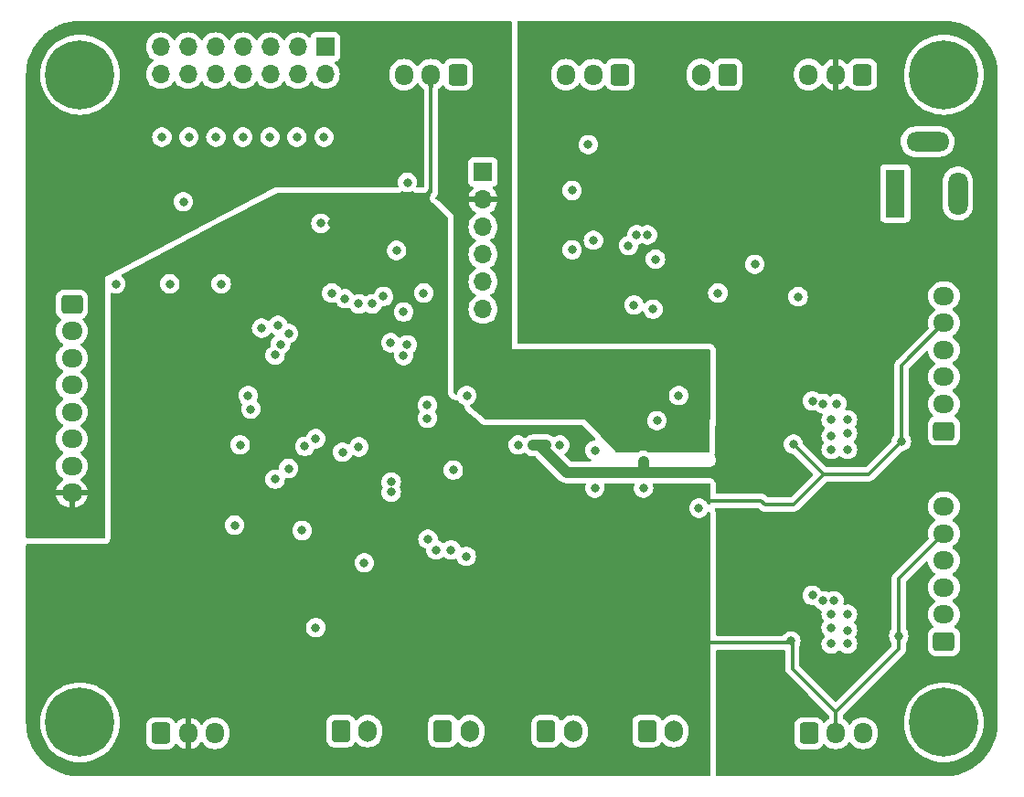
<source format=gbr>
%TF.GenerationSoftware,KiCad,Pcbnew,7.0.7*%
%TF.CreationDate,2023-10-25T17:12:00+02:00*%
%TF.ProjectId,kicad_chat-souris,6b696361-645f-4636-9861-742d736f7572,rev?*%
%TF.SameCoordinates,Original*%
%TF.FileFunction,Copper,L2,Inr*%
%TF.FilePolarity,Positive*%
%FSLAX46Y46*%
G04 Gerber Fmt 4.6, Leading zero omitted, Abs format (unit mm)*
G04 Created by KiCad (PCBNEW 7.0.7) date 2023-10-25 17:12:00*
%MOMM*%
%LPD*%
G01*
G04 APERTURE LIST*
G04 Aperture macros list*
%AMRoundRect*
0 Rectangle with rounded corners*
0 $1 Rounding radius*
0 $2 $3 $4 $5 $6 $7 $8 $9 X,Y pos of 4 corners*
0 Add a 4 corners polygon primitive as box body*
4,1,4,$2,$3,$4,$5,$6,$7,$8,$9,$2,$3,0*
0 Add four circle primitives for the rounded corners*
1,1,$1+$1,$2,$3*
1,1,$1+$1,$4,$5*
1,1,$1+$1,$6,$7*
1,1,$1+$1,$8,$9*
0 Add four rect primitives between the rounded corners*
20,1,$1+$1,$2,$3,$4,$5,0*
20,1,$1+$1,$4,$5,$6,$7,0*
20,1,$1+$1,$6,$7,$8,$9,0*
20,1,$1+$1,$8,$9,$2,$3,0*%
G04 Aperture macros list end*
%TA.AperFunction,ComponentPad*%
%ADD10RoundRect,0.250000X-0.600000X-0.725000X0.600000X-0.725000X0.600000X0.725000X-0.600000X0.725000X0*%
%TD*%
%TA.AperFunction,ComponentPad*%
%ADD11O,1.700000X1.950000*%
%TD*%
%TA.AperFunction,ComponentPad*%
%ADD12RoundRect,0.250000X0.600000X0.725000X-0.600000X0.725000X-0.600000X-0.725000X0.600000X-0.725000X0*%
%TD*%
%TA.AperFunction,ComponentPad*%
%ADD13C,0.800000*%
%TD*%
%TA.AperFunction,ComponentPad*%
%ADD14C,6.400000*%
%TD*%
%TA.AperFunction,ComponentPad*%
%ADD15R,1.700000X1.700000*%
%TD*%
%TA.AperFunction,ComponentPad*%
%ADD16O,1.700000X1.700000*%
%TD*%
%TA.AperFunction,ComponentPad*%
%ADD17RoundRect,0.250000X-0.600000X-0.750000X0.600000X-0.750000X0.600000X0.750000X-0.600000X0.750000X0*%
%TD*%
%TA.AperFunction,ComponentPad*%
%ADD18O,1.700000X2.000000*%
%TD*%
%TA.AperFunction,ComponentPad*%
%ADD19RoundRect,0.250000X0.725000X-0.600000X0.725000X0.600000X-0.725000X0.600000X-0.725000X-0.600000X0*%
%TD*%
%TA.AperFunction,ComponentPad*%
%ADD20O,1.950000X1.700000*%
%TD*%
%TA.AperFunction,ComponentPad*%
%ADD21RoundRect,0.250000X0.600000X0.750000X-0.600000X0.750000X-0.600000X-0.750000X0.600000X-0.750000X0*%
%TD*%
%TA.AperFunction,ComponentPad*%
%ADD22R,1.800000X4.400000*%
%TD*%
%TA.AperFunction,ComponentPad*%
%ADD23O,1.800000X4.000000*%
%TD*%
%TA.AperFunction,ComponentPad*%
%ADD24O,4.000000X1.800000*%
%TD*%
%TA.AperFunction,ComponentPad*%
%ADD25RoundRect,0.250000X-0.725000X0.600000X-0.725000X-0.600000X0.725000X-0.600000X0.725000X0.600000X0*%
%TD*%
%TA.AperFunction,ViaPad*%
%ADD26C,0.800000*%
%TD*%
%TA.AperFunction,Conductor*%
%ADD27C,1.000000*%
%TD*%
%TA.AperFunction,Conductor*%
%ADD28C,0.300000*%
%TD*%
G04 APERTURE END LIST*
D10*
%TO.N,GND*%
%TO.C,J601*%
X112500000Y-116000000D03*
D11*
%TO.N,+3V3*%
X115000000Y-116000000D03*
%TO.N,/STM32/Bordure_1*%
X117500000Y-116000000D03*
%TD*%
D12*
%TO.N,Li_Ion-*%
%TO.C,J803*%
X155000000Y-55000000D03*
D11*
%TO.N,Li_Ion_INTER*%
X152500000Y-55000000D03*
%TO.N,Li_Ion+*%
X150000000Y-55000000D03*
%TD*%
D13*
%TO.N,N/C*%
%TO.C,REF\u002A\u002A*%
X102600000Y-55000000D03*
X103302944Y-53302944D03*
X103302944Y-56697056D03*
X105000000Y-52600000D03*
D14*
X105000000Y-55000000D03*
D13*
X105000000Y-57400000D03*
X106697056Y-53302944D03*
X106697056Y-56697056D03*
X107400000Y-55000000D03*
%TD*%
D15*
%TO.N,GND*%
%TO.C,J2*%
X127710000Y-52420000D03*
D16*
%TO.N,Net-(J2-Pin_2)*%
X127710000Y-54960000D03*
%TO.N,GND*%
X125170000Y-52420000D03*
%TO.N,Net-(J2-Pin_4)*%
X125170000Y-54960000D03*
%TO.N,GND*%
X122630000Y-52420000D03*
%TO.N,Net-(J2-Pin_6)*%
X122630000Y-54960000D03*
%TO.N,GND*%
X120090000Y-52420000D03*
%TO.N,Net-(J2-Pin_8)*%
X120090000Y-54960000D03*
%TO.N,GND*%
X117550000Y-52420000D03*
%TO.N,Net-(J2-Pin_10)*%
X117550000Y-54960000D03*
%TO.N,GND*%
X115010000Y-52420000D03*
%TO.N,Net-(J2-Pin_12)*%
X115010000Y-54960000D03*
%TO.N,GND*%
X112470000Y-52420000D03*
%TO.N,Net-(J2-Pin_14)*%
X112470000Y-54960000D03*
%TD*%
D17*
%TO.N,GND*%
%TO.C,J505*%
X157500000Y-115800000D03*
D18*
%TO.N,/STM32/Bumper_4*%
X160000000Y-115800000D03*
%TD*%
D19*
%TO.N,Net-(J401-Pin_1)*%
%TO.C,J401*%
X185000000Y-88000000D03*
D20*
%TO.N,GND*%
X185000000Y-85500000D03*
%TO.N,/Drivers and motors connectors/ENCODER_1_A*%
X185000000Y-83000000D03*
%TO.N,/Drivers and motors connectors/ENCODER_1_B*%
X185000000Y-80500000D03*
%TO.N,+3V3*%
X185000000Y-78000000D03*
%TO.N,Net-(J401-Pin_6)*%
X185000000Y-75500000D03*
%TD*%
D21*
%TO.N,GND*%
%TO.C,J802*%
X165000000Y-55000000D03*
D18*
%TO.N,NiMh+*%
X162500000Y-55000000D03*
%TD*%
D17*
%TO.N,GND*%
%TO.C,J501*%
X129150000Y-115800000D03*
D18*
%TO.N,/STM32/Bumper_1*%
X131650000Y-115800000D03*
%TD*%
D13*
%TO.N,N/C*%
%TO.C,REF\u002A\u002A*%
X182600000Y-115000000D03*
X183302944Y-113302944D03*
X183302944Y-116697056D03*
X185000000Y-112600000D03*
D14*
X185000000Y-115000000D03*
D13*
X185000000Y-117400000D03*
X186697056Y-113302944D03*
X186697056Y-116697056D03*
X187400000Y-115000000D03*
%TD*%
D12*
%TO.N,GND*%
%TO.C,J602*%
X140000000Y-55000000D03*
D11*
%TO.N,+3V3*%
X137500000Y-55000000D03*
%TO.N,/STM32/Bordure_2*%
X135000000Y-55000000D03*
%TD*%
D13*
%TO.N,N/C*%
%TO.C,REF\u002A\u002A*%
X182600000Y-55000000D03*
X183302944Y-53302944D03*
X183302944Y-56697056D03*
X185000000Y-52600000D03*
D14*
X185000000Y-55000000D03*
D13*
X185000000Y-57400000D03*
X186697056Y-53302944D03*
X186697056Y-56697056D03*
X187400000Y-55000000D03*
%TD*%
D15*
%TO.N,unconnected-(U701-Key-Pad1)*%
%TO.C,U701*%
X142320000Y-64020000D03*
D16*
%TO.N,+5V*%
X142320000Y-66560000D03*
%TO.N,GND*%
X142320000Y-69100000D03*
%TO.N,/STM32/USART3_RX*%
X142320000Y-71640000D03*
%TO.N,/STM32/USART3_TX*%
X142320000Y-74180000D03*
%TO.N,unconnected-(U701-STATE-Pad6)*%
X142320000Y-76720000D03*
%TD*%
D22*
%TO.N,V_ALIM*%
%TO.C,J801*%
X180500000Y-66000000D03*
D23*
%TO.N,GND*%
X186300000Y-66000000D03*
D24*
X183500000Y-61200000D03*
%TD*%
D17*
%TO.N,GND*%
%TO.C,J502*%
X148170000Y-115820000D03*
D18*
%TO.N,/STM32/Bumper_3*%
X150670000Y-115820000D03*
%TD*%
D13*
%TO.N,N/C*%
%TO.C,REF\u002A\u002A*%
X102600000Y-115000000D03*
X103302944Y-113302944D03*
X103302944Y-116697056D03*
X105000000Y-112600000D03*
D14*
X105000000Y-115000000D03*
D13*
X105000000Y-117400000D03*
X106697056Y-113302944D03*
X106697056Y-116697056D03*
X107400000Y-115000000D03*
%TD*%
D25*
%TO.N,unconnected-(J503-Pin_1-Pad1)*%
%TO.C,J503*%
X104250000Y-76250000D03*
D20*
%TO.N,/STM32/LIDAR_MOTOR_ENABLE*%
X104250000Y-78750000D03*
%TO.N,/STM32/LIDAR_MESURE_ENABLE*%
X104250000Y-81250000D03*
%TO.N,/STM32/LIDAR_PWM*%
X104250000Y-83750000D03*
%TO.N,GND*%
X104250000Y-86250000D03*
%TO.N,/STM32/USART2_TX*%
X104250000Y-88750000D03*
%TO.N,/STM32/USART2_RX*%
X104250000Y-91250000D03*
%TO.N,+5V*%
X104250000Y-93750000D03*
%TD*%
D10*
%TO.N,GND*%
%TO.C,J603*%
X172500000Y-116000000D03*
D11*
%TO.N,+3V3*%
X175000000Y-116000000D03*
%TO.N,/STM32/Bordure_3*%
X177500000Y-116000000D03*
%TD*%
D17*
%TO.N,GND*%
%TO.C,J504*%
X138600000Y-115800000D03*
D18*
%TO.N,/STM32/Bumper_2*%
X141100000Y-115800000D03*
%TD*%
D19*
%TO.N,Net-(J402-Pin_1)*%
%TO.C,J402*%
X185000000Y-107500000D03*
D20*
%TO.N,GND*%
X185000000Y-105000000D03*
%TO.N,/Drivers and motors connectors/ENCODER_2_A*%
X185000000Y-102500000D03*
%TO.N,/Drivers and motors connectors/ENCODER_2_B*%
X185000000Y-100000000D03*
%TO.N,+3V3*%
X185000000Y-97500000D03*
%TO.N,Net-(J402-Pin_6)*%
X185000000Y-95000000D03*
%TD*%
D12*
%TO.N,unconnected-(J301-Pin_1-Pad1)*%
%TO.C,J301*%
X177470000Y-54990000D03*
D11*
%TO.N,+BATT*%
X174970000Y-54990000D03*
%TO.N,BAT+*%
X172470000Y-54990000D03*
%TD*%
D26*
%TO.N,GND*%
X119320000Y-96720000D03*
X125570000Y-97220000D03*
%TO.N,/STM32/NRST*%
X123070000Y-92470000D03*
%TO.N,GND*%
X126820000Y-106220000D03*
X131320000Y-100220000D03*
%TO.N,+3V3*%
X126570000Y-94320000D03*
%TO.N,GND*%
X129320000Y-89970000D03*
X139570000Y-91620000D03*
X174570000Y-86970000D03*
X176070000Y-104970000D03*
X176070000Y-88220000D03*
X164070000Y-75220000D03*
X158432500Y-87045000D03*
X176070000Y-89720000D03*
X114570000Y-66770000D03*
X160432500Y-84720000D03*
X135320000Y-64970000D03*
X140820000Y-84720000D03*
X127320000Y-68770000D03*
X118070000Y-74370000D03*
X134320000Y-71270000D03*
X113320000Y-74370000D03*
X174570000Y-88470000D03*
X162312500Y-95145000D03*
X174570000Y-107720000D03*
X171495000Y-75565000D03*
X174570000Y-89720000D03*
X174570000Y-106220000D03*
X145570000Y-89295000D03*
X150570000Y-71220000D03*
X108320000Y-74370000D03*
X176070000Y-106470000D03*
X176070000Y-86970000D03*
X174570000Y-104970000D03*
X167495000Y-72565000D03*
X176070000Y-107720000D03*
%TO.N,Li_Ion-*%
X150570000Y-65720000D03*
X158070000Y-76720000D03*
%TO.N,Li_Ion_INTER*%
X152070000Y-61470000D03*
%TO.N,+BATT*%
X148170000Y-89332500D03*
X157182500Y-90832500D03*
X168570000Y-109970000D03*
X146970000Y-89332500D03*
X168570000Y-92470000D03*
X157182500Y-91832500D03*
%TO.N,Net-(U301-VCC)*%
X152682500Y-89795000D03*
X149432500Y-89295000D03*
%TO.N,Net-(U301-SW)*%
X152682500Y-93295000D03*
X157182500Y-93295000D03*
%TO.N,+5V*%
X157432500Y-89220000D03*
X158432500Y-89220000D03*
X156432500Y-89220000D03*
X144970000Y-84820000D03*
X144170000Y-84820000D03*
X143370000Y-84820000D03*
%TO.N,+3V3*%
X110570000Y-83720000D03*
X171070000Y-89220000D03*
X130820000Y-73520000D03*
X144070000Y-90720000D03*
X155320000Y-111720000D03*
X144070000Y-91720000D03*
X180820000Y-106970000D03*
X128320000Y-68770000D03*
X135320000Y-68770000D03*
X136570000Y-111470000D03*
X144070000Y-92720000D03*
X170820000Y-107470000D03*
X181070000Y-88970000D03*
%TO.N,Net-(J401-Pin_1)*%
X175070000Y-85470000D03*
X173820000Y-85470000D03*
X172820000Y-85220000D03*
%TO.N,Net-(J402-Pin_1)*%
X174820000Y-103720000D03*
X173820000Y-103720000D03*
X172820000Y-103220000D03*
%TO.N,/Alimentation/BMS/Secu_Vc*%
X156545000Y-69832500D03*
X156295000Y-76332500D03*
%TO.N,/Alimentation/BMS/Secu_Sense*%
X158295000Y-72082500D03*
X157545000Y-69832500D03*
%TO.N,/STM32/LIDAR_PWM*%
X124320000Y-91470000D03*
%TO.N,/STM32/LIDAR_MOTOR_ENABLE*%
X126820000Y-88720000D03*
%TO.N,/STM32/LIDAR_MESURE_ENABLE*%
X125820000Y-89419500D03*
%TO.N,/STM32/NRST*%
X119840023Y-89290023D03*
X130820000Y-89470000D03*
%TO.N,/Drivers and motors connectors/MOTOR_1_FWD*%
X133820000Y-93669503D03*
X139370000Y-99020000D03*
%TO.N,/Drivers and motors connectors/MOTOR_1_REV*%
X133820000Y-92720000D03*
X140770000Y-99620000D03*
%TO.N,/STM32/USART2_TX*%
X137220500Y-98020000D03*
%TO.N,/STM32/USART2_RX*%
X137970000Y-99020000D03*
%TO.N,/Drivers and motors connectors/ENCODER_2_A*%
X137170000Y-86820000D03*
%TO.N,/Drivers and motors connectors/ENCODER_2_B*%
X137170000Y-85620000D03*
%TO.N,/STM32/I2C_SCL*%
X136820000Y-75220000D03*
X133107183Y-75534083D03*
%TO.N,/STM32/Bordure_1*%
X128320000Y-75220000D03*
%TO.N,/STM32/Bordure_3*%
X135299977Y-80020000D03*
%TO.N,/Drivers and motors connectors/ENCODER_1_B*%
X134970000Y-76970000D03*
%TO.N,/Drivers and motors connectors/ENCODER_1_A*%
X132070000Y-76220000D03*
%TO.N,/STM32/Bumper_1*%
X129540023Y-75749977D03*
%TO.N,/STM32/Bumper_2*%
X130820000Y-76220000D03*
%TO.N,/STM32/Bumper_3*%
X133770000Y-79820000D03*
%TO.N,/STM32/Bumper_4*%
X134970000Y-81020000D03*
%TO.N,/STM32/PD0*%
X117590000Y-60770000D03*
X123070000Y-80970000D03*
%TO.N,/STM32/PD1*%
X123570000Y-79970000D03*
X120090000Y-60770000D03*
%TO.N,/STM32/PD2*%
X127590000Y-60770000D03*
X124320000Y-78970000D03*
%TO.N,/STM32/PD3*%
X125090000Y-60770000D03*
X123320000Y-78220000D03*
%TO.N,/STM32/PD4*%
X122590000Y-60770000D03*
X121820000Y-78470000D03*
%TO.N,/STM32/PD5*%
X115090000Y-60770000D03*
X120570000Y-84720000D03*
%TO.N,/STM32/PD6*%
X112590000Y-60770000D03*
X120820000Y-85970000D03*
%TO.N,/Alimentation/BMS/Secu_Vout*%
X152545000Y-70332500D03*
X155795000Y-70832500D03*
%TD*%
D27*
%TO.N,+BATT*%
X157182500Y-91832500D02*
X164757500Y-91832500D01*
X150070000Y-91832500D02*
X147570000Y-89332500D01*
X164757500Y-91832500D02*
X164770000Y-91820000D01*
X147570000Y-89332500D02*
X146970000Y-89332500D01*
X157182500Y-91832500D02*
X157182500Y-90832500D01*
X148170000Y-89332500D02*
X147570000Y-89332500D01*
X157182500Y-91832500D02*
X150070000Y-91832500D01*
D28*
%TO.N,+3V3*%
X170820000Y-107470000D02*
X170670000Y-107620000D01*
X171070000Y-89220000D02*
X173870000Y-92020000D01*
X137500000Y-65840000D02*
X135320000Y-68020000D01*
X173870000Y-92020000D02*
X178020000Y-92020000D01*
X181070000Y-88970000D02*
X181070000Y-81930000D01*
X173870000Y-92020000D02*
X171070000Y-94820000D01*
X137500000Y-55000000D02*
X137500000Y-65840000D01*
X180820000Y-106970000D02*
X180820000Y-108230000D01*
X178020000Y-92020000D02*
X181070000Y-88970000D01*
X180820000Y-101680000D02*
X185000000Y-97500000D01*
X168070000Y-94470000D02*
X163320000Y-94470000D01*
X170970000Y-110020000D02*
X170970000Y-107620000D01*
X171070000Y-94820000D02*
X168420000Y-94820000D01*
X170670000Y-107620000D02*
X162170000Y-107620000D01*
X168420000Y-94820000D02*
X168070000Y-94470000D01*
X175000000Y-114050000D02*
X170970000Y-110020000D01*
X181070000Y-81930000D02*
X185000000Y-78000000D01*
X180820000Y-106970000D02*
X180820000Y-101680000D01*
X175000000Y-116000000D02*
X175000000Y-114050000D01*
X170970000Y-107620000D02*
X170820000Y-107470000D01*
X180820000Y-108230000D02*
X175000000Y-114050000D01*
%TD*%
%TA.AperFunction,Conductor*%
%TO.N,+BATT*%
G36*
X185217318Y-50009488D02*
G01*
X185415934Y-50018160D01*
X185420865Y-50018574D01*
X185636792Y-50045489D01*
X185832940Y-50071313D01*
X185837265Y-50071883D01*
X185841894Y-50072671D01*
X186054183Y-50117183D01*
X186252534Y-50161157D01*
X186256778Y-50162257D01*
X186464544Y-50224112D01*
X186658658Y-50285317D01*
X186662530Y-50286680D01*
X186864457Y-50365472D01*
X187052817Y-50443494D01*
X187056252Y-50445045D01*
X187131343Y-50481755D01*
X187250992Y-50540249D01*
X187388629Y-50611897D01*
X187432009Y-50634479D01*
X187435107Y-50636207D01*
X187621382Y-50747202D01*
X187793662Y-50856957D01*
X187796377Y-50858789D01*
X187972918Y-50984837D01*
X188135098Y-51109282D01*
X188137426Y-51111159D01*
X188303055Y-51251439D01*
X188454895Y-51390574D01*
X188609424Y-51545103D01*
X188673278Y-51614787D01*
X188748557Y-51696940D01*
X188888839Y-51862572D01*
X188890716Y-51864900D01*
X189015162Y-52027081D01*
X189141209Y-52203621D01*
X189143040Y-52206335D01*
X189252797Y-52378617D01*
X189363791Y-52564891D01*
X189365525Y-52568000D01*
X189459750Y-52749007D01*
X189506247Y-52844115D01*
X189554953Y-52943744D01*
X189556524Y-52947229D01*
X189634536Y-53135566D01*
X189713309Y-53337445D01*
X189714681Y-53341340D01*
X189775899Y-53535496D01*
X189837735Y-53743200D01*
X189838843Y-53747472D01*
X189882818Y-53945826D01*
X189927326Y-54158101D01*
X189928115Y-54162733D01*
X189954524Y-54363319D01*
X189981422Y-54579114D01*
X189981839Y-54584080D01*
X189990513Y-54782728D01*
X189999500Y-55000000D01*
X189999500Y-115000000D01*
X189990513Y-115217271D01*
X189981839Y-115415918D01*
X189981422Y-115420884D01*
X189954524Y-115636680D01*
X189928115Y-115837265D01*
X189927326Y-115841897D01*
X189882818Y-116054173D01*
X189838843Y-116252526D01*
X189837735Y-116256798D01*
X189775899Y-116464503D01*
X189714681Y-116658658D01*
X189713309Y-116662552D01*
X189634536Y-116864433D01*
X189556524Y-117052769D01*
X189554944Y-117056274D01*
X189459750Y-117250992D01*
X189365525Y-117431998D01*
X189363791Y-117435107D01*
X189252797Y-117621382D01*
X189143040Y-117793663D01*
X189141209Y-117796377D01*
X189015162Y-117972918D01*
X188890716Y-118135099D01*
X188888839Y-118137426D01*
X188748557Y-118303059D01*
X188609426Y-118454895D01*
X188454895Y-118609426D01*
X188303059Y-118748557D01*
X188137426Y-118888839D01*
X188135099Y-118890716D01*
X187972918Y-119015162D01*
X187796377Y-119141209D01*
X187793663Y-119143040D01*
X187621382Y-119252797D01*
X187435107Y-119363791D01*
X187431998Y-119365525D01*
X187250992Y-119459750D01*
X187056274Y-119554944D01*
X187052769Y-119556524D01*
X186864433Y-119634536D01*
X186662552Y-119713309D01*
X186658658Y-119714681D01*
X186464503Y-119775899D01*
X186256798Y-119837735D01*
X186252526Y-119838843D01*
X186054173Y-119882818D01*
X185841897Y-119927326D01*
X185837265Y-119928115D01*
X185636680Y-119954524D01*
X185420884Y-119981422D01*
X185415918Y-119981839D01*
X185217271Y-119990513D01*
X185000000Y-119999500D01*
X163999500Y-119999500D01*
X163932461Y-119979815D01*
X163886706Y-119927011D01*
X163875500Y-119875500D01*
X163875500Y-108394500D01*
X163895185Y-108327461D01*
X163947989Y-108281706D01*
X163999500Y-108270500D01*
X170195500Y-108270500D01*
X170262539Y-108290185D01*
X170308294Y-108342989D01*
X170319500Y-108394500D01*
X170319500Y-109934494D01*
X170317732Y-109950505D01*
X170317974Y-109950528D01*
X170317240Y-109958294D01*
X170319500Y-110030203D01*
X170319500Y-110060920D01*
X170319501Y-110060940D01*
X170320418Y-110068206D01*
X170320876Y-110074024D01*
X170322402Y-110122567D01*
X170322403Y-110122570D01*
X170328323Y-110142948D01*
X170332268Y-110161996D01*
X170334928Y-110183054D01*
X170334931Y-110183064D01*
X170352813Y-110228230D01*
X170354705Y-110233758D01*
X170368254Y-110280395D01*
X170368255Y-110280397D01*
X170379060Y-110298666D01*
X170387617Y-110316134D01*
X170393226Y-110330300D01*
X170395432Y-110335872D01*
X170423983Y-110375170D01*
X170427188Y-110380049D01*
X170451919Y-110421865D01*
X170451923Y-110421869D01*
X170466925Y-110436871D01*
X170479563Y-110451669D01*
X170492033Y-110468833D01*
X170492036Y-110468836D01*
X170492037Y-110468837D01*
X170529476Y-110499809D01*
X170533776Y-110503722D01*
X172441694Y-112411640D01*
X174313181Y-114283127D01*
X174346666Y-114344450D01*
X174349500Y-114370808D01*
X174349500Y-114617278D01*
X174329815Y-114684317D01*
X174296623Y-114718853D01*
X174128597Y-114836505D01*
X173981398Y-114983705D01*
X173920075Y-115017190D01*
X173850383Y-115012206D01*
X173794450Y-114970334D01*
X173788178Y-114961120D01*
X173759986Y-114915414D01*
X173692712Y-114806344D01*
X173568656Y-114682288D01*
X173455774Y-114612662D01*
X173419336Y-114590187D01*
X173419331Y-114590185D01*
X173417862Y-114589698D01*
X173252797Y-114535001D01*
X173252795Y-114535000D01*
X173150010Y-114524500D01*
X171849998Y-114524500D01*
X171849981Y-114524501D01*
X171747203Y-114535000D01*
X171747200Y-114535001D01*
X171580668Y-114590185D01*
X171580663Y-114590187D01*
X171431342Y-114682289D01*
X171307289Y-114806342D01*
X171215187Y-114955663D01*
X171215185Y-114955668D01*
X171199285Y-115003652D01*
X171160001Y-115122203D01*
X171160001Y-115122204D01*
X171160000Y-115122204D01*
X171149500Y-115224983D01*
X171149500Y-116775001D01*
X171149501Y-116775018D01*
X171160000Y-116877796D01*
X171160001Y-116877799D01*
X171215185Y-117044331D01*
X171215187Y-117044336D01*
X171250068Y-117100888D01*
X171307288Y-117193656D01*
X171431344Y-117317712D01*
X171580666Y-117409814D01*
X171747203Y-117464999D01*
X171849991Y-117475500D01*
X173150008Y-117475499D01*
X173252797Y-117464999D01*
X173419334Y-117409814D01*
X173568656Y-117317712D01*
X173692712Y-117193656D01*
X173784814Y-117044334D01*
X173784814Y-117044331D01*
X173788178Y-117038879D01*
X173840126Y-116992154D01*
X173909088Y-116980931D01*
X173973170Y-117008774D01*
X173981398Y-117016294D01*
X174128599Y-117163495D01*
X174225384Y-117231265D01*
X174322165Y-117299032D01*
X174322167Y-117299033D01*
X174322170Y-117299035D01*
X174536337Y-117398903D01*
X174764592Y-117460063D01*
X174941034Y-117475500D01*
X174999999Y-117480659D01*
X175000000Y-117480659D01*
X175000001Y-117480659D01*
X175058966Y-117475500D01*
X175235408Y-117460063D01*
X175463663Y-117398903D01*
X175677829Y-117299035D01*
X175871401Y-117163495D01*
X176038495Y-116996401D01*
X176148426Y-116839401D01*
X176203001Y-116795778D01*
X176272500Y-116788584D01*
X176334855Y-116820106D01*
X176351571Y-116839398D01*
X176409460Y-116922073D01*
X176461506Y-116996403D01*
X176605910Y-117140806D01*
X176628599Y-117163495D01*
X176725384Y-117231265D01*
X176822165Y-117299032D01*
X176822167Y-117299033D01*
X176822170Y-117299035D01*
X177036337Y-117398903D01*
X177264592Y-117460063D01*
X177441034Y-117475500D01*
X177499999Y-117480659D01*
X177500000Y-117480659D01*
X177500001Y-117480659D01*
X177558966Y-117475500D01*
X177735408Y-117460063D01*
X177963663Y-117398903D01*
X178177829Y-117299035D01*
X178371401Y-117163495D01*
X178538495Y-116996401D01*
X178674035Y-116802829D01*
X178773903Y-116588663D01*
X178835063Y-116360408D01*
X178850500Y-116183966D01*
X178850500Y-115816034D01*
X178835063Y-115639592D01*
X178775505Y-115417314D01*
X178773905Y-115411344D01*
X178773904Y-115411343D01*
X178773903Y-115411337D01*
X178674035Y-115197171D01*
X178670328Y-115191876D01*
X178538494Y-115003597D01*
X178534897Y-115000000D01*
X181294422Y-115000000D01*
X181314722Y-115387339D01*
X181358379Y-115662979D01*
X181375398Y-115770433D01*
X181440777Y-116014433D01*
X181475788Y-116145094D01*
X181614787Y-116507197D01*
X181790877Y-116852793D01*
X182002122Y-117178082D01*
X182163689Y-117377600D01*
X182246219Y-117479516D01*
X182520484Y-117753781D01*
X182569734Y-117793663D01*
X182821917Y-117997877D01*
X183036804Y-118137426D01*
X183147211Y-118209125D01*
X183492806Y-118385214D01*
X183854913Y-118524214D01*
X184229567Y-118624602D01*
X184612662Y-118685278D01*
X184978576Y-118704455D01*
X184999999Y-118705578D01*
X185000000Y-118705578D01*
X185000001Y-118705578D01*
X185020300Y-118704514D01*
X185387338Y-118685278D01*
X185770433Y-118624602D01*
X186145087Y-118524214D01*
X186507194Y-118385214D01*
X186852789Y-118209125D01*
X187178084Y-117997876D01*
X187479516Y-117753781D01*
X187753781Y-117479516D01*
X187997876Y-117178084D01*
X188209125Y-116852789D01*
X188385214Y-116507194D01*
X188524214Y-116145087D01*
X188624602Y-115770433D01*
X188685278Y-115387338D01*
X188705578Y-115000000D01*
X188685278Y-114612662D01*
X188624602Y-114229567D01*
X188524214Y-113854913D01*
X188385214Y-113492806D01*
X188209125Y-113147211D01*
X188197983Y-113130054D01*
X187997877Y-112821917D01*
X187836309Y-112622398D01*
X187753781Y-112520484D01*
X187479516Y-112246219D01*
X187270819Y-112077219D01*
X187178082Y-112002122D01*
X186852793Y-111790877D01*
X186507197Y-111614787D01*
X186145094Y-111475788D01*
X186145087Y-111475786D01*
X185770433Y-111375398D01*
X185770429Y-111375397D01*
X185770428Y-111375397D01*
X185387339Y-111314722D01*
X185000001Y-111294422D01*
X184999999Y-111294422D01*
X184612660Y-111314722D01*
X184229572Y-111375397D01*
X184229570Y-111375397D01*
X183854905Y-111475788D01*
X183492802Y-111614787D01*
X183147206Y-111790877D01*
X182821917Y-112002122D01*
X182520488Y-112246215D01*
X182520480Y-112246222D01*
X182246222Y-112520480D01*
X182246215Y-112520488D01*
X182002122Y-112821917D01*
X181790877Y-113147206D01*
X181614787Y-113492802D01*
X181475788Y-113854905D01*
X181375397Y-114229570D01*
X181375397Y-114229572D01*
X181314722Y-114612660D01*
X181294422Y-114999999D01*
X181294422Y-115000000D01*
X178534897Y-115000000D01*
X178371402Y-114836506D01*
X178371395Y-114836501D01*
X178357029Y-114826442D01*
X178321796Y-114801771D01*
X178177834Y-114700967D01*
X178177830Y-114700965D01*
X178137777Y-114682288D01*
X177963663Y-114601097D01*
X177963659Y-114601096D01*
X177963655Y-114601094D01*
X177735413Y-114539938D01*
X177735403Y-114539936D01*
X177500001Y-114519341D01*
X177499999Y-114519341D01*
X177264596Y-114539936D01*
X177264586Y-114539938D01*
X177036344Y-114601094D01*
X177036335Y-114601098D01*
X176822171Y-114700964D01*
X176822169Y-114700965D01*
X176628597Y-114836505D01*
X176461505Y-115003597D01*
X176351575Y-115160595D01*
X176296998Y-115204220D01*
X176227500Y-115211414D01*
X176165145Y-115179891D01*
X176148425Y-115160595D01*
X176038494Y-115003597D01*
X175871402Y-114836506D01*
X175871401Y-114836505D01*
X175703377Y-114718853D01*
X175703376Y-114718852D01*
X175659751Y-114664275D01*
X175650500Y-114617277D01*
X175650500Y-114370807D01*
X175670185Y-114303768D01*
X175686814Y-114283131D01*
X181219513Y-108750431D01*
X181232079Y-108740365D01*
X181231925Y-108740178D01*
X181237937Y-108735204D01*
X181237937Y-108735203D01*
X181237940Y-108735202D01*
X181287190Y-108682755D01*
X181308911Y-108661035D01*
X181313401Y-108655245D01*
X181317183Y-108650815D01*
X181350448Y-108615393D01*
X181360670Y-108596796D01*
X181371348Y-108580539D01*
X181384362Y-108563764D01*
X181403664Y-108519157D01*
X181406208Y-108513963D01*
X181429627Y-108471368D01*
X181434906Y-108450808D01*
X181441209Y-108432399D01*
X181446862Y-108419336D01*
X181449636Y-108412926D01*
X181457235Y-108364945D01*
X181458417Y-108359234D01*
X181470500Y-108312177D01*
X181470500Y-108290954D01*
X181472027Y-108271555D01*
X181472194Y-108270500D01*
X181475347Y-108250595D01*
X181470775Y-108202230D01*
X181470500Y-108196392D01*
X181470500Y-107640921D01*
X181490185Y-107573882D01*
X181502351Y-107557948D01*
X181552533Y-107502216D01*
X181647179Y-107338284D01*
X181705674Y-107158256D01*
X181725460Y-106970000D01*
X181705674Y-106781744D01*
X181647179Y-106601716D01*
X181552533Y-106437784D01*
X181502350Y-106382050D01*
X181472120Y-106319058D01*
X181470500Y-106299078D01*
X181470500Y-102000807D01*
X181490185Y-101933768D01*
X181506819Y-101913126D01*
X182381452Y-101038493D01*
X183323314Y-100096630D01*
X183384635Y-100063147D01*
X183454327Y-100068131D01*
X183510260Y-100110003D01*
X183534521Y-100173505D01*
X183539936Y-100235403D01*
X183539938Y-100235413D01*
X183601094Y-100463655D01*
X183601096Y-100463659D01*
X183601097Y-100463663D01*
X183625109Y-100515156D01*
X183700964Y-100677828D01*
X183700965Y-100677830D01*
X183836505Y-100871402D01*
X184003596Y-101038493D01*
X184160595Y-101148424D01*
X184204220Y-101203000D01*
X184211414Y-101272499D01*
X184179891Y-101334854D01*
X184160596Y-101351574D01*
X184003594Y-101461508D01*
X183836506Y-101628597D01*
X183836501Y-101628604D01*
X183700967Y-101822165D01*
X183700965Y-101822169D01*
X183601098Y-102036335D01*
X183601094Y-102036344D01*
X183539938Y-102264586D01*
X183539936Y-102264596D01*
X183519341Y-102499999D01*
X183519341Y-102500000D01*
X183539936Y-102735403D01*
X183539938Y-102735413D01*
X183601094Y-102963655D01*
X183601096Y-102963659D01*
X183601097Y-102963663D01*
X183604142Y-102970192D01*
X183700964Y-103177828D01*
X183700965Y-103177830D01*
X183836505Y-103371402D01*
X184003597Y-103538494D01*
X184160595Y-103648425D01*
X184204220Y-103703002D01*
X184211414Y-103772500D01*
X184179891Y-103834855D01*
X184160595Y-103851575D01*
X184003597Y-103961505D01*
X183836506Y-104128597D01*
X183836501Y-104128604D01*
X183700967Y-104322165D01*
X183700965Y-104322169D01*
X183601098Y-104536335D01*
X183601094Y-104536344D01*
X183539938Y-104764586D01*
X183539936Y-104764596D01*
X183519341Y-104999999D01*
X183519341Y-105000000D01*
X183539936Y-105235403D01*
X183539938Y-105235413D01*
X183601094Y-105463655D01*
X183601096Y-105463659D01*
X183601097Y-105463663D01*
X183604967Y-105471962D01*
X183700964Y-105677828D01*
X183700965Y-105677830D01*
X183836505Y-105871402D01*
X183983704Y-106018601D01*
X184017189Y-106079924D01*
X184012205Y-106149616D01*
X183970333Y-106205549D01*
X183961120Y-106211820D01*
X183806347Y-106307285D01*
X183806343Y-106307288D01*
X183682289Y-106431342D01*
X183590187Y-106580663D01*
X183590185Y-106580668D01*
X183580845Y-106608855D01*
X183535001Y-106747203D01*
X183535001Y-106747204D01*
X183535000Y-106747204D01*
X183524500Y-106849983D01*
X183524500Y-108150001D01*
X183524501Y-108150018D01*
X183535000Y-108252796D01*
X183535001Y-108252799D01*
X183590185Y-108419331D01*
X183590187Y-108419336D01*
X183603770Y-108441358D01*
X183682288Y-108568656D01*
X183806344Y-108692712D01*
X183955666Y-108784814D01*
X184122203Y-108839999D01*
X184224991Y-108850500D01*
X185775008Y-108850499D01*
X185877797Y-108839999D01*
X186044334Y-108784814D01*
X186193656Y-108692712D01*
X186317712Y-108568656D01*
X186409814Y-108419334D01*
X186464999Y-108252797D01*
X186475500Y-108150009D01*
X186475499Y-106849992D01*
X186464999Y-106747203D01*
X186409814Y-106580666D01*
X186317712Y-106431344D01*
X186193656Y-106307288D01*
X186052139Y-106220000D01*
X186038879Y-106211821D01*
X185992155Y-106159873D01*
X185980932Y-106090910D01*
X186008776Y-106026828D01*
X186016295Y-106018601D01*
X186048352Y-105986544D01*
X186163495Y-105871401D01*
X186299035Y-105677830D01*
X186398903Y-105463663D01*
X186460063Y-105235408D01*
X186480659Y-105000000D01*
X186460063Y-104764592D01*
X186398903Y-104536337D01*
X186299035Y-104322171D01*
X186299034Y-104322169D01*
X186163494Y-104128597D01*
X185996403Y-103961506D01*
X185898405Y-103892888D01*
X185839401Y-103851573D01*
X185795778Y-103796999D01*
X185788584Y-103727500D01*
X185820106Y-103665145D01*
X185839398Y-103648428D01*
X185996401Y-103538495D01*
X186163495Y-103371401D01*
X186299035Y-103177830D01*
X186398903Y-102963663D01*
X186460063Y-102735408D01*
X186480659Y-102500000D01*
X186460063Y-102264592D01*
X186398903Y-102036337D01*
X186299035Y-101822171D01*
X186299034Y-101822169D01*
X186163494Y-101628597D01*
X185996403Y-101461506D01*
X185940187Y-101422144D01*
X185839401Y-101351573D01*
X185795778Y-101296999D01*
X185788584Y-101227500D01*
X185820106Y-101165145D01*
X185839398Y-101148428D01*
X185996401Y-101038495D01*
X186163495Y-100871401D01*
X186299035Y-100677830D01*
X186398903Y-100463663D01*
X186460063Y-100235408D01*
X186480659Y-100000000D01*
X186460063Y-99764592D01*
X186398903Y-99536337D01*
X186299035Y-99322171D01*
X186274294Y-99286836D01*
X186163494Y-99128597D01*
X185996403Y-98961506D01*
X185940187Y-98922144D01*
X185839401Y-98851573D01*
X185795778Y-98796999D01*
X185788584Y-98727500D01*
X185820106Y-98665145D01*
X185839398Y-98648428D01*
X185996401Y-98538495D01*
X186163495Y-98371401D01*
X186299035Y-98177830D01*
X186398903Y-97963663D01*
X186460063Y-97735408D01*
X186480659Y-97500000D01*
X186460063Y-97264592D01*
X186398903Y-97036337D01*
X186299035Y-96822171D01*
X186299034Y-96822169D01*
X186163494Y-96628597D01*
X185996403Y-96461506D01*
X185940187Y-96422144D01*
X185839401Y-96351573D01*
X185795778Y-96296999D01*
X185788584Y-96227500D01*
X185820106Y-96165145D01*
X185839398Y-96148428D01*
X185996401Y-96038495D01*
X186163495Y-95871401D01*
X186299035Y-95677830D01*
X186398903Y-95463663D01*
X186460063Y-95235408D01*
X186480659Y-95000000D01*
X186460063Y-94764592D01*
X186398903Y-94536337D01*
X186299035Y-94322171D01*
X186299034Y-94322169D01*
X186163494Y-94128597D01*
X185996402Y-93961505D01*
X185802830Y-93825965D01*
X185802828Y-93825964D01*
X185695745Y-93776030D01*
X185588663Y-93726097D01*
X185588659Y-93726096D01*
X185588655Y-93726094D01*
X185360413Y-93664938D01*
X185360403Y-93664936D01*
X185183966Y-93649500D01*
X184816034Y-93649500D01*
X184639596Y-93664936D01*
X184639586Y-93664938D01*
X184411344Y-93726094D01*
X184411335Y-93726098D01*
X184197171Y-93825964D01*
X184197169Y-93825965D01*
X184003597Y-93961505D01*
X183836506Y-94128597D01*
X183836501Y-94128604D01*
X183700967Y-94322165D01*
X183700965Y-94322169D01*
X183601098Y-94536335D01*
X183601094Y-94536344D01*
X183539938Y-94764586D01*
X183539936Y-94764596D01*
X183519341Y-94999999D01*
X183519341Y-95000000D01*
X183539936Y-95235403D01*
X183539938Y-95235413D01*
X183601094Y-95463655D01*
X183601096Y-95463659D01*
X183601097Y-95463663D01*
X183651031Y-95570746D01*
X183700964Y-95677828D01*
X183700965Y-95677830D01*
X183836505Y-95871402D01*
X184003596Y-96038493D01*
X184160595Y-96148424D01*
X184204220Y-96203000D01*
X184211414Y-96272499D01*
X184179891Y-96334854D01*
X184160596Y-96351574D01*
X184003594Y-96461508D01*
X183836506Y-96628597D01*
X183836501Y-96628604D01*
X183700967Y-96822165D01*
X183700965Y-96822169D01*
X183601098Y-97036335D01*
X183601094Y-97036344D01*
X183539938Y-97264586D01*
X183539936Y-97264596D01*
X183519341Y-97499999D01*
X183519341Y-97500000D01*
X183539936Y-97735403D01*
X183539937Y-97735408D01*
X183572906Y-97858453D01*
X183585800Y-97906572D01*
X183584137Y-97976422D01*
X183553706Y-98026346D01*
X180420483Y-101159569D01*
X180407910Y-101169643D01*
X180408065Y-101169830D01*
X180402059Y-101174798D01*
X180377434Y-101201020D01*
X180352809Y-101227244D01*
X180341949Y-101238104D01*
X180331088Y-101248965D01*
X180331078Y-101248977D01*
X180326587Y-101254765D01*
X180322801Y-101259197D01*
X180289552Y-101294606D01*
X180279322Y-101313213D01*
X180268646Y-101329464D01*
X180255640Y-101346232D01*
X180255636Y-101346238D01*
X180236348Y-101390811D01*
X180233777Y-101396058D01*
X180210372Y-101438630D01*
X180210372Y-101438631D01*
X180205091Y-101459199D01*
X180198791Y-101477601D01*
X180190364Y-101497073D01*
X180182766Y-101545047D01*
X180181581Y-101550770D01*
X180169500Y-101597818D01*
X180169500Y-101619044D01*
X180167973Y-101638444D01*
X180164653Y-101659403D01*
X180169225Y-101707767D01*
X180169500Y-101713606D01*
X180169500Y-106299078D01*
X180149815Y-106366117D01*
X180137650Y-106382050D01*
X180087466Y-106437785D01*
X179992821Y-106601715D01*
X179992818Y-106601722D01*
X179943921Y-106752214D01*
X179934326Y-106781744D01*
X179914540Y-106970000D01*
X179934326Y-107158256D01*
X179934327Y-107158259D01*
X179992818Y-107338277D01*
X179992821Y-107338284D01*
X180087466Y-107502215D01*
X180137649Y-107557948D01*
X180167880Y-107620940D01*
X180169500Y-107640921D01*
X180169500Y-107909192D01*
X180149815Y-107976231D01*
X180133181Y-107996873D01*
X175087681Y-113042373D01*
X175026358Y-113075858D01*
X174956666Y-113070874D01*
X174912319Y-113042373D01*
X171656819Y-109786873D01*
X171623334Y-109725550D01*
X171620500Y-109699192D01*
X171620500Y-107917718D01*
X171637112Y-107855720D01*
X171647179Y-107838284D01*
X171705674Y-107658256D01*
X171725460Y-107470000D01*
X171705674Y-107281744D01*
X171647179Y-107101716D01*
X171552533Y-106937784D01*
X171425871Y-106797112D01*
X171404719Y-106781744D01*
X171272734Y-106685851D01*
X171272729Y-106685848D01*
X171099807Y-106608857D01*
X171099802Y-106608855D01*
X170954000Y-106577865D01*
X170914646Y-106569500D01*
X170725354Y-106569500D01*
X170692897Y-106576398D01*
X170540197Y-106608855D01*
X170540192Y-106608857D01*
X170367270Y-106685848D01*
X170367265Y-106685851D01*
X170214129Y-106797111D01*
X170095852Y-106928472D01*
X170036365Y-106965121D01*
X170003702Y-106969500D01*
X163999500Y-106969500D01*
X163932461Y-106949815D01*
X163886706Y-106897011D01*
X163875500Y-106845500D01*
X163875500Y-103220000D01*
X171914540Y-103220000D01*
X171934326Y-103408256D01*
X171934327Y-103408259D01*
X171992818Y-103588277D01*
X171992821Y-103588284D01*
X172087467Y-103752216D01*
X172127790Y-103796999D01*
X172214129Y-103892888D01*
X172367265Y-104004148D01*
X172367270Y-104004151D01*
X172540192Y-104081142D01*
X172540197Y-104081144D01*
X172725354Y-104120500D01*
X172725355Y-104120500D01*
X172914647Y-104120500D01*
X172921105Y-104119821D01*
X172921288Y-104121565D01*
X172982371Y-104126219D01*
X173038110Y-104168349D01*
X173045887Y-104180198D01*
X173087467Y-104252216D01*
X173214129Y-104392888D01*
X173367265Y-104504148D01*
X173367270Y-104504151D01*
X173540192Y-104581142D01*
X173540193Y-104581142D01*
X173540197Y-104581144D01*
X173601277Y-104594126D01*
X173662757Y-104627317D01*
X173696534Y-104688480D01*
X173693427Y-104753731D01*
X173684327Y-104781740D01*
X173684326Y-104781744D01*
X173664540Y-104970000D01*
X173684326Y-105158256D01*
X173684327Y-105158259D01*
X173742818Y-105338277D01*
X173742821Y-105338284D01*
X173837467Y-105502216D01*
X173843096Y-105508467D01*
X173846304Y-105512031D01*
X173876531Y-105575023D01*
X173867904Y-105644358D01*
X173846304Y-105677969D01*
X173837466Y-105687785D01*
X173742821Y-105851715D01*
X173742818Y-105851722D01*
X173714855Y-105937785D01*
X173684326Y-106031744D01*
X173664540Y-106220000D01*
X173684326Y-106408256D01*
X173684327Y-106408259D01*
X173742818Y-106588277D01*
X173742821Y-106588284D01*
X173837467Y-106752216D01*
X173877891Y-106797111D01*
X173958851Y-106887027D01*
X173989081Y-106950019D01*
X173980456Y-107019354D01*
X173958852Y-107052970D01*
X173837466Y-107187785D01*
X173742821Y-107351715D01*
X173742818Y-107351722D01*
X173693920Y-107502216D01*
X173684326Y-107531744D01*
X173664540Y-107720000D01*
X173684326Y-107908256D01*
X173684327Y-107908259D01*
X173742818Y-108088277D01*
X173742821Y-108088284D01*
X173837467Y-108252216D01*
X173938969Y-108364945D01*
X173964129Y-108392888D01*
X174117265Y-108504148D01*
X174117270Y-108504151D01*
X174290192Y-108581142D01*
X174290197Y-108581144D01*
X174475354Y-108620500D01*
X174475355Y-108620500D01*
X174664644Y-108620500D01*
X174664646Y-108620500D01*
X174849803Y-108581144D01*
X175022730Y-108504151D01*
X175175871Y-108392888D01*
X175227851Y-108335158D01*
X175287336Y-108298510D01*
X175357193Y-108299840D01*
X175412148Y-108335158D01*
X175438969Y-108364945D01*
X175464129Y-108392888D01*
X175617265Y-108504148D01*
X175617270Y-108504151D01*
X175790192Y-108581142D01*
X175790197Y-108581144D01*
X175975354Y-108620500D01*
X175975355Y-108620500D01*
X176164644Y-108620500D01*
X176164646Y-108620500D01*
X176349803Y-108581144D01*
X176522730Y-108504151D01*
X176675871Y-108392888D01*
X176802533Y-108252216D01*
X176897179Y-108088284D01*
X176955674Y-107908256D01*
X176975460Y-107720000D01*
X176955674Y-107531744D01*
X176897179Y-107351716D01*
X176802533Y-107187784D01*
X176793696Y-107177969D01*
X176763468Y-107114976D01*
X176772095Y-107045641D01*
X176793696Y-107012029D01*
X176802533Y-107002216D01*
X176897179Y-106838284D01*
X176955674Y-106658256D01*
X176975460Y-106470000D01*
X176955674Y-106281744D01*
X176897179Y-106101716D01*
X176802533Y-105937784D01*
X176681146Y-105802971D01*
X176650917Y-105739981D01*
X176659542Y-105670646D01*
X176681147Y-105637028D01*
X176802533Y-105502216D01*
X176897179Y-105338284D01*
X176955674Y-105158256D01*
X176975460Y-104970000D01*
X176955674Y-104781744D01*
X176897179Y-104601716D01*
X176802533Y-104437784D01*
X176675871Y-104297112D01*
X176614077Y-104252216D01*
X176522734Y-104185851D01*
X176522729Y-104185848D01*
X176349807Y-104108857D01*
X176349802Y-104108855D01*
X176204000Y-104077865D01*
X176164646Y-104069500D01*
X175975354Y-104069500D01*
X175866882Y-104092556D01*
X175839468Y-104098383D01*
X175769801Y-104093066D01*
X175714068Y-104050928D01*
X175689963Y-103985348D01*
X175695757Y-103938776D01*
X175705674Y-103908256D01*
X175725460Y-103720000D01*
X175705674Y-103531744D01*
X175647179Y-103351716D01*
X175552533Y-103187784D01*
X175425871Y-103047112D01*
X175404719Y-103031744D01*
X175272734Y-102935851D01*
X175272729Y-102935848D01*
X175099807Y-102858857D01*
X175099802Y-102858855D01*
X174917840Y-102820179D01*
X174914646Y-102819500D01*
X174725354Y-102819500D01*
X174722160Y-102820179D01*
X174540197Y-102858855D01*
X174540192Y-102858857D01*
X174370436Y-102934439D01*
X174301186Y-102943724D01*
X174269564Y-102934439D01*
X174099807Y-102858857D01*
X174099802Y-102858855D01*
X173917840Y-102820179D01*
X173914646Y-102819500D01*
X173725354Y-102819500D01*
X173725349Y-102819500D01*
X173718886Y-102820179D01*
X173718703Y-102818440D01*
X173657586Y-102813763D01*
X173601862Y-102771613D01*
X173594111Y-102759799D01*
X173580026Y-102735403D01*
X173552533Y-102687784D01*
X173425871Y-102547112D01*
X173361027Y-102500000D01*
X173272734Y-102435851D01*
X173272729Y-102435848D01*
X173099807Y-102358857D01*
X173099802Y-102358855D01*
X172954000Y-102327865D01*
X172914646Y-102319500D01*
X172725354Y-102319500D01*
X172692897Y-102326398D01*
X172540197Y-102358855D01*
X172540192Y-102358857D01*
X172367270Y-102435848D01*
X172367265Y-102435851D01*
X172214129Y-102547111D01*
X172087466Y-102687785D01*
X171992821Y-102851715D01*
X171992818Y-102851722D01*
X171934327Y-103031740D01*
X171934326Y-103031744D01*
X171914540Y-103220000D01*
X163875500Y-103220000D01*
X163875500Y-95577128D01*
X163868501Y-95493305D01*
X163868501Y-95493302D01*
X163861682Y-95452748D01*
X163840879Y-95371242D01*
X163840878Y-95371240D01*
X163840877Y-95371235D01*
X163804833Y-95301321D01*
X163791609Y-95232714D01*
X163817577Y-95167849D01*
X163874491Y-95127320D01*
X163915048Y-95120500D01*
X167749193Y-95120500D01*
X167816232Y-95140185D01*
X167836874Y-95156819D01*
X167899564Y-95219509D01*
X167909640Y-95232086D01*
X167909827Y-95231932D01*
X167914795Y-95237937D01*
X167967259Y-95287204D01*
X167988961Y-95308907D01*
X167988965Y-95308910D01*
X167988966Y-95308911D01*
X167994759Y-95313404D01*
X167999191Y-95317190D01*
X168034607Y-95350448D01*
X168041517Y-95354247D01*
X168053207Y-95360674D01*
X168069468Y-95371355D01*
X168086237Y-95384363D01*
X168130827Y-95403658D01*
X168136056Y-95406220D01*
X168178632Y-95429627D01*
X168199193Y-95434905D01*
X168217597Y-95441207D01*
X168237074Y-95449636D01*
X168271392Y-95455071D01*
X168285054Y-95457235D01*
X168290764Y-95458417D01*
X168337823Y-95470500D01*
X168359045Y-95470500D01*
X168378442Y-95472026D01*
X168399405Y-95475347D01*
X168444104Y-95471121D01*
X168447770Y-95470775D01*
X168453608Y-95470500D01*
X170984495Y-95470500D01*
X171000505Y-95472267D01*
X171000528Y-95472026D01*
X171008289Y-95472758D01*
X171008296Y-95472760D01*
X171080203Y-95470500D01*
X171110925Y-95470500D01*
X171118190Y-95469581D01*
X171124016Y-95469122D01*
X171172569Y-95467597D01*
X171192956Y-95461673D01*
X171211996Y-95457731D01*
X171233058Y-95455071D01*
X171278235Y-95437183D01*
X171283735Y-95435300D01*
X171330398Y-95421744D01*
X171348665Y-95410939D01*
X171366136Y-95402380D01*
X171385871Y-95394568D01*
X171425177Y-95366010D01*
X171430043Y-95362813D01*
X171471865Y-95338081D01*
X171486870Y-95323075D01*
X171501668Y-95310436D01*
X171503773Y-95308907D01*
X171518837Y-95297963D01*
X171549809Y-95260522D01*
X171553713Y-95256231D01*
X174103126Y-92706819D01*
X174164450Y-92673334D01*
X174190808Y-92670500D01*
X177934495Y-92670500D01*
X177950505Y-92672267D01*
X177950528Y-92672026D01*
X177958289Y-92672758D01*
X177958296Y-92672760D01*
X178030203Y-92670500D01*
X178060925Y-92670500D01*
X178068190Y-92669581D01*
X178074016Y-92669122D01*
X178122569Y-92667597D01*
X178142956Y-92661673D01*
X178161996Y-92657731D01*
X178183058Y-92655071D01*
X178228235Y-92637183D01*
X178233735Y-92635300D01*
X178280398Y-92621744D01*
X178298665Y-92610939D01*
X178316136Y-92602380D01*
X178335871Y-92594568D01*
X178375177Y-92566010D01*
X178380043Y-92562813D01*
X178421865Y-92538081D01*
X178436870Y-92523075D01*
X178451668Y-92510436D01*
X178468837Y-92497963D01*
X178499809Y-92460522D01*
X178503713Y-92456231D01*
X181053126Y-89906819D01*
X181114450Y-89873334D01*
X181140808Y-89870500D01*
X181164644Y-89870500D01*
X181164646Y-89870500D01*
X181349803Y-89831144D01*
X181522730Y-89754151D01*
X181675871Y-89642888D01*
X181802533Y-89502216D01*
X181897179Y-89338284D01*
X181955674Y-89158256D01*
X181975460Y-88970000D01*
X181955674Y-88781744D01*
X181897179Y-88601716D01*
X181802533Y-88437784D01*
X181752350Y-88382050D01*
X181722120Y-88319058D01*
X181720500Y-88299078D01*
X181720500Y-82250807D01*
X181740185Y-82183768D01*
X181756819Y-82163126D01*
X182522655Y-81397290D01*
X183323314Y-80596630D01*
X183384635Y-80563147D01*
X183454327Y-80568131D01*
X183510260Y-80610003D01*
X183534521Y-80673505D01*
X183539936Y-80735403D01*
X183539938Y-80735413D01*
X183601094Y-80963655D01*
X183601096Y-80963659D01*
X183601097Y-80963663D01*
X183627366Y-81019997D01*
X183700964Y-81177828D01*
X183700965Y-81177830D01*
X183836505Y-81371402D01*
X184003596Y-81538493D01*
X184003599Y-81538495D01*
X184086056Y-81596232D01*
X184160595Y-81648424D01*
X184204220Y-81703000D01*
X184211414Y-81772499D01*
X184179891Y-81834854D01*
X184160596Y-81851574D01*
X184003594Y-81961508D01*
X183836506Y-82128597D01*
X183836501Y-82128604D01*
X183700967Y-82322165D01*
X183700965Y-82322169D01*
X183601098Y-82536335D01*
X183601094Y-82536344D01*
X183539938Y-82764586D01*
X183539936Y-82764596D01*
X183519341Y-82999999D01*
X183519341Y-83000000D01*
X183539936Y-83235403D01*
X183539938Y-83235413D01*
X183601094Y-83463655D01*
X183601096Y-83463659D01*
X183601097Y-83463663D01*
X183651031Y-83570746D01*
X183700964Y-83677828D01*
X183700965Y-83677830D01*
X183836505Y-83871402D01*
X184003597Y-84038494D01*
X184160595Y-84148425D01*
X184204220Y-84203002D01*
X184211414Y-84272500D01*
X184179891Y-84334855D01*
X184160595Y-84351575D01*
X184003597Y-84461505D01*
X183836506Y-84628597D01*
X183836501Y-84628604D01*
X183700967Y-84822165D01*
X183700965Y-84822169D01*
X183601098Y-85036335D01*
X183601094Y-85036344D01*
X183539938Y-85264586D01*
X183539936Y-85264596D01*
X183519341Y-85499999D01*
X183519341Y-85500000D01*
X183539936Y-85735403D01*
X183539938Y-85735413D01*
X183601094Y-85963655D01*
X183601096Y-85963659D01*
X183601097Y-85963663D01*
X183616648Y-85997011D01*
X183700964Y-86177828D01*
X183700965Y-86177830D01*
X183836505Y-86371402D01*
X183983704Y-86518601D01*
X184017189Y-86579924D01*
X184012205Y-86649616D01*
X183970333Y-86705549D01*
X183961120Y-86711820D01*
X183806347Y-86807285D01*
X183806343Y-86807288D01*
X183682289Y-86931342D01*
X183590187Y-87080663D01*
X183590185Y-87080666D01*
X183590186Y-87080666D01*
X183535001Y-87247203D01*
X183535001Y-87247204D01*
X183535000Y-87247204D01*
X183524500Y-87349983D01*
X183524500Y-88650001D01*
X183524501Y-88650018D01*
X183535000Y-88752796D01*
X183535001Y-88752799D01*
X183590185Y-88919331D01*
X183590187Y-88919336D01*
X183606669Y-88946058D01*
X183682288Y-89068656D01*
X183806344Y-89192712D01*
X183955666Y-89284814D01*
X184122203Y-89339999D01*
X184224991Y-89350500D01*
X185775008Y-89350499D01*
X185877797Y-89339999D01*
X186044334Y-89284814D01*
X186193656Y-89192712D01*
X186317712Y-89068656D01*
X186409814Y-88919334D01*
X186464999Y-88752797D01*
X186475500Y-88650009D01*
X186475499Y-87349992D01*
X186464999Y-87247203D01*
X186409814Y-87080666D01*
X186317712Y-86931344D01*
X186193656Y-86807288D01*
X186080383Y-86737421D01*
X186038879Y-86711821D01*
X185992155Y-86659873D01*
X185980932Y-86590910D01*
X186008776Y-86526828D01*
X186016295Y-86518601D01*
X186083694Y-86451202D01*
X186163495Y-86371401D01*
X186299035Y-86177830D01*
X186398903Y-85963663D01*
X186460063Y-85735408D01*
X186480659Y-85500000D01*
X186460063Y-85264592D01*
X186398903Y-85036337D01*
X186299035Y-84822171D01*
X186299034Y-84822169D01*
X186163494Y-84628597D01*
X185996403Y-84461506D01*
X185908244Y-84399777D01*
X185839401Y-84351573D01*
X185795778Y-84296999D01*
X185788584Y-84227500D01*
X185820106Y-84165145D01*
X185839398Y-84148428D01*
X185996401Y-84038495D01*
X186163495Y-83871401D01*
X186299035Y-83677830D01*
X186398903Y-83463663D01*
X186460063Y-83235408D01*
X186480659Y-83000000D01*
X186460063Y-82764592D01*
X186398903Y-82536337D01*
X186299035Y-82322171D01*
X186299034Y-82322169D01*
X186163494Y-82128597D01*
X185996403Y-81961506D01*
X185908244Y-81899777D01*
X185839401Y-81851573D01*
X185795778Y-81796999D01*
X185788584Y-81727500D01*
X185820106Y-81665145D01*
X185839398Y-81648428D01*
X185996401Y-81538495D01*
X186163495Y-81371401D01*
X186299035Y-81177830D01*
X186398903Y-80963663D01*
X186460063Y-80735408D01*
X186480659Y-80500000D01*
X186460063Y-80264592D01*
X186403490Y-80053455D01*
X186398905Y-80036344D01*
X186398904Y-80036343D01*
X186398903Y-80036337D01*
X186299035Y-79822171D01*
X186297514Y-79819998D01*
X186163494Y-79628597D01*
X185996403Y-79461506D01*
X185908244Y-79399777D01*
X185839401Y-79351573D01*
X185795778Y-79296999D01*
X185788584Y-79227500D01*
X185820106Y-79165145D01*
X185839398Y-79148428D01*
X185996401Y-79038495D01*
X186163495Y-78871401D01*
X186299035Y-78677830D01*
X186398903Y-78463663D01*
X186460063Y-78235408D01*
X186480659Y-78000000D01*
X186460063Y-77764592D01*
X186398903Y-77536337D01*
X186299035Y-77322171D01*
X186299034Y-77322169D01*
X186163494Y-77128597D01*
X185996402Y-76961505D01*
X185839403Y-76851574D01*
X185795778Y-76796997D01*
X185788584Y-76727499D01*
X185820107Y-76665144D01*
X185839391Y-76648433D01*
X185996401Y-76538495D01*
X186163495Y-76371401D01*
X186299035Y-76177830D01*
X186398903Y-75963663D01*
X186460063Y-75735408D01*
X186480659Y-75500000D01*
X186460063Y-75264592D01*
X186398903Y-75036337D01*
X186299035Y-74822171D01*
X186299034Y-74822169D01*
X186163494Y-74628597D01*
X185996402Y-74461505D01*
X185802830Y-74325965D01*
X185802828Y-74325964D01*
X185695745Y-74276030D01*
X185588663Y-74226097D01*
X185588659Y-74226096D01*
X185588655Y-74226094D01*
X185360413Y-74164938D01*
X185360403Y-74164936D01*
X185183966Y-74149500D01*
X184816034Y-74149500D01*
X184639596Y-74164936D01*
X184639586Y-74164938D01*
X184411344Y-74226094D01*
X184411335Y-74226098D01*
X184197171Y-74325964D01*
X184197169Y-74325965D01*
X184003597Y-74461505D01*
X183836506Y-74628597D01*
X183836501Y-74628604D01*
X183700967Y-74822165D01*
X183700965Y-74822169D01*
X183601098Y-75036335D01*
X183601094Y-75036344D01*
X183539938Y-75264586D01*
X183539936Y-75264596D01*
X183519341Y-75499999D01*
X183519341Y-75500000D01*
X183539936Y-75735403D01*
X183539938Y-75735413D01*
X183601094Y-75963655D01*
X183601096Y-75963659D01*
X183601097Y-75963663D01*
X183601358Y-75964222D01*
X183700964Y-76177828D01*
X183700965Y-76177830D01*
X183836505Y-76371402D01*
X184003597Y-76538494D01*
X184160595Y-76648425D01*
X184204220Y-76703002D01*
X184211414Y-76772500D01*
X184179891Y-76834855D01*
X184160595Y-76851575D01*
X184003597Y-76961505D01*
X183836506Y-77128597D01*
X183836501Y-77128604D01*
X183700967Y-77322165D01*
X183700965Y-77322169D01*
X183601098Y-77536335D01*
X183601094Y-77536344D01*
X183539938Y-77764586D01*
X183539936Y-77764596D01*
X183519341Y-77999999D01*
X183519341Y-78000000D01*
X183539936Y-78235403D01*
X183539938Y-78235413D01*
X183549965Y-78272834D01*
X183583261Y-78397099D01*
X183585800Y-78406572D01*
X183584137Y-78476422D01*
X183553706Y-78526346D01*
X180670483Y-81409569D01*
X180657910Y-81419643D01*
X180658065Y-81419830D01*
X180652059Y-81424798D01*
X180627434Y-81451020D01*
X180602809Y-81477244D01*
X180591949Y-81488104D01*
X180581088Y-81498965D01*
X180581078Y-81498977D01*
X180576587Y-81504765D01*
X180572801Y-81509197D01*
X180539552Y-81544606D01*
X180529322Y-81563213D01*
X180518646Y-81579464D01*
X180505640Y-81596232D01*
X180505636Y-81596238D01*
X180486348Y-81640811D01*
X180483777Y-81646058D01*
X180460372Y-81688630D01*
X180460372Y-81688631D01*
X180455091Y-81709199D01*
X180448791Y-81727601D01*
X180440364Y-81747073D01*
X180432766Y-81795047D01*
X180431581Y-81800770D01*
X180419500Y-81847818D01*
X180419500Y-81869044D01*
X180417973Y-81888444D01*
X180414653Y-81909403D01*
X180419225Y-81957767D01*
X180419500Y-81963606D01*
X180419500Y-88299078D01*
X180399815Y-88366117D01*
X180387650Y-88382050D01*
X180337466Y-88437785D01*
X180242821Y-88601715D01*
X180242818Y-88601722D01*
X180184327Y-88781739D01*
X180184326Y-88781741D01*
X180184326Y-88781744D01*
X180173261Y-88887026D01*
X180170831Y-88910142D01*
X180144246Y-88974757D01*
X180135191Y-88984861D01*
X177786873Y-91333181D01*
X177725550Y-91366666D01*
X177699192Y-91369500D01*
X174190808Y-91369500D01*
X174123769Y-91349815D01*
X174103127Y-91333181D01*
X172004808Y-89234862D01*
X171971323Y-89173539D01*
X171969168Y-89160141D01*
X171968699Y-89155682D01*
X171955674Y-89031744D01*
X171897179Y-88851716D01*
X171802533Y-88687784D01*
X171675871Y-88547112D01*
X171675870Y-88547111D01*
X171522734Y-88435851D01*
X171522729Y-88435848D01*
X171349807Y-88358857D01*
X171349802Y-88358855D01*
X171204000Y-88327865D01*
X171164646Y-88319500D01*
X170975354Y-88319500D01*
X170945329Y-88325882D01*
X170790197Y-88358855D01*
X170790192Y-88358857D01*
X170617270Y-88435848D01*
X170617265Y-88435851D01*
X170464129Y-88547111D01*
X170337466Y-88687785D01*
X170242821Y-88851715D01*
X170242818Y-88851722D01*
X170184327Y-89031740D01*
X170184326Y-89031744D01*
X170164540Y-89220000D01*
X170184326Y-89408256D01*
X170184327Y-89408259D01*
X170242818Y-89588277D01*
X170242821Y-89588284D01*
X170337467Y-89752216D01*
X170464128Y-89892887D01*
X170464129Y-89892888D01*
X170617265Y-90004148D01*
X170617270Y-90004151D01*
X170790192Y-90081142D01*
X170790197Y-90081144D01*
X170975354Y-90120500D01*
X170999192Y-90120500D01*
X171066231Y-90140185D01*
X171086873Y-90156819D01*
X172862373Y-91932319D01*
X172895858Y-91993642D01*
X172890874Y-92063334D01*
X172862373Y-92107681D01*
X170836873Y-94133181D01*
X170775550Y-94166666D01*
X170749192Y-94169500D01*
X168740808Y-94169500D01*
X168673769Y-94149815D01*
X168653127Y-94133181D01*
X168590434Y-94070488D01*
X168580361Y-94057914D01*
X168580174Y-94058070D01*
X168575201Y-94052059D01*
X168522756Y-94002810D01*
X168501035Y-93981089D01*
X168495240Y-93976594D01*
X168490798Y-93972799D01*
X168455396Y-93939554D01*
X168455388Y-93939548D01*
X168436792Y-93929325D01*
X168420531Y-93918644D01*
X168403763Y-93905637D01*
X168380295Y-93895482D01*
X168359178Y-93886343D01*
X168353956Y-93883786D01*
X168311368Y-93860373D01*
X168311365Y-93860372D01*
X168290801Y-93855092D01*
X168272396Y-93848790D01*
X168252927Y-93840365D01*
X168252921Y-93840363D01*
X168204951Y-93832766D01*
X168199236Y-93831582D01*
X168177353Y-93825964D01*
X168152180Y-93819500D01*
X168152177Y-93819500D01*
X168130955Y-93819500D01*
X168111555Y-93817973D01*
X168090596Y-93814653D01*
X168090595Y-93814653D01*
X168066786Y-93816903D01*
X168042230Y-93819225D01*
X168036392Y-93819500D01*
X163999500Y-93819500D01*
X163932461Y-93799815D01*
X163886706Y-93747011D01*
X163875500Y-93695500D01*
X163875500Y-92957010D01*
X163875500Y-92957000D01*
X163863947Y-92849544D01*
X163852741Y-92798033D01*
X163852637Y-92797722D01*
X163818616Y-92695502D01*
X163818613Y-92695496D01*
X163758768Y-92602377D01*
X163740825Y-92574457D01*
X163740820Y-92574451D01*
X163695076Y-92521659D01*
X163695072Y-92521656D01*
X163695070Y-92521653D01*
X163586336Y-92427433D01*
X163586333Y-92427431D01*
X163586331Y-92427430D01*
X163455457Y-92367660D01*
X163451315Y-92366116D01*
X163452017Y-92364232D01*
X163400182Y-92330825D01*
X163371239Y-92267231D01*
X163370000Y-92249743D01*
X163370000Y-91415795D01*
X163389685Y-91348756D01*
X163442489Y-91303001D01*
X163454828Y-91298145D01*
X163507504Y-91280613D01*
X163628543Y-91202825D01*
X163681347Y-91157070D01*
X163775567Y-91048336D01*
X163835338Y-90917459D01*
X163849620Y-90868818D01*
X163855022Y-90850425D01*
X163855023Y-90850419D01*
X163855024Y-90850416D01*
X163875500Y-90708000D01*
X163875500Y-90594956D01*
X163857575Y-90461538D01*
X163840299Y-90398403D01*
X163787797Y-90274447D01*
X163770713Y-90253190D01*
X163744060Y-90188603D01*
X163754843Y-90123413D01*
X163784883Y-90058535D01*
X163804918Y-89991599D01*
X163826139Y-89849296D01*
X163850053Y-85281740D01*
X163850376Y-85220000D01*
X171914540Y-85220000D01*
X171934326Y-85408256D01*
X171934327Y-85408259D01*
X171992818Y-85588277D01*
X171992821Y-85588284D01*
X172087467Y-85752216D01*
X172205676Y-85883500D01*
X172214129Y-85892888D01*
X172367265Y-86004148D01*
X172367270Y-86004151D01*
X172540192Y-86081142D01*
X172540197Y-86081144D01*
X172725354Y-86120500D01*
X172725355Y-86120500D01*
X172914644Y-86120500D01*
X172914646Y-86120500D01*
X173079073Y-86085550D01*
X173148739Y-86090866D01*
X173197002Y-86123867D01*
X173214127Y-86142886D01*
X173214130Y-86142889D01*
X173367265Y-86254148D01*
X173367270Y-86254151D01*
X173540192Y-86331142D01*
X173540193Y-86331142D01*
X173540197Y-86331144D01*
X173692871Y-86363595D01*
X173754352Y-86396787D01*
X173788129Y-86457950D01*
X173783477Y-86527664D01*
X173774478Y-86546884D01*
X173742820Y-86601717D01*
X173742818Y-86601722D01*
X173698727Y-86737422D01*
X173684326Y-86781744D01*
X173664540Y-86970000D01*
X173684326Y-87158256D01*
X173684327Y-87158259D01*
X173742818Y-87338277D01*
X173742821Y-87338284D01*
X173837466Y-87502215D01*
X173958851Y-87637028D01*
X173989081Y-87700020D01*
X173980455Y-87769355D01*
X173958851Y-87802972D01*
X173837466Y-87937784D01*
X173742821Y-88101715D01*
X173742818Y-88101722D01*
X173684327Y-88281740D01*
X173684326Y-88281744D01*
X173664540Y-88470000D01*
X173684326Y-88658256D01*
X173684327Y-88658259D01*
X173742818Y-88838277D01*
X173742821Y-88838284D01*
X173837467Y-89002216D01*
X173843096Y-89008467D01*
X173846304Y-89012031D01*
X173876531Y-89075023D01*
X173867904Y-89144358D01*
X173846304Y-89177969D01*
X173837466Y-89187785D01*
X173742821Y-89351715D01*
X173742818Y-89351722D01*
X173684327Y-89531740D01*
X173684326Y-89531744D01*
X173664540Y-89720000D01*
X173684326Y-89908256D01*
X173684327Y-89908259D01*
X173742818Y-90088277D01*
X173742821Y-90088284D01*
X173837467Y-90252216D01*
X173939846Y-90365919D01*
X173964129Y-90392888D01*
X174117265Y-90504148D01*
X174117270Y-90504151D01*
X174290192Y-90581142D01*
X174290197Y-90581144D01*
X174475354Y-90620500D01*
X174475355Y-90620500D01*
X174664644Y-90620500D01*
X174664646Y-90620500D01*
X174849803Y-90581144D01*
X175022730Y-90504151D01*
X175175871Y-90392888D01*
X175227851Y-90335158D01*
X175287336Y-90298510D01*
X175357193Y-90299840D01*
X175412148Y-90335158D01*
X175439846Y-90365919D01*
X175464129Y-90392888D01*
X175617265Y-90504148D01*
X175617270Y-90504151D01*
X175790192Y-90581142D01*
X175790197Y-90581144D01*
X175975354Y-90620500D01*
X175975355Y-90620500D01*
X176164644Y-90620500D01*
X176164646Y-90620500D01*
X176349803Y-90581144D01*
X176522730Y-90504151D01*
X176675871Y-90392888D01*
X176802533Y-90252216D01*
X176897179Y-90088284D01*
X176955674Y-89908256D01*
X176975460Y-89720000D01*
X176955674Y-89531744D01*
X176897179Y-89351716D01*
X176802533Y-89187784D01*
X176704461Y-89078864D01*
X176681147Y-89052971D01*
X176650917Y-88989980D01*
X176659542Y-88920644D01*
X176681145Y-88887030D01*
X176802533Y-88752216D01*
X176897179Y-88588284D01*
X176955674Y-88408256D01*
X176975460Y-88220000D01*
X176955674Y-88031744D01*
X176897179Y-87851716D01*
X176802533Y-87687784D01*
X176802532Y-87687784D01*
X176793696Y-87677969D01*
X176763468Y-87614976D01*
X176772095Y-87545641D01*
X176793696Y-87512029D01*
X176802533Y-87502216D01*
X176897179Y-87338284D01*
X176955674Y-87158256D01*
X176975460Y-86970000D01*
X176955674Y-86781744D01*
X176897179Y-86601716D01*
X176802533Y-86437784D01*
X176675871Y-86297112D01*
X176675870Y-86297111D01*
X176522734Y-86185851D01*
X176522729Y-86185848D01*
X176349807Y-86108857D01*
X176349802Y-86108855D01*
X176204001Y-86077865D01*
X176164646Y-86069500D01*
X175978460Y-86069500D01*
X175911421Y-86049815D01*
X175865666Y-85997011D01*
X175855722Y-85927853D01*
X175871072Y-85883502D01*
X175897179Y-85838284D01*
X175955674Y-85658256D01*
X175975460Y-85470000D01*
X175955674Y-85281744D01*
X175897179Y-85101716D01*
X175802533Y-84937784D01*
X175675871Y-84797112D01*
X175669990Y-84792839D01*
X175522734Y-84685851D01*
X175522729Y-84685848D01*
X175349807Y-84608857D01*
X175349802Y-84608855D01*
X175204000Y-84577865D01*
X175164646Y-84569500D01*
X174975354Y-84569500D01*
X174942897Y-84576398D01*
X174790197Y-84608855D01*
X174790192Y-84608857D01*
X174617271Y-84685848D01*
X174517885Y-84758056D01*
X174452078Y-84781535D01*
X174384025Y-84765709D01*
X174372115Y-84758056D01*
X174319732Y-84719998D01*
X174272730Y-84685849D01*
X174272728Y-84685848D01*
X174272729Y-84685848D01*
X174099807Y-84608857D01*
X174099802Y-84608855D01*
X173954001Y-84577865D01*
X173914646Y-84569500D01*
X173725354Y-84569500D01*
X173725352Y-84569500D01*
X173560926Y-84604449D01*
X173491259Y-84599133D01*
X173442997Y-84566133D01*
X173425871Y-84547112D01*
X173425870Y-84547111D01*
X173425868Y-84547109D01*
X173272734Y-84435851D01*
X173272729Y-84435848D01*
X173099807Y-84358857D01*
X173099802Y-84358855D01*
X172954000Y-84327865D01*
X172914646Y-84319500D01*
X172725354Y-84319500D01*
X172694938Y-84325965D01*
X172540197Y-84358855D01*
X172540192Y-84358857D01*
X172367270Y-84435848D01*
X172367265Y-84435851D01*
X172214129Y-84547111D01*
X172087466Y-84687785D01*
X171992821Y-84851715D01*
X171992818Y-84851722D01*
X171935040Y-85029547D01*
X171934326Y-85031744D01*
X171914540Y-85220000D01*
X163850376Y-85220000D01*
X163874840Y-80547302D01*
X163874839Y-80547301D01*
X163874840Y-80547296D01*
X163863574Y-80438489D01*
X163852370Y-80386329D01*
X163817962Y-80282496D01*
X163740174Y-80161457D01*
X163714256Y-80131546D01*
X163694425Y-80108659D01*
X163694421Y-80108656D01*
X163694419Y-80108653D01*
X163585685Y-80014433D01*
X163585682Y-80014431D01*
X163585680Y-80014430D01*
X163454814Y-79954664D01*
X163454809Y-79954662D01*
X163454808Y-79954662D01*
X163432207Y-79948025D01*
X163387774Y-79934978D01*
X163387768Y-79934976D01*
X163302315Y-79922690D01*
X163245349Y-79914500D01*
X163245347Y-79914500D01*
X145599500Y-79914500D01*
X145532461Y-79894815D01*
X145486706Y-79842011D01*
X145475500Y-79790500D01*
X145475500Y-76332500D01*
X155389540Y-76332500D01*
X155409326Y-76520756D01*
X155409327Y-76520759D01*
X155467818Y-76700777D01*
X155467821Y-76700784D01*
X155562467Y-76864716D01*
X155657264Y-76969998D01*
X155689129Y-77005388D01*
X155842265Y-77116648D01*
X155842270Y-77116651D01*
X156015192Y-77193642D01*
X156015197Y-77193644D01*
X156200354Y-77233000D01*
X156200355Y-77233000D01*
X156389644Y-77233000D01*
X156389646Y-77233000D01*
X156574803Y-77193644D01*
X156747730Y-77116651D01*
X156900871Y-77005388D01*
X156988642Y-76907907D01*
X157048127Y-76871260D01*
X157117984Y-76872590D01*
X157176033Y-76911477D01*
X157198722Y-76952563D01*
X157242818Y-77088277D01*
X157242821Y-77088284D01*
X157337467Y-77252216D01*
X157443322Y-77369779D01*
X157464129Y-77392888D01*
X157617265Y-77504148D01*
X157617270Y-77504151D01*
X157790192Y-77581142D01*
X157790197Y-77581144D01*
X157975354Y-77620500D01*
X157975355Y-77620500D01*
X158164644Y-77620500D01*
X158164646Y-77620500D01*
X158349803Y-77581144D01*
X158522730Y-77504151D01*
X158675871Y-77392888D01*
X158802533Y-77252216D01*
X158897179Y-77088284D01*
X158955674Y-76908256D01*
X158975460Y-76720000D01*
X158955674Y-76531744D01*
X158897179Y-76351716D01*
X158802533Y-76187784D01*
X158675871Y-76047112D01*
X158675870Y-76047111D01*
X158522734Y-75935851D01*
X158522729Y-75935848D01*
X158349807Y-75858857D01*
X158349802Y-75858855D01*
X158204000Y-75827865D01*
X158164646Y-75819500D01*
X157975354Y-75819500D01*
X157942897Y-75826398D01*
X157790197Y-75858855D01*
X157790192Y-75858857D01*
X157617270Y-75935848D01*
X157617265Y-75935851D01*
X157464129Y-76047111D01*
X157464128Y-76047112D01*
X157376357Y-76144591D01*
X157316870Y-76181239D01*
X157247013Y-76179908D01*
X157188965Y-76141021D01*
X157166277Y-76099936D01*
X157165393Y-76097216D01*
X157141571Y-76023897D01*
X157122181Y-75964221D01*
X157122178Y-75964215D01*
X157121860Y-75963664D01*
X157027533Y-75800284D01*
X156900871Y-75659612D01*
X156885022Y-75648097D01*
X156747734Y-75548351D01*
X156747729Y-75548348D01*
X156574807Y-75471357D01*
X156574802Y-75471355D01*
X156429000Y-75440365D01*
X156389646Y-75432000D01*
X156200354Y-75432000D01*
X156167897Y-75438898D01*
X156015197Y-75471355D01*
X156015192Y-75471357D01*
X155842270Y-75548348D01*
X155842265Y-75548351D01*
X155689129Y-75659611D01*
X155562466Y-75800285D01*
X155467821Y-75964215D01*
X155467818Y-75964222D01*
X155415081Y-76126531D01*
X155409326Y-76144244D01*
X155389540Y-76332500D01*
X145475500Y-76332500D01*
X145475500Y-75220000D01*
X163164540Y-75220000D01*
X163184326Y-75408256D01*
X163184327Y-75408259D01*
X163242818Y-75588277D01*
X163242821Y-75588284D01*
X163337467Y-75752216D01*
X163450768Y-75878049D01*
X163464129Y-75892888D01*
X163617265Y-76004148D01*
X163617270Y-76004151D01*
X163790192Y-76081142D01*
X163790197Y-76081144D01*
X163975354Y-76120500D01*
X163975355Y-76120500D01*
X164164644Y-76120500D01*
X164164646Y-76120500D01*
X164349803Y-76081144D01*
X164522730Y-76004151D01*
X164675871Y-75892888D01*
X164802533Y-75752216D01*
X164897179Y-75588284D01*
X164904744Y-75565000D01*
X170589540Y-75565000D01*
X170609326Y-75753256D01*
X170610582Y-75757123D01*
X170667818Y-75933277D01*
X170667821Y-75933284D01*
X170762467Y-76097216D01*
X170838122Y-76181239D01*
X170889129Y-76237888D01*
X171042265Y-76349148D01*
X171042270Y-76349151D01*
X171215192Y-76426142D01*
X171215197Y-76426144D01*
X171400354Y-76465500D01*
X171400355Y-76465500D01*
X171589644Y-76465500D01*
X171589646Y-76465500D01*
X171774803Y-76426144D01*
X171947730Y-76349151D01*
X172100871Y-76237888D01*
X172227533Y-76097216D01*
X172322179Y-75933284D01*
X172380674Y-75753256D01*
X172400460Y-75565000D01*
X172380674Y-75376744D01*
X172322179Y-75196716D01*
X172227533Y-75032784D01*
X172100871Y-74892112D01*
X172045279Y-74851722D01*
X171947734Y-74780851D01*
X171947729Y-74780848D01*
X171774807Y-74703857D01*
X171774802Y-74703855D01*
X171629000Y-74672865D01*
X171589646Y-74664500D01*
X171400354Y-74664500D01*
X171367897Y-74671398D01*
X171215197Y-74703855D01*
X171215192Y-74703857D01*
X171042270Y-74780848D01*
X171042265Y-74780851D01*
X170889129Y-74892111D01*
X170762466Y-75032785D01*
X170667821Y-75196715D01*
X170667818Y-75196722D01*
X170610693Y-75372536D01*
X170609326Y-75376744D01*
X170589540Y-75565000D01*
X164904744Y-75565000D01*
X164955674Y-75408256D01*
X164975460Y-75220000D01*
X164955674Y-75031744D01*
X164897179Y-74851716D01*
X164802533Y-74687784D01*
X164675871Y-74547112D01*
X164675870Y-74547111D01*
X164522734Y-74435851D01*
X164522729Y-74435848D01*
X164349807Y-74358857D01*
X164349802Y-74358855D01*
X164201295Y-74327290D01*
X164164646Y-74319500D01*
X163975354Y-74319500D01*
X163944943Y-74325964D01*
X163790197Y-74358855D01*
X163790192Y-74358857D01*
X163617270Y-74435848D01*
X163617265Y-74435851D01*
X163464129Y-74547111D01*
X163337466Y-74687785D01*
X163242821Y-74851715D01*
X163242818Y-74851722D01*
X163184327Y-75031740D01*
X163184326Y-75031744D01*
X163164540Y-75220000D01*
X145475500Y-75220000D01*
X145475500Y-71220000D01*
X149664540Y-71220000D01*
X149684326Y-71408256D01*
X149684327Y-71408259D01*
X149742818Y-71588277D01*
X149742821Y-71588284D01*
X149837467Y-71752216D01*
X149963429Y-71892111D01*
X149964129Y-71892888D01*
X150117265Y-72004148D01*
X150117270Y-72004151D01*
X150290192Y-72081142D01*
X150290197Y-72081144D01*
X150475354Y-72120500D01*
X150475355Y-72120500D01*
X150664644Y-72120500D01*
X150664646Y-72120500D01*
X150843423Y-72082500D01*
X157389540Y-72082500D01*
X157409326Y-72270756D01*
X157409327Y-72270759D01*
X157467818Y-72450777D01*
X157467821Y-72450784D01*
X157562467Y-72614716D01*
X157613514Y-72671409D01*
X157689129Y-72755388D01*
X157842265Y-72866648D01*
X157842270Y-72866651D01*
X158015192Y-72943642D01*
X158015197Y-72943644D01*
X158200354Y-72983000D01*
X158200355Y-72983000D01*
X158389644Y-72983000D01*
X158389646Y-72983000D01*
X158574803Y-72943644D01*
X158747730Y-72866651D01*
X158900871Y-72755388D01*
X159027533Y-72614716D01*
X159056236Y-72565000D01*
X166589540Y-72565000D01*
X166609326Y-72753256D01*
X166609327Y-72753259D01*
X166667818Y-72933277D01*
X166667821Y-72933284D01*
X166762467Y-73097216D01*
X166819499Y-73160556D01*
X166889129Y-73237888D01*
X167042265Y-73349148D01*
X167042270Y-73349151D01*
X167215192Y-73426142D01*
X167215197Y-73426144D01*
X167400354Y-73465500D01*
X167400355Y-73465500D01*
X167589644Y-73465500D01*
X167589646Y-73465500D01*
X167774803Y-73426144D01*
X167947730Y-73349151D01*
X168100871Y-73237888D01*
X168227533Y-73097216D01*
X168322179Y-72933284D01*
X168380674Y-72753256D01*
X168400460Y-72565000D01*
X168380674Y-72376744D01*
X168322179Y-72196716D01*
X168227533Y-72032784D01*
X168100871Y-71892112D01*
X168100870Y-71892111D01*
X167947734Y-71780851D01*
X167947729Y-71780848D01*
X167774807Y-71703857D01*
X167774802Y-71703855D01*
X167629000Y-71672865D01*
X167589646Y-71664500D01*
X167400354Y-71664500D01*
X167367897Y-71671398D01*
X167215197Y-71703855D01*
X167215192Y-71703857D01*
X167042270Y-71780848D01*
X167042265Y-71780851D01*
X166889129Y-71892111D01*
X166762466Y-72032785D01*
X166667821Y-72196715D01*
X166667818Y-72196722D01*
X166609327Y-72376740D01*
X166609326Y-72376744D01*
X166589540Y-72565000D01*
X159056236Y-72565000D01*
X159122179Y-72450784D01*
X159180674Y-72270756D01*
X159200460Y-72082500D01*
X159180674Y-71894244D01*
X159122179Y-71714216D01*
X159027533Y-71550284D01*
X158900871Y-71409612D01*
X158839077Y-71364716D01*
X158747734Y-71298351D01*
X158747729Y-71298348D01*
X158574807Y-71221357D01*
X158574802Y-71221355D01*
X158429000Y-71190365D01*
X158389646Y-71182000D01*
X158200354Y-71182000D01*
X158174850Y-71187421D01*
X158015197Y-71221355D01*
X158015192Y-71221357D01*
X157842270Y-71298348D01*
X157842265Y-71298351D01*
X157689129Y-71409611D01*
X157562466Y-71550285D01*
X157467821Y-71714215D01*
X157467818Y-71714222D01*
X157409327Y-71894240D01*
X157409326Y-71894244D01*
X157405556Y-71930114D01*
X157389683Y-72081144D01*
X157389540Y-72082500D01*
X150843423Y-72082500D01*
X150849803Y-72081144D01*
X151022730Y-72004151D01*
X151175871Y-71892888D01*
X151302533Y-71752216D01*
X151397179Y-71588284D01*
X151455674Y-71408256D01*
X151475460Y-71220000D01*
X151455674Y-71031744D01*
X151397179Y-70851716D01*
X151302533Y-70687784D01*
X151175871Y-70547112D01*
X151175870Y-70547111D01*
X151022734Y-70435851D01*
X151022729Y-70435848D01*
X150849807Y-70358857D01*
X150849802Y-70358855D01*
X150725807Y-70332500D01*
X151639540Y-70332500D01*
X151659326Y-70520756D01*
X151659327Y-70520759D01*
X151717818Y-70700777D01*
X151717821Y-70700784D01*
X151812467Y-70864716D01*
X151925468Y-70990216D01*
X151939129Y-71005388D01*
X152092265Y-71116648D01*
X152092270Y-71116651D01*
X152265192Y-71193642D01*
X152265197Y-71193644D01*
X152450354Y-71233000D01*
X152450355Y-71233000D01*
X152639644Y-71233000D01*
X152639646Y-71233000D01*
X152824803Y-71193644D01*
X152997730Y-71116651D01*
X153150871Y-71005388D01*
X153277533Y-70864716D01*
X153296133Y-70832500D01*
X154889540Y-70832500D01*
X154909326Y-71020756D01*
X154909327Y-71020759D01*
X154967818Y-71200777D01*
X154967821Y-71200784D01*
X155062467Y-71364716D01*
X155187389Y-71503455D01*
X155189129Y-71505388D01*
X155342265Y-71616648D01*
X155342270Y-71616651D01*
X155515192Y-71693642D01*
X155515197Y-71693644D01*
X155700354Y-71733000D01*
X155700355Y-71733000D01*
X155889644Y-71733000D01*
X155889646Y-71733000D01*
X156074803Y-71693644D01*
X156247730Y-71616651D01*
X156400871Y-71505388D01*
X156527533Y-71364716D01*
X156622179Y-71200784D01*
X156680674Y-71020756D01*
X156700460Y-70832500D01*
X156700460Y-70832497D01*
X156700460Y-70826002D01*
X156701956Y-70826002D01*
X156713142Y-70764838D01*
X156760874Y-70713815D01*
X156798107Y-70699318D01*
X156824803Y-70693644D01*
X156994566Y-70618059D01*
X157063813Y-70608775D01*
X157095430Y-70618057D01*
X157265197Y-70693644D01*
X157450354Y-70733000D01*
X157450355Y-70733000D01*
X157639644Y-70733000D01*
X157639646Y-70733000D01*
X157824803Y-70693644D01*
X157997730Y-70616651D01*
X158150871Y-70505388D01*
X158277533Y-70364716D01*
X158372179Y-70200784D01*
X158430674Y-70020756D01*
X158450460Y-69832500D01*
X158430674Y-69644244D01*
X158372179Y-69464216D01*
X158277533Y-69300284D01*
X158150871Y-69159612D01*
X158134524Y-69147735D01*
X157997734Y-69048351D01*
X157997729Y-69048348D01*
X157824807Y-68971357D01*
X157824802Y-68971355D01*
X157679001Y-68940365D01*
X157639646Y-68932000D01*
X157450354Y-68932000D01*
X157417897Y-68938898D01*
X157265197Y-68971355D01*
X157265192Y-68971357D01*
X157095436Y-69046939D01*
X157026186Y-69056224D01*
X156994564Y-69046939D01*
X156824807Y-68971357D01*
X156824802Y-68971355D01*
X156679001Y-68940365D01*
X156639646Y-68932000D01*
X156450354Y-68932000D01*
X156417897Y-68938898D01*
X156265197Y-68971355D01*
X156265192Y-68971357D01*
X156092270Y-69048348D01*
X156092265Y-69048351D01*
X155939129Y-69159611D01*
X155812466Y-69300285D01*
X155717821Y-69464215D01*
X155717818Y-69464222D01*
X155659327Y-69644240D01*
X155659326Y-69644244D01*
X155648234Y-69749783D01*
X155639540Y-69832502D01*
X155639540Y-69838998D01*
X155638048Y-69838998D01*
X155626848Y-69900179D01*
X155579107Y-69951195D01*
X155541889Y-69965682D01*
X155515195Y-69971356D01*
X155515192Y-69971357D01*
X155342270Y-70048348D01*
X155342265Y-70048351D01*
X155189129Y-70159611D01*
X155062466Y-70300285D01*
X154967821Y-70464215D01*
X154967818Y-70464222D01*
X154917020Y-70620564D01*
X154909326Y-70644244D01*
X154889540Y-70832500D01*
X153296133Y-70832500D01*
X153372179Y-70700784D01*
X153430674Y-70520756D01*
X153450460Y-70332500D01*
X153430674Y-70144244D01*
X153372179Y-69964216D01*
X153277533Y-69800284D01*
X153150871Y-69659612D01*
X153129719Y-69644244D01*
X152997734Y-69548351D01*
X152997729Y-69548348D01*
X152824807Y-69471357D01*
X152824802Y-69471355D01*
X152679001Y-69440365D01*
X152639646Y-69432000D01*
X152450354Y-69432000D01*
X152417897Y-69438898D01*
X152265197Y-69471355D01*
X152265192Y-69471357D01*
X152092270Y-69548348D01*
X152092265Y-69548351D01*
X151939129Y-69659611D01*
X151812466Y-69800285D01*
X151717821Y-69964215D01*
X151717818Y-69964222D01*
X151667384Y-70119444D01*
X151659326Y-70144244D01*
X151639540Y-70332500D01*
X150725807Y-70332500D01*
X150704000Y-70327865D01*
X150664646Y-70319500D01*
X150475354Y-70319500D01*
X150442897Y-70326398D01*
X150290197Y-70358855D01*
X150290192Y-70358857D01*
X150117270Y-70435848D01*
X150117265Y-70435851D01*
X149964129Y-70547111D01*
X149837466Y-70687785D01*
X149742821Y-70851715D01*
X149742818Y-70851722D01*
X149687896Y-71020756D01*
X149684326Y-71031744D01*
X149664540Y-71220000D01*
X145475500Y-71220000D01*
X145475500Y-68247870D01*
X179099500Y-68247870D01*
X179099501Y-68247876D01*
X179105908Y-68307483D01*
X179156202Y-68442328D01*
X179156206Y-68442335D01*
X179242452Y-68557544D01*
X179242455Y-68557547D01*
X179357664Y-68643793D01*
X179357671Y-68643797D01*
X179492517Y-68694091D01*
X179492516Y-68694091D01*
X179499444Y-68694835D01*
X179552127Y-68700500D01*
X181447872Y-68700499D01*
X181507483Y-68694091D01*
X181642331Y-68643796D01*
X181757546Y-68557546D01*
X181843796Y-68442331D01*
X181894091Y-68307483D01*
X181900500Y-68247873D01*
X181900500Y-67159502D01*
X184899500Y-67159502D01*
X184914652Y-67337536D01*
X184974724Y-67568248D01*
X185072919Y-67785480D01*
X185072924Y-67785488D01*
X185206413Y-67982993D01*
X185206418Y-67982998D01*
X185206421Y-67983003D01*
X185371379Y-68155118D01*
X185563053Y-68296879D01*
X185775926Y-68404207D01*
X186003877Y-68474016D01*
X186240346Y-68504298D01*
X186478532Y-68494180D01*
X186711581Y-68443954D01*
X186932790Y-68355064D01*
X187135795Y-68230069D01*
X187314755Y-68072564D01*
X187464523Y-67887080D01*
X187580790Y-67678954D01*
X187660211Y-67454171D01*
X187689387Y-67284012D01*
X187700499Y-67219209D01*
X187700500Y-67219198D01*
X187700500Y-64840498D01*
X187685347Y-64662463D01*
X187625275Y-64431751D01*
X187527080Y-64214519D01*
X187527075Y-64214511D01*
X187393586Y-64017006D01*
X187393582Y-64017001D01*
X187393579Y-64016997D01*
X187228621Y-63844882D01*
X187036947Y-63703121D01*
X186824074Y-63595793D01*
X186699586Y-63557669D01*
X186596121Y-63525983D01*
X186359647Y-63495701D01*
X186121471Y-63505819D01*
X186121467Y-63505819D01*
X185888419Y-63556045D01*
X185667211Y-63644935D01*
X185464203Y-63769932D01*
X185285245Y-63927435D01*
X185212929Y-64016997D01*
X185135477Y-64112920D01*
X185135475Y-64112922D01*
X185135476Y-64112922D01*
X185019210Y-64321044D01*
X184939788Y-64545829D01*
X184899500Y-64780790D01*
X184899500Y-67159502D01*
X181900500Y-67159502D01*
X181900499Y-63752128D01*
X181894091Y-63692517D01*
X181876344Y-63644936D01*
X181843797Y-63557671D01*
X181843793Y-63557664D01*
X181757547Y-63442455D01*
X181757544Y-63442452D01*
X181642335Y-63356206D01*
X181642328Y-63356202D01*
X181507482Y-63305908D01*
X181507483Y-63305908D01*
X181447883Y-63299501D01*
X181447881Y-63299500D01*
X181447873Y-63299500D01*
X181447864Y-63299500D01*
X179552129Y-63299500D01*
X179552123Y-63299501D01*
X179492516Y-63305908D01*
X179357671Y-63356202D01*
X179357664Y-63356206D01*
X179242455Y-63442452D01*
X179242452Y-63442455D01*
X179156206Y-63557664D01*
X179156202Y-63557671D01*
X179105908Y-63692517D01*
X179099501Y-63752116D01*
X179099501Y-63752123D01*
X179099500Y-63752135D01*
X179099500Y-68247870D01*
X145475500Y-68247870D01*
X145475500Y-65720000D01*
X149664540Y-65720000D01*
X149684326Y-65908256D01*
X149684327Y-65908259D01*
X149742818Y-66088277D01*
X149742821Y-66088284D01*
X149837467Y-66252216D01*
X149889987Y-66310545D01*
X149964129Y-66392888D01*
X150117265Y-66504148D01*
X150117270Y-66504151D01*
X150290192Y-66581142D01*
X150290197Y-66581144D01*
X150475354Y-66620500D01*
X150475355Y-66620500D01*
X150664644Y-66620500D01*
X150664646Y-66620500D01*
X150849803Y-66581144D01*
X151022730Y-66504151D01*
X151175871Y-66392888D01*
X151302533Y-66252216D01*
X151397179Y-66088284D01*
X151455674Y-65908256D01*
X151475460Y-65720000D01*
X151455674Y-65531744D01*
X151397179Y-65351716D01*
X151302533Y-65187784D01*
X151175871Y-65047112D01*
X151175870Y-65047111D01*
X151022734Y-64935851D01*
X151022729Y-64935848D01*
X150849807Y-64858857D01*
X150849802Y-64858855D01*
X150704000Y-64827865D01*
X150664646Y-64819500D01*
X150475354Y-64819500D01*
X150442897Y-64826398D01*
X150290197Y-64858855D01*
X150290192Y-64858857D01*
X150117270Y-64935848D01*
X150117265Y-64935851D01*
X149964129Y-65047111D01*
X149837466Y-65187785D01*
X149742821Y-65351715D01*
X149742818Y-65351722D01*
X149684327Y-65531740D01*
X149684326Y-65531744D01*
X149664540Y-65720000D01*
X145475500Y-65720000D01*
X145475500Y-61470000D01*
X151164540Y-61470000D01*
X151184326Y-61658256D01*
X151184327Y-61658259D01*
X151242818Y-61838277D01*
X151242821Y-61838284D01*
X151337467Y-62002216D01*
X151367702Y-62035795D01*
X151464129Y-62142888D01*
X151617265Y-62254148D01*
X151617270Y-62254151D01*
X151790192Y-62331142D01*
X151790197Y-62331144D01*
X151975354Y-62370500D01*
X151975355Y-62370500D01*
X152164644Y-62370500D01*
X152164646Y-62370500D01*
X152349803Y-62331144D01*
X152522730Y-62254151D01*
X152675871Y-62142888D01*
X152802533Y-62002216D01*
X152897179Y-61838284D01*
X152955674Y-61658256D01*
X152975460Y-61470000D01*
X152955674Y-61281744D01*
X152909731Y-61140346D01*
X180995702Y-61140346D01*
X181005819Y-61378528D01*
X181005819Y-61378532D01*
X181056045Y-61611580D01*
X181144935Y-61832788D01*
X181144936Y-61832790D01*
X181269931Y-62035795D01*
X181427436Y-62214755D01*
X181612920Y-62364523D01*
X181821046Y-62480790D01*
X181946951Y-62525275D01*
X182045829Y-62560211D01*
X182280790Y-62600499D01*
X182280798Y-62600499D01*
X182280800Y-62600500D01*
X182280801Y-62600500D01*
X184659502Y-62600500D01*
X184837536Y-62585347D01*
X184837539Y-62585346D01*
X184837541Y-62585346D01*
X185068249Y-62525275D01*
X185200973Y-62465279D01*
X185285480Y-62427080D01*
X185285481Y-62427078D01*
X185285486Y-62427077D01*
X185483003Y-62293579D01*
X185655118Y-62128621D01*
X185796879Y-61936947D01*
X185904207Y-61724074D01*
X185974016Y-61496123D01*
X186004298Y-61259654D01*
X185994180Y-61021468D01*
X185943954Y-60788419D01*
X185855064Y-60567210D01*
X185730069Y-60364205D01*
X185572564Y-60185245D01*
X185387080Y-60035477D01*
X185273130Y-59971820D01*
X185178955Y-59919210D01*
X184954170Y-59839788D01*
X184719209Y-59799500D01*
X184719200Y-59799500D01*
X182340503Y-59799500D01*
X182340498Y-59799500D01*
X182162463Y-59814652D01*
X181931751Y-59874724D01*
X181714519Y-59972919D01*
X181714511Y-59972924D01*
X181517006Y-60106413D01*
X181516997Y-60106421D01*
X181344881Y-60271379D01*
X181203123Y-60463050D01*
X181203120Y-60463054D01*
X181095796Y-60675920D01*
X181095793Y-60675926D01*
X181025983Y-60903878D01*
X180995702Y-61140346D01*
X152909731Y-61140346D01*
X152897179Y-61101716D01*
X152802533Y-60937784D01*
X152675871Y-60797112D01*
X152675870Y-60797111D01*
X152522734Y-60685851D01*
X152522729Y-60685848D01*
X152349807Y-60608857D01*
X152349802Y-60608855D01*
X152204001Y-60577865D01*
X152164646Y-60569500D01*
X151975354Y-60569500D01*
X151942897Y-60576398D01*
X151790197Y-60608855D01*
X151790192Y-60608857D01*
X151617270Y-60685848D01*
X151617265Y-60685851D01*
X151464129Y-60797111D01*
X151337466Y-60937785D01*
X151242821Y-61101715D01*
X151242818Y-61101722D01*
X151184327Y-61281740D01*
X151184326Y-61281744D01*
X151164540Y-61470000D01*
X145475500Y-61470000D01*
X145475500Y-55183966D01*
X148649500Y-55183966D01*
X148664936Y-55360403D01*
X148664938Y-55360413D01*
X148726094Y-55588655D01*
X148726096Y-55588659D01*
X148726097Y-55588663D01*
X148750000Y-55639922D01*
X148825964Y-55802828D01*
X148825965Y-55802830D01*
X148961505Y-55996402D01*
X149110191Y-56145087D01*
X149128599Y-56163495D01*
X149225384Y-56231265D01*
X149322165Y-56299032D01*
X149322167Y-56299033D01*
X149322170Y-56299035D01*
X149536337Y-56398903D01*
X149764592Y-56460063D01*
X149941034Y-56475500D01*
X149999999Y-56480659D01*
X150000000Y-56480659D01*
X150000001Y-56480659D01*
X150058966Y-56475500D01*
X150235408Y-56460063D01*
X150463663Y-56398903D01*
X150677829Y-56299035D01*
X150871401Y-56163495D01*
X151038495Y-55996401D01*
X151148426Y-55839401D01*
X151203001Y-55795778D01*
X151272500Y-55788584D01*
X151334855Y-55820106D01*
X151351571Y-55839398D01*
X151409460Y-55922073D01*
X151461506Y-55996403D01*
X151610191Y-56145087D01*
X151628599Y-56163495D01*
X151725384Y-56231265D01*
X151822165Y-56299032D01*
X151822167Y-56299033D01*
X151822170Y-56299035D01*
X152036337Y-56398903D01*
X152264592Y-56460063D01*
X152441034Y-56475500D01*
X152499999Y-56480659D01*
X152500000Y-56480659D01*
X152500001Y-56480659D01*
X152558966Y-56475500D01*
X152735408Y-56460063D01*
X152963663Y-56398903D01*
X153177829Y-56299035D01*
X153371401Y-56163495D01*
X153518602Y-56016293D01*
X153579924Y-55982810D01*
X153649615Y-55987794D01*
X153705549Y-56029665D01*
X153711821Y-56038879D01*
X153715186Y-56044334D01*
X153807288Y-56193656D01*
X153931344Y-56317712D01*
X154080666Y-56409814D01*
X154247203Y-56464999D01*
X154349991Y-56475500D01*
X155650008Y-56475499D01*
X155752797Y-56464999D01*
X155919334Y-56409814D01*
X156068656Y-56317712D01*
X156192712Y-56193656D01*
X156284814Y-56044334D01*
X156339999Y-55877797D01*
X156350500Y-55775009D01*
X156350500Y-55208966D01*
X161149500Y-55208966D01*
X161164936Y-55385403D01*
X161164938Y-55385413D01*
X161226094Y-55613655D01*
X161226096Y-55613659D01*
X161226097Y-55613663D01*
X161252476Y-55670233D01*
X161325964Y-55827828D01*
X161325965Y-55827830D01*
X161461505Y-56021402D01*
X161585191Y-56145087D01*
X161628599Y-56188495D01*
X161671675Y-56218657D01*
X161822165Y-56324032D01*
X161822167Y-56324033D01*
X161822170Y-56324035D01*
X162036337Y-56423903D01*
X162264592Y-56485063D01*
X162441034Y-56500500D01*
X162499999Y-56505659D01*
X162500000Y-56505659D01*
X162500001Y-56505659D01*
X162558966Y-56500500D01*
X162735408Y-56485063D01*
X162963663Y-56423903D01*
X163177829Y-56324035D01*
X163371401Y-56188495D01*
X163518602Y-56041293D01*
X163579924Y-56007810D01*
X163649615Y-56012794D01*
X163705549Y-56054665D01*
X163711821Y-56063879D01*
X163715186Y-56069334D01*
X163807288Y-56218656D01*
X163931344Y-56342712D01*
X164080666Y-56434814D01*
X164247203Y-56489999D01*
X164349991Y-56500500D01*
X165650008Y-56500499D01*
X165752797Y-56489999D01*
X165919334Y-56434814D01*
X166068656Y-56342712D01*
X166192712Y-56218656D01*
X166284814Y-56069334D01*
X166339999Y-55902797D01*
X166350500Y-55800009D01*
X166350500Y-55173966D01*
X171119500Y-55173966D01*
X171134936Y-55350403D01*
X171134938Y-55350413D01*
X171196094Y-55578655D01*
X171196096Y-55578659D01*
X171196097Y-55578663D01*
X171224663Y-55639922D01*
X171295964Y-55792828D01*
X171295965Y-55792830D01*
X171431505Y-55986402D01*
X171590191Y-56145087D01*
X171598599Y-56153495D01*
X171691658Y-56218656D01*
X171792165Y-56289032D01*
X171792167Y-56289033D01*
X171792170Y-56289035D01*
X172006337Y-56388903D01*
X172234592Y-56450063D01*
X172411034Y-56465500D01*
X172469999Y-56470659D01*
X172470000Y-56470659D01*
X172470001Y-56470659D01*
X172528966Y-56465500D01*
X172705408Y-56450063D01*
X172933663Y-56388903D01*
X173147829Y-56289035D01*
X173341401Y-56153495D01*
X173508495Y-55986401D01*
X173618732Y-55828965D01*
X173673306Y-55785342D01*
X173742805Y-55778148D01*
X173805159Y-55809670D01*
X173821880Y-55828967D01*
X173931886Y-55986073D01*
X173931891Y-55986079D01*
X174098917Y-56153105D01*
X174292421Y-56288600D01*
X174506507Y-56388429D01*
X174506516Y-56388433D01*
X174720000Y-56445634D01*
X174720000Y-55577044D01*
X174739685Y-55510005D01*
X174792489Y-55464250D01*
X174861647Y-55454306D01*
X174867066Y-55455085D01*
X174936025Y-55465000D01*
X174936026Y-55465000D01*
X175003974Y-55465000D01*
X175003975Y-55465000D01*
X175073570Y-55454993D01*
X175078353Y-55454306D01*
X175147512Y-55464250D01*
X175200316Y-55510005D01*
X175220000Y-55577044D01*
X175220000Y-56445633D01*
X175433483Y-56388433D01*
X175433492Y-56388429D01*
X175647577Y-56288600D01*
X175647579Y-56288599D01*
X175841073Y-56153113D01*
X175841079Y-56153108D01*
X175988331Y-56005857D01*
X176049654Y-55972372D01*
X176119346Y-55977356D01*
X176175279Y-56019228D01*
X176181551Y-56028441D01*
X176191352Y-56044331D01*
X176277288Y-56183656D01*
X176401344Y-56307712D01*
X176550666Y-56399814D01*
X176717203Y-56454999D01*
X176819991Y-56465500D01*
X178120008Y-56465499D01*
X178222797Y-56454999D01*
X178389334Y-56399814D01*
X178538656Y-56307712D01*
X178662712Y-56183656D01*
X178754814Y-56034334D01*
X178809999Y-55867797D01*
X178820500Y-55765009D01*
X178820500Y-55000000D01*
X181294422Y-55000000D01*
X181314722Y-55387339D01*
X181346609Y-55588664D01*
X181375398Y-55770433D01*
X181454026Y-56063879D01*
X181475788Y-56145094D01*
X181614787Y-56507197D01*
X181790877Y-56852793D01*
X182002122Y-57178082D01*
X182002124Y-57178084D01*
X182246219Y-57479516D01*
X182520484Y-57753781D01*
X182688375Y-57889737D01*
X182821917Y-57997877D01*
X182891082Y-58042793D01*
X183147211Y-58209125D01*
X183492806Y-58385214D01*
X183854913Y-58524214D01*
X184229567Y-58624602D01*
X184612662Y-58685278D01*
X184978576Y-58704455D01*
X184999999Y-58705578D01*
X185000000Y-58705578D01*
X185000001Y-58705578D01*
X185020300Y-58704514D01*
X185387338Y-58685278D01*
X185770433Y-58624602D01*
X186145087Y-58524214D01*
X186507194Y-58385214D01*
X186852789Y-58209125D01*
X187178084Y-57997876D01*
X187479516Y-57753781D01*
X187753781Y-57479516D01*
X187997876Y-57178084D01*
X188209125Y-56852789D01*
X188385214Y-56507194D01*
X188524214Y-56145087D01*
X188624602Y-55770433D01*
X188685278Y-55387338D01*
X188705578Y-55000000D01*
X188685278Y-54612662D01*
X188624602Y-54229567D01*
X188524214Y-53854913D01*
X188385214Y-53492806D01*
X188209125Y-53147211D01*
X188201563Y-53135566D01*
X187997877Y-52821917D01*
X187836309Y-52622398D01*
X187753781Y-52520484D01*
X187479516Y-52246219D01*
X187335864Y-52129892D01*
X187178082Y-52002122D01*
X186852793Y-51790877D01*
X186507197Y-51614787D01*
X186145094Y-51475788D01*
X186145087Y-51475786D01*
X185770433Y-51375398D01*
X185770429Y-51375397D01*
X185770428Y-51375397D01*
X185387339Y-51314722D01*
X185000001Y-51294422D01*
X184999999Y-51294422D01*
X184612660Y-51314722D01*
X184229572Y-51375397D01*
X184229570Y-51375397D01*
X183854905Y-51475788D01*
X183492802Y-51614787D01*
X183147206Y-51790877D01*
X182821917Y-52002122D01*
X182520488Y-52246215D01*
X182520480Y-52246222D01*
X182246222Y-52520480D01*
X182246215Y-52520488D01*
X182002122Y-52821917D01*
X181790877Y-53147206D01*
X181614787Y-53492802D01*
X181475788Y-53854905D01*
X181375397Y-54229570D01*
X181375397Y-54229572D01*
X181314722Y-54612660D01*
X181294422Y-54999999D01*
X181294422Y-55000000D01*
X178820500Y-55000000D01*
X178820499Y-54214992D01*
X178819545Y-54205657D01*
X178809999Y-54112203D01*
X178809998Y-54112200D01*
X178789865Y-54051442D01*
X178754814Y-53945666D01*
X178662712Y-53796344D01*
X178538656Y-53672288D01*
X178423236Y-53601097D01*
X178389336Y-53580187D01*
X178389331Y-53580185D01*
X178376985Y-53576094D01*
X178222797Y-53525001D01*
X178222795Y-53525000D01*
X178120010Y-53514500D01*
X176819998Y-53514500D01*
X176819981Y-53514501D01*
X176717203Y-53525000D01*
X176717200Y-53525001D01*
X176550668Y-53580185D01*
X176550663Y-53580187D01*
X176401342Y-53672289D01*
X176277288Y-53796343D01*
X176277285Y-53796347D01*
X176181550Y-53951558D01*
X176129602Y-53998283D01*
X176060640Y-54009504D01*
X175996558Y-53981661D01*
X175988331Y-53974143D01*
X175841078Y-53826891D01*
X175647578Y-53691399D01*
X175433492Y-53591570D01*
X175433486Y-53591567D01*
X175220000Y-53534364D01*
X175220000Y-54402956D01*
X175200315Y-54469995D01*
X175147511Y-54515750D01*
X175078353Y-54525694D01*
X175043410Y-54520670D01*
X175003975Y-54515000D01*
X174936025Y-54515000D01*
X174861647Y-54525694D01*
X174792488Y-54515750D01*
X174739684Y-54469995D01*
X174720000Y-54402956D01*
X174720000Y-53534364D01*
X174719999Y-53534364D01*
X174506513Y-53591567D01*
X174506507Y-53591570D01*
X174292422Y-53691399D01*
X174292420Y-53691400D01*
X174098926Y-53826886D01*
X174098920Y-53826891D01*
X173931891Y-53993920D01*
X173931890Y-53993922D01*
X173821880Y-54151032D01*
X173767303Y-54194657D01*
X173697804Y-54201849D01*
X173635450Y-54170327D01*
X173618730Y-54151031D01*
X173508494Y-53993597D01*
X173341402Y-53826506D01*
X173341395Y-53826501D01*
X173147834Y-53690967D01*
X173147830Y-53690965D01*
X173107777Y-53672288D01*
X172933663Y-53591097D01*
X172933659Y-53591096D01*
X172933655Y-53591094D01*
X172705413Y-53529938D01*
X172705403Y-53529936D01*
X172470001Y-53509341D01*
X172469999Y-53509341D01*
X172234596Y-53529936D01*
X172234586Y-53529938D01*
X172006344Y-53591094D01*
X172006335Y-53591098D01*
X171792171Y-53690964D01*
X171792169Y-53690965D01*
X171598597Y-53826505D01*
X171431505Y-53993597D01*
X171295965Y-54187169D01*
X171295964Y-54187171D01*
X171196098Y-54401335D01*
X171196094Y-54401344D01*
X171134938Y-54629586D01*
X171134936Y-54629596D01*
X171119500Y-54806034D01*
X171119500Y-55173966D01*
X166350500Y-55173966D01*
X166350499Y-54199992D01*
X166348161Y-54177109D01*
X166339999Y-54097203D01*
X166339998Y-54097200D01*
X166328931Y-54063802D01*
X166284814Y-53930666D01*
X166192712Y-53781344D01*
X166068656Y-53657288D01*
X165943653Y-53580186D01*
X165919336Y-53565187D01*
X165919331Y-53565185D01*
X165917862Y-53564698D01*
X165752797Y-53510001D01*
X165752795Y-53510000D01*
X165650010Y-53499500D01*
X164349998Y-53499500D01*
X164349981Y-53499501D01*
X164247203Y-53510000D01*
X164247200Y-53510001D01*
X164080668Y-53565185D01*
X164080663Y-53565187D01*
X163931342Y-53657289D01*
X163807289Y-53781342D01*
X163711821Y-53936121D01*
X163659873Y-53982845D01*
X163590910Y-53994068D01*
X163526828Y-53966224D01*
X163518601Y-53958705D01*
X163371402Y-53811506D01*
X163371395Y-53811501D01*
X163360995Y-53804219D01*
X163315975Y-53772695D01*
X163177834Y-53675967D01*
X163177830Y-53675965D01*
X163137777Y-53657288D01*
X162963663Y-53576097D01*
X162963659Y-53576096D01*
X162963655Y-53576094D01*
X162735413Y-53514938D01*
X162735403Y-53514936D01*
X162500001Y-53494341D01*
X162499999Y-53494341D01*
X162264596Y-53514936D01*
X162264586Y-53514938D01*
X162036344Y-53576094D01*
X162036335Y-53576098D01*
X161822171Y-53675964D01*
X161822169Y-53675965D01*
X161628597Y-53811505D01*
X161461505Y-53978597D01*
X161325965Y-54172169D01*
X161325964Y-54172171D01*
X161226098Y-54386335D01*
X161226094Y-54386344D01*
X161164938Y-54614586D01*
X161164936Y-54614596D01*
X161149500Y-54791034D01*
X161149500Y-55208966D01*
X156350500Y-55208966D01*
X156350499Y-54224992D01*
X156349477Y-54214992D01*
X156339999Y-54122203D01*
X156339998Y-54122200D01*
X156316941Y-54052620D01*
X156284814Y-53955666D01*
X156192712Y-53806344D01*
X156068656Y-53682288D01*
X155947638Y-53607644D01*
X155919336Y-53590187D01*
X155919331Y-53590185D01*
X155876807Y-53576094D01*
X155752797Y-53535001D01*
X155752795Y-53535000D01*
X155650010Y-53524500D01*
X154349998Y-53524500D01*
X154349981Y-53524501D01*
X154247203Y-53535000D01*
X154247200Y-53535001D01*
X154080668Y-53590185D01*
X154080663Y-53590187D01*
X153931342Y-53682289D01*
X153807289Y-53806342D01*
X153711821Y-53961121D01*
X153659873Y-54007845D01*
X153590910Y-54019068D01*
X153526828Y-53991224D01*
X153518601Y-53983705D01*
X153371402Y-53836506D01*
X153371395Y-53836501D01*
X153367940Y-53834082D01*
X153318695Y-53799600D01*
X153177834Y-53700967D01*
X153177830Y-53700965D01*
X153137777Y-53682288D01*
X152963663Y-53601097D01*
X152963659Y-53601096D01*
X152963655Y-53601094D01*
X152735413Y-53539938D01*
X152735403Y-53539936D01*
X152500001Y-53519341D01*
X152499999Y-53519341D01*
X152264596Y-53539936D01*
X152264586Y-53539938D01*
X152036344Y-53601094D01*
X152036335Y-53601098D01*
X151822171Y-53700964D01*
X151822169Y-53700965D01*
X151628597Y-53836505D01*
X151461505Y-54003597D01*
X151351575Y-54160595D01*
X151296998Y-54204220D01*
X151227500Y-54211414D01*
X151165145Y-54179891D01*
X151148425Y-54160595D01*
X151038494Y-54003597D01*
X150871402Y-53836506D01*
X150871395Y-53836501D01*
X150867940Y-53834082D01*
X150818695Y-53799600D01*
X150677834Y-53700967D01*
X150677830Y-53700965D01*
X150637777Y-53682288D01*
X150463663Y-53601097D01*
X150463659Y-53601096D01*
X150463655Y-53601094D01*
X150235413Y-53539938D01*
X150235403Y-53539936D01*
X150000001Y-53519341D01*
X149999999Y-53519341D01*
X149764596Y-53539936D01*
X149764586Y-53539938D01*
X149536344Y-53601094D01*
X149536335Y-53601098D01*
X149322171Y-53700964D01*
X149322169Y-53700965D01*
X149128597Y-53836505D01*
X148961505Y-54003597D01*
X148825965Y-54197169D01*
X148825964Y-54197171D01*
X148726098Y-54411335D01*
X148726094Y-54411344D01*
X148664938Y-54639586D01*
X148664936Y-54639596D01*
X148649500Y-54816034D01*
X148649500Y-55183966D01*
X145475500Y-55183966D01*
X145475500Y-50124500D01*
X145495185Y-50057461D01*
X145547989Y-50011706D01*
X145599500Y-50000500D01*
X184999500Y-50000500D01*
X185000000Y-50000500D01*
X185217318Y-50009488D01*
G37*
%TD.AperFunction*%
%TD*%
%TA.AperFunction,Conductor*%
%TO.N,+3V3*%
G36*
X137677512Y-55474250D02*
G01*
X137730316Y-55520005D01*
X137750000Y-55587044D01*
X137750000Y-56004314D01*
X137738794Y-56055826D01*
X137685164Y-56173255D01*
X137665478Y-56240296D01*
X137665476Y-56240301D01*
X137645000Y-56382722D01*
X137645000Y-65812336D01*
X137645280Y-65824232D01*
X137645829Y-65835895D01*
X137643394Y-65866847D01*
X137642274Y-65872260D01*
X137632195Y-65901700D01*
X137630547Y-65905063D01*
X137606890Y-65938169D01*
X137604140Y-65940919D01*
X137573436Y-65973615D01*
X137506223Y-66063356D01*
X137506212Y-66063373D01*
X137478505Y-66110476D01*
X137478495Y-66110496D01*
X137432721Y-66212845D01*
X137408857Y-66354736D01*
X137407193Y-66424586D01*
X137424273Y-66567452D01*
X137424273Y-66567453D01*
X137480907Y-66699709D01*
X137480910Y-66699717D01*
X137517272Y-66759373D01*
X137517280Y-66759384D01*
X137608873Y-66870320D01*
X137608876Y-66870323D01*
X137608877Y-66870324D01*
X139023912Y-68156719D01*
X139060275Y-68216378D01*
X139064500Y-68248469D01*
X139064500Y-76719997D01*
X139064500Y-84411921D01*
X139070362Y-84488679D01*
X139076080Y-84525899D01*
X139093527Y-84600872D01*
X139155807Y-84730575D01*
X139194706Y-84788614D01*
X139194708Y-84788616D01*
X139194710Y-84788619D01*
X139290997Y-84895510D01*
X139291004Y-84895517D01*
X139320530Y-84920122D01*
X139409108Y-84993937D01*
X139480015Y-85043401D01*
X139516618Y-85064529D01*
X139516623Y-85064531D01*
X139516626Y-85064533D01*
X139544207Y-85077445D01*
X139594932Y-85101194D01*
X139735668Y-85131107D01*
X139805383Y-85135759D01*
X139933362Y-85125992D01*
X140001701Y-85140519D01*
X140050180Y-85187633D01*
X140087467Y-85252216D01*
X140127891Y-85297111D01*
X140214129Y-85392888D01*
X140367265Y-85504148D01*
X140367266Y-85504148D01*
X140367270Y-85504151D01*
X140506173Y-85565995D01*
X140559410Y-85611245D01*
X140579714Y-85676886D01*
X140580493Y-85717357D01*
X140580494Y-85717370D01*
X140603708Y-85859355D01*
X140603709Y-85859357D01*
X140665989Y-85989060D01*
X140704888Y-86047099D01*
X140704890Y-86047101D01*
X140704892Y-86047104D01*
X140799578Y-86152216D01*
X140801186Y-86154001D01*
X141870382Y-87044998D01*
X142217897Y-87334594D01*
X142230200Y-87344218D01*
X142248841Y-87357894D01*
X142274558Y-87375567D01*
X142405435Y-87435338D01*
X142448207Y-87447897D01*
X142472469Y-87455022D01*
X142472474Y-87455023D01*
X142472478Y-87455024D01*
X142614894Y-87475500D01*
X151543082Y-87475500D01*
X151610121Y-87495185D01*
X151634489Y-87515710D01*
X152707118Y-88685851D01*
X152707906Y-88686710D01*
X152738696Y-88749430D01*
X152730689Y-88818839D01*
X152686427Y-88872901D01*
X152619964Y-88894452D01*
X152616499Y-88894500D01*
X152587854Y-88894500D01*
X152555397Y-88901398D01*
X152402697Y-88933855D01*
X152402692Y-88933857D01*
X152229770Y-89010848D01*
X152229765Y-89010851D01*
X152076629Y-89122111D01*
X151949966Y-89262785D01*
X151855321Y-89426715D01*
X151855318Y-89426722D01*
X151796827Y-89606740D01*
X151796826Y-89606744D01*
X151777040Y-89795000D01*
X151796826Y-89983256D01*
X151796827Y-89983259D01*
X151855318Y-90163277D01*
X151855321Y-90163284D01*
X151949967Y-90327216D01*
X151993501Y-90375565D01*
X152076629Y-90467888D01*
X152229765Y-90579148D01*
X152229770Y-90579151D01*
X152264740Y-90594721D01*
X152317977Y-90639972D01*
X152338298Y-90706821D01*
X152319252Y-90774044D01*
X152266886Y-90820299D01*
X152214304Y-90832000D01*
X150535783Y-90832000D01*
X150468744Y-90812315D01*
X150448102Y-90795681D01*
X149898894Y-90246473D01*
X149865409Y-90185150D01*
X149870393Y-90115458D01*
X149912265Y-90059525D01*
X149913690Y-90058474D01*
X150005735Y-89991599D01*
X150038371Y-89967888D01*
X150165033Y-89827216D01*
X150259679Y-89663284D01*
X150318174Y-89483256D01*
X150337960Y-89295000D01*
X150318174Y-89106744D01*
X150259679Y-88926716D01*
X150165033Y-88762784D01*
X150038371Y-88622112D01*
X150038370Y-88622111D01*
X149885234Y-88510851D01*
X149885229Y-88510848D01*
X149712307Y-88433857D01*
X149712302Y-88433855D01*
X149566501Y-88402865D01*
X149527146Y-88394500D01*
X149337854Y-88394500D01*
X149305397Y-88401398D01*
X149152697Y-88433855D01*
X149152692Y-88433857D01*
X148979771Y-88510848D01*
X148934223Y-88543940D01*
X148868417Y-88567418D01*
X148800363Y-88551591D01*
X148790503Y-88545395D01*
X148658050Y-88453205D01*
X148471056Y-88372959D01*
X148271741Y-88332000D01*
X147671741Y-88332000D01*
X147610402Y-88332000D01*
X147605695Y-88331821D01*
X147600121Y-88331396D01*
X147544524Y-88327162D01*
X147524589Y-88329701D01*
X147510440Y-88331503D01*
X147502611Y-88332000D01*
X146919257Y-88332000D01*
X146767560Y-88347425D01*
X146573420Y-88408337D01*
X146573405Y-88408344D01*
X146395500Y-88507089D01*
X146395495Y-88507092D01*
X146296622Y-88591973D01*
X146232933Y-88620705D01*
X146163821Y-88610443D01*
X146142967Y-88598205D01*
X146022734Y-88510851D01*
X146022729Y-88510848D01*
X145849807Y-88433857D01*
X145849802Y-88433855D01*
X145704001Y-88402865D01*
X145664646Y-88394500D01*
X145475354Y-88394500D01*
X145442897Y-88401398D01*
X145290197Y-88433855D01*
X145290192Y-88433857D01*
X145117270Y-88510848D01*
X145117265Y-88510851D01*
X144964129Y-88622111D01*
X144837466Y-88762785D01*
X144742821Y-88926715D01*
X144742818Y-88926722D01*
X144685957Y-89101723D01*
X144684326Y-89106744D01*
X144664540Y-89295000D01*
X144684326Y-89483256D01*
X144684327Y-89483259D01*
X144742818Y-89663277D01*
X144742821Y-89663284D01*
X144837467Y-89827216D01*
X144871383Y-89864883D01*
X144964129Y-89967888D01*
X145117265Y-90079148D01*
X145117270Y-90079151D01*
X145290192Y-90156142D01*
X145290197Y-90156144D01*
X145475354Y-90195500D01*
X145475355Y-90195500D01*
X145664644Y-90195500D01*
X145664646Y-90195500D01*
X145849803Y-90156144D01*
X146022730Y-90079151D01*
X146098448Y-90024138D01*
X146164254Y-90000659D01*
X146232308Y-90016484D01*
X146261207Y-90039025D01*
X146314941Y-90095553D01*
X146412243Y-90163277D01*
X146481949Y-90211794D01*
X146481950Y-90211794D01*
X146481951Y-90211795D01*
X146668942Y-90292040D01*
X146868259Y-90333000D01*
X147104217Y-90333000D01*
X147171256Y-90352685D01*
X147191898Y-90369319D01*
X149353547Y-92530968D01*
X149414938Y-92595551D01*
X149414943Y-92595555D01*
X149445545Y-92616854D01*
X149465303Y-92630606D01*
X149469044Y-92633426D01*
X149516593Y-92672198D01*
X149547045Y-92688104D01*
X149553758Y-92692172D01*
X149581951Y-92711795D01*
X149638329Y-92735989D01*
X149642578Y-92738007D01*
X149696951Y-92766409D01*
X149724489Y-92774288D01*
X149729974Y-92775858D01*
X149737368Y-92778490D01*
X149768942Y-92792040D01*
X149768945Y-92792040D01*
X149768946Y-92792041D01*
X149829022Y-92804387D01*
X149833600Y-92805510D01*
X149847501Y-92809487D01*
X149892582Y-92822387D01*
X149926839Y-92824995D01*
X149934614Y-92826086D01*
X149968255Y-92833000D01*
X149968259Y-92833000D01*
X150029598Y-92833000D01*
X150034304Y-92833178D01*
X150069062Y-92835825D01*
X150095475Y-92837837D01*
X150095475Y-92837836D01*
X150095476Y-92837837D01*
X150129559Y-92833496D01*
X150137389Y-92833000D01*
X151715100Y-92833000D01*
X151782139Y-92852685D01*
X151827894Y-92905489D01*
X151837838Y-92974647D01*
X151833032Y-92995312D01*
X151815621Y-93048898D01*
X151796826Y-93106742D01*
X151793027Y-93142888D01*
X151777040Y-93295000D01*
X151796826Y-93483256D01*
X151796827Y-93483259D01*
X151855318Y-93663277D01*
X151855321Y-93663284D01*
X151949967Y-93827216D01*
X151977471Y-93857762D01*
X152076629Y-93967888D01*
X152229765Y-94079148D01*
X152229770Y-94079151D01*
X152402692Y-94156142D01*
X152402697Y-94156144D01*
X152587854Y-94195500D01*
X152587855Y-94195500D01*
X152777144Y-94195500D01*
X152777146Y-94195500D01*
X152962303Y-94156144D01*
X153135230Y-94079151D01*
X153288371Y-93967888D01*
X153415033Y-93827216D01*
X153509679Y-93663284D01*
X153568174Y-93483256D01*
X153587960Y-93295000D01*
X153568174Y-93106744D01*
X153531968Y-92995316D01*
X153529974Y-92925477D01*
X153566054Y-92865644D01*
X153628755Y-92834816D01*
X153649900Y-92833000D01*
X156215100Y-92833000D01*
X156282139Y-92852685D01*
X156327894Y-92905489D01*
X156337838Y-92974647D01*
X156333032Y-92995312D01*
X156315621Y-93048898D01*
X156296826Y-93106742D01*
X156293027Y-93142888D01*
X156277040Y-93295000D01*
X156296826Y-93483256D01*
X156296827Y-93483259D01*
X156355318Y-93663277D01*
X156355321Y-93663284D01*
X156449967Y-93827216D01*
X156477471Y-93857762D01*
X156576629Y-93967888D01*
X156729765Y-94079148D01*
X156729770Y-94079151D01*
X156902692Y-94156142D01*
X156902697Y-94156144D01*
X157087854Y-94195500D01*
X157087855Y-94195500D01*
X157277144Y-94195500D01*
X157277146Y-94195500D01*
X157462303Y-94156144D01*
X157635230Y-94079151D01*
X157788371Y-93967888D01*
X157915033Y-93827216D01*
X158009679Y-93663284D01*
X158068174Y-93483256D01*
X158087960Y-93295000D01*
X158068174Y-93106744D01*
X158031968Y-92995316D01*
X158029974Y-92925477D01*
X158066054Y-92865644D01*
X158128755Y-92834816D01*
X158149900Y-92833000D01*
X163246000Y-92833000D01*
X163313039Y-92852685D01*
X163358794Y-92905489D01*
X163370000Y-92957000D01*
X163370000Y-94712870D01*
X163350315Y-94779909D01*
X163297511Y-94825664D01*
X163228353Y-94835608D01*
X163164797Y-94806583D01*
X163138613Y-94774870D01*
X163045033Y-94612784D01*
X162918371Y-94472112D01*
X162892962Y-94453651D01*
X162765234Y-94360851D01*
X162765229Y-94360848D01*
X162592307Y-94283857D01*
X162592302Y-94283855D01*
X162446501Y-94252865D01*
X162407146Y-94244500D01*
X162217854Y-94244500D01*
X162185397Y-94251398D01*
X162032697Y-94283855D01*
X162032692Y-94283857D01*
X161859770Y-94360848D01*
X161859765Y-94360851D01*
X161706629Y-94472111D01*
X161579966Y-94612785D01*
X161485321Y-94776715D01*
X161485318Y-94776722D01*
X161426827Y-94956740D01*
X161426826Y-94956744D01*
X161407040Y-95145000D01*
X161426826Y-95333256D01*
X161426827Y-95333259D01*
X161485318Y-95513277D01*
X161485321Y-95513284D01*
X161579967Y-95677216D01*
X161706628Y-95817887D01*
X161706629Y-95817888D01*
X161859765Y-95929148D01*
X161859770Y-95929151D01*
X162032692Y-96006142D01*
X162032697Y-96006144D01*
X162217854Y-96045500D01*
X162217855Y-96045500D01*
X162407144Y-96045500D01*
X162407146Y-96045500D01*
X162592303Y-96006144D01*
X162765230Y-95929151D01*
X162918371Y-95817888D01*
X163045033Y-95677216D01*
X163138614Y-95515127D01*
X163189179Y-95466914D01*
X163257786Y-95453690D01*
X163322651Y-95479658D01*
X163363180Y-95536572D01*
X163370000Y-95577129D01*
X163370000Y-119875500D01*
X163350315Y-119942539D01*
X163297511Y-119988294D01*
X163246000Y-119999500D01*
X105000000Y-119999500D01*
X104782728Y-119990513D01*
X104584080Y-119981839D01*
X104579114Y-119981422D01*
X104363319Y-119954524D01*
X104162733Y-119928115D01*
X104158101Y-119927326D01*
X103945826Y-119882818D01*
X103747472Y-119838843D01*
X103743200Y-119837735D01*
X103535496Y-119775899D01*
X103341340Y-119714681D01*
X103337445Y-119713309D01*
X103135566Y-119634536D01*
X102947229Y-119556524D01*
X102943744Y-119554953D01*
X102884503Y-119525992D01*
X102749007Y-119459750D01*
X102568000Y-119365525D01*
X102564891Y-119363791D01*
X102378617Y-119252797D01*
X102206335Y-119143040D01*
X102203621Y-119141209D01*
X102027081Y-119015162D01*
X101864900Y-118890716D01*
X101862572Y-118888839D01*
X101696940Y-118748557D01*
X101545103Y-118609424D01*
X101390574Y-118454895D01*
X101251439Y-118303055D01*
X101111159Y-118137426D01*
X101109282Y-118135098D01*
X100984837Y-117972918D01*
X100858789Y-117796377D01*
X100856957Y-117793662D01*
X100747202Y-117621382D01*
X100636207Y-117435107D01*
X100634473Y-117431998D01*
X100617000Y-117398433D01*
X100576431Y-117320499D01*
X100540249Y-117250992D01*
X100478181Y-117124032D01*
X100445045Y-117056252D01*
X100443494Y-117052817D01*
X100365472Y-116864457D01*
X100286680Y-116662530D01*
X100285317Y-116658658D01*
X100273134Y-116620018D01*
X100224112Y-116464544D01*
X100162257Y-116256778D01*
X100161155Y-116252526D01*
X100150710Y-116205413D01*
X100117175Y-116054145D01*
X100111495Y-116027057D01*
X100072671Y-115841894D01*
X100071883Y-115837265D01*
X100063084Y-115770429D01*
X100045489Y-115636791D01*
X100018574Y-115420865D01*
X100018160Y-115415934D01*
X100009488Y-115217318D01*
X100000500Y-115000000D01*
X101294422Y-115000000D01*
X101314722Y-115387339D01*
X101375397Y-115770427D01*
X101375397Y-115770429D01*
X101475788Y-116145094D01*
X101614787Y-116507197D01*
X101790877Y-116852793D01*
X102002122Y-117178082D01*
X102117449Y-117320499D01*
X102246219Y-117479516D01*
X102520484Y-117753781D01*
X102520488Y-117753784D01*
X102821917Y-117997877D01*
X102934141Y-118070756D01*
X103147211Y-118209125D01*
X103492806Y-118385214D01*
X103854913Y-118524214D01*
X104229567Y-118624602D01*
X104612662Y-118685278D01*
X104978576Y-118704455D01*
X104999999Y-118705578D01*
X105000000Y-118705578D01*
X105000001Y-118705578D01*
X105020300Y-118704514D01*
X105387338Y-118685278D01*
X105770433Y-118624602D01*
X106145087Y-118524214D01*
X106507194Y-118385214D01*
X106852789Y-118209125D01*
X107178084Y-117997876D01*
X107479516Y-117753781D01*
X107753781Y-117479516D01*
X107997876Y-117178084D01*
X108209125Y-116852789D01*
X108248760Y-116775001D01*
X111149500Y-116775001D01*
X111149501Y-116775018D01*
X111160000Y-116877796D01*
X111160001Y-116877799D01*
X111215185Y-117044331D01*
X111215187Y-117044336D01*
X111250069Y-117100888D01*
X111307288Y-117193656D01*
X111431344Y-117317712D01*
X111580666Y-117409814D01*
X111747203Y-117464999D01*
X111849991Y-117475500D01*
X113150008Y-117475499D01*
X113252797Y-117464999D01*
X113419334Y-117409814D01*
X113568656Y-117317712D01*
X113692712Y-117193656D01*
X113784814Y-117044334D01*
X113784814Y-117044333D01*
X113788448Y-117038442D01*
X113840396Y-116991717D01*
X113909358Y-116980494D01*
X113973441Y-117008337D01*
X113981668Y-117015856D01*
X114128921Y-117163108D01*
X114322421Y-117298600D01*
X114536507Y-117398429D01*
X114536516Y-117398433D01*
X114750000Y-117455634D01*
X114750000Y-116587044D01*
X114769685Y-116520005D01*
X114822489Y-116474250D01*
X114891647Y-116464306D01*
X114897066Y-116465085D01*
X114966025Y-116475000D01*
X114966026Y-116475000D01*
X115033974Y-116475000D01*
X115033975Y-116475000D01*
X115108352Y-116464306D01*
X115177510Y-116474250D01*
X115230314Y-116520005D01*
X115249999Y-116587044D01*
X115249999Y-117455634D01*
X115463483Y-117398433D01*
X115463492Y-117398429D01*
X115677577Y-117298600D01*
X115677579Y-117298599D01*
X115871073Y-117163113D01*
X115871079Y-117163108D01*
X116038108Y-116996079D01*
X116038113Y-116996073D01*
X116148119Y-116838967D01*
X116202695Y-116795342D01*
X116272194Y-116788148D01*
X116334549Y-116819670D01*
X116351269Y-116838967D01*
X116461505Y-116996402D01*
X116589136Y-117124032D01*
X116628599Y-117163495D01*
X116714873Y-117223905D01*
X116822165Y-117299032D01*
X116822167Y-117299033D01*
X116822170Y-117299035D01*
X117036337Y-117398903D01*
X117264592Y-117460063D01*
X117441034Y-117475500D01*
X117499999Y-117480659D01*
X117500000Y-117480659D01*
X117500001Y-117480659D01*
X117558966Y-117475500D01*
X117735408Y-117460063D01*
X117963663Y-117398903D01*
X118177829Y-117299035D01*
X118371401Y-117163495D01*
X118538495Y-116996401D01*
X118674035Y-116802829D01*
X118768616Y-116600001D01*
X127799500Y-116600001D01*
X127799501Y-116600018D01*
X127810000Y-116702796D01*
X127810001Y-116702799D01*
X127859705Y-116852793D01*
X127865186Y-116869334D01*
X127957288Y-117018656D01*
X128081344Y-117142712D01*
X128230666Y-117234814D01*
X128397203Y-117289999D01*
X128499991Y-117300500D01*
X129800008Y-117300499D01*
X129902797Y-117289999D01*
X130069334Y-117234814D01*
X130218656Y-117142712D01*
X130342712Y-117018656D01*
X130434814Y-116869334D01*
X130434814Y-116869331D01*
X130438178Y-116863879D01*
X130490126Y-116817154D01*
X130559088Y-116805931D01*
X130623170Y-116833774D01*
X130631398Y-116841294D01*
X130778599Y-116988495D01*
X130821675Y-117018657D01*
X130972165Y-117124032D01*
X130972167Y-117124033D01*
X130972170Y-117124035D01*
X131186337Y-117223903D01*
X131414592Y-117285063D01*
X131591034Y-117300500D01*
X131649999Y-117305659D01*
X131650000Y-117305659D01*
X131650001Y-117305659D01*
X131708966Y-117300500D01*
X131885408Y-117285063D01*
X132113663Y-117223903D01*
X132327829Y-117124035D01*
X132521401Y-116988495D01*
X132688495Y-116821401D01*
X132824035Y-116627829D01*
X132837012Y-116600001D01*
X137249500Y-116600001D01*
X137249501Y-116600018D01*
X137260000Y-116702796D01*
X137260001Y-116702799D01*
X137309705Y-116852793D01*
X137315186Y-116869334D01*
X137407288Y-117018656D01*
X137531344Y-117142712D01*
X137680666Y-117234814D01*
X137847203Y-117289999D01*
X137949991Y-117300500D01*
X139250008Y-117300499D01*
X139352797Y-117289999D01*
X139519334Y-117234814D01*
X139668656Y-117142712D01*
X139792712Y-117018656D01*
X139884814Y-116869334D01*
X139884814Y-116869331D01*
X139888178Y-116863879D01*
X139940126Y-116817154D01*
X140009088Y-116805931D01*
X140073170Y-116833774D01*
X140081398Y-116841294D01*
X140228599Y-116988495D01*
X140271675Y-117018657D01*
X140422165Y-117124032D01*
X140422167Y-117124033D01*
X140422170Y-117124035D01*
X140636337Y-117223903D01*
X140864592Y-117285063D01*
X141041034Y-117300500D01*
X141099999Y-117305659D01*
X141100000Y-117305659D01*
X141100001Y-117305659D01*
X141158966Y-117300500D01*
X141335408Y-117285063D01*
X141563663Y-117223903D01*
X141777829Y-117124035D01*
X141971401Y-116988495D01*
X142138495Y-116821401D01*
X142274035Y-116627829D01*
X142277685Y-116620001D01*
X146819500Y-116620001D01*
X146819501Y-116620018D01*
X146830000Y-116722796D01*
X146830001Y-116722799D01*
X146875894Y-116861294D01*
X146885186Y-116889334D01*
X146977288Y-117038656D01*
X147101344Y-117162712D01*
X147250666Y-117254814D01*
X147417203Y-117309999D01*
X147519991Y-117320500D01*
X148820008Y-117320499D01*
X148922797Y-117309999D01*
X149089334Y-117254814D01*
X149238656Y-117162712D01*
X149362712Y-117038656D01*
X149454814Y-116889334D01*
X149454814Y-116889331D01*
X149458178Y-116883879D01*
X149510126Y-116837154D01*
X149579088Y-116825931D01*
X149643170Y-116853774D01*
X149651398Y-116861294D01*
X149798599Y-117008495D01*
X149895384Y-117076265D01*
X149992165Y-117144032D01*
X149992167Y-117144033D01*
X149992170Y-117144035D01*
X150206337Y-117243903D01*
X150434592Y-117305063D01*
X150611034Y-117320500D01*
X150669999Y-117325659D01*
X150670000Y-117325659D01*
X150670001Y-117325659D01*
X150728966Y-117320500D01*
X150905408Y-117305063D01*
X151133663Y-117243903D01*
X151347829Y-117144035D01*
X151541401Y-117008495D01*
X151708495Y-116841401D01*
X151844035Y-116647829D01*
X151866338Y-116600001D01*
X156149500Y-116600001D01*
X156149501Y-116600018D01*
X156160000Y-116702796D01*
X156160001Y-116702799D01*
X156209705Y-116852793D01*
X156215186Y-116869334D01*
X156307288Y-117018656D01*
X156431344Y-117142712D01*
X156580666Y-117234814D01*
X156747203Y-117289999D01*
X156849991Y-117300500D01*
X158150008Y-117300499D01*
X158252797Y-117289999D01*
X158419334Y-117234814D01*
X158568656Y-117142712D01*
X158692712Y-117018656D01*
X158784814Y-116869334D01*
X158784814Y-116869331D01*
X158788178Y-116863879D01*
X158840126Y-116817154D01*
X158909088Y-116805931D01*
X158973170Y-116833774D01*
X158981398Y-116841294D01*
X159128599Y-116988495D01*
X159171675Y-117018657D01*
X159322165Y-117124032D01*
X159322167Y-117124033D01*
X159322170Y-117124035D01*
X159536337Y-117223903D01*
X159764592Y-117285063D01*
X159941034Y-117300500D01*
X159999999Y-117305659D01*
X160000000Y-117305659D01*
X160000001Y-117305659D01*
X160058966Y-117300500D01*
X160235408Y-117285063D01*
X160463663Y-117223903D01*
X160677829Y-117124035D01*
X160871401Y-116988495D01*
X161038495Y-116821401D01*
X161174035Y-116627829D01*
X161273903Y-116413663D01*
X161335063Y-116185408D01*
X161350500Y-116008966D01*
X161350500Y-115591034D01*
X161335063Y-115414592D01*
X161273903Y-115186337D01*
X161174035Y-114972171D01*
X161173056Y-114970772D01*
X161038494Y-114778597D01*
X160871402Y-114611506D01*
X160871395Y-114611501D01*
X160856889Y-114601344D01*
X160769193Y-114539938D01*
X160677834Y-114475967D01*
X160677830Y-114475965D01*
X160637777Y-114457288D01*
X160463663Y-114376097D01*
X160463659Y-114376096D01*
X160463655Y-114376094D01*
X160235413Y-114314938D01*
X160235403Y-114314936D01*
X160000001Y-114294341D01*
X159999999Y-114294341D01*
X159764596Y-114314936D01*
X159764586Y-114314938D01*
X159536344Y-114376094D01*
X159536335Y-114376098D01*
X159322171Y-114475964D01*
X159322169Y-114475965D01*
X159128597Y-114611505D01*
X158981398Y-114758705D01*
X158920075Y-114792190D01*
X158850383Y-114787206D01*
X158794450Y-114745334D01*
X158788178Y-114736120D01*
X158692712Y-114581344D01*
X158568657Y-114457289D01*
X158568656Y-114457288D01*
X158451761Y-114385187D01*
X158419336Y-114365187D01*
X158419331Y-114365185D01*
X158417862Y-114364698D01*
X158252797Y-114310001D01*
X158252795Y-114310000D01*
X158150010Y-114299500D01*
X156849998Y-114299500D01*
X156849981Y-114299501D01*
X156747203Y-114310000D01*
X156747200Y-114310001D01*
X156580668Y-114365185D01*
X156580663Y-114365187D01*
X156431342Y-114457289D01*
X156307289Y-114581342D01*
X156215187Y-114730663D01*
X156215185Y-114730668D01*
X156199267Y-114778705D01*
X156160001Y-114897203D01*
X156160001Y-114897204D01*
X156160000Y-114897204D01*
X156149500Y-114999983D01*
X156149500Y-116600001D01*
X151866338Y-116600001D01*
X151943903Y-116433663D01*
X152005063Y-116205408D01*
X152020500Y-116028966D01*
X152020500Y-115611034D01*
X152005063Y-115434592D01*
X151943903Y-115206337D01*
X151844035Y-114992171D01*
X151838415Y-114984144D01*
X151708494Y-114798597D01*
X151541402Y-114631506D01*
X151541395Y-114631501D01*
X151514487Y-114612660D01*
X151482393Y-114590187D01*
X151347834Y-114495967D01*
X151347830Y-114495965D01*
X151264887Y-114457288D01*
X151133663Y-114396097D01*
X151133659Y-114396096D01*
X151133655Y-114396094D01*
X150905413Y-114334938D01*
X150905403Y-114334936D01*
X150670001Y-114314341D01*
X150669999Y-114314341D01*
X150434596Y-114334936D01*
X150434586Y-114334938D01*
X150206344Y-114396094D01*
X150206335Y-114396098D01*
X149992171Y-114495964D01*
X149992169Y-114495965D01*
X149798597Y-114631505D01*
X149651398Y-114778705D01*
X149590075Y-114812190D01*
X149520383Y-114807206D01*
X149464450Y-114765334D01*
X149458178Y-114756120D01*
X149362712Y-114601344D01*
X149238657Y-114477289D01*
X149238656Y-114477288D01*
X149145888Y-114420069D01*
X149089336Y-114385187D01*
X149089331Y-114385185D01*
X149061896Y-114376094D01*
X148922797Y-114330001D01*
X148922795Y-114330000D01*
X148820010Y-114319500D01*
X147519998Y-114319500D01*
X147519981Y-114319501D01*
X147417203Y-114330000D01*
X147417200Y-114330001D01*
X147250668Y-114385185D01*
X147250663Y-114385187D01*
X147101342Y-114477289D01*
X146977289Y-114601342D01*
X146885187Y-114750663D01*
X146885185Y-114750668D01*
X146866737Y-114806342D01*
X146830001Y-114917203D01*
X146830001Y-114917204D01*
X146830000Y-114917204D01*
X146819500Y-115019983D01*
X146819500Y-116620001D01*
X142277685Y-116620001D01*
X142373903Y-116413663D01*
X142435063Y-116185408D01*
X142450500Y-116008966D01*
X142450500Y-115591034D01*
X142435063Y-115414592D01*
X142373903Y-115186337D01*
X142274035Y-114972171D01*
X142273056Y-114970772D01*
X142138494Y-114778597D01*
X141971402Y-114611506D01*
X141971395Y-114611501D01*
X141956889Y-114601344D01*
X141869193Y-114539938D01*
X141777834Y-114475967D01*
X141777830Y-114475965D01*
X141737777Y-114457288D01*
X141563663Y-114376097D01*
X141563659Y-114376096D01*
X141563655Y-114376094D01*
X141335413Y-114314938D01*
X141335403Y-114314936D01*
X141100001Y-114294341D01*
X141099999Y-114294341D01*
X140864596Y-114314936D01*
X140864586Y-114314938D01*
X140636344Y-114376094D01*
X140636335Y-114376098D01*
X140422171Y-114475964D01*
X140422169Y-114475965D01*
X140228597Y-114611505D01*
X140081398Y-114758705D01*
X140020075Y-114792190D01*
X139950383Y-114787206D01*
X139894450Y-114745334D01*
X139888178Y-114736120D01*
X139792712Y-114581344D01*
X139668657Y-114457289D01*
X139668656Y-114457288D01*
X139551761Y-114385187D01*
X139519336Y-114365187D01*
X139519331Y-114365185D01*
X139517862Y-114364698D01*
X139352797Y-114310001D01*
X139352795Y-114310000D01*
X139250010Y-114299500D01*
X137949998Y-114299500D01*
X137949981Y-114299501D01*
X137847203Y-114310000D01*
X137847200Y-114310001D01*
X137680668Y-114365185D01*
X137680663Y-114365187D01*
X137531342Y-114457289D01*
X137407289Y-114581342D01*
X137315187Y-114730663D01*
X137315185Y-114730668D01*
X137299267Y-114778705D01*
X137260001Y-114897203D01*
X137260001Y-114897204D01*
X137260000Y-114897204D01*
X137249500Y-114999983D01*
X137249500Y-116600001D01*
X132837012Y-116600001D01*
X132923903Y-116413663D01*
X132985063Y-116185408D01*
X133000500Y-116008966D01*
X133000500Y-115591034D01*
X132985063Y-115414592D01*
X132923903Y-115186337D01*
X132824035Y-114972171D01*
X132823056Y-114970772D01*
X132688494Y-114778597D01*
X132521402Y-114611506D01*
X132521395Y-114611501D01*
X132506889Y-114601344D01*
X132419193Y-114539938D01*
X132327834Y-114475967D01*
X132327830Y-114475965D01*
X132287777Y-114457288D01*
X132113663Y-114376097D01*
X132113659Y-114376096D01*
X132113655Y-114376094D01*
X131885413Y-114314938D01*
X131885403Y-114314936D01*
X131650001Y-114294341D01*
X131649999Y-114294341D01*
X131414596Y-114314936D01*
X131414586Y-114314938D01*
X131186344Y-114376094D01*
X131186335Y-114376098D01*
X130972171Y-114475964D01*
X130972169Y-114475965D01*
X130778597Y-114611505D01*
X130631398Y-114758705D01*
X130570075Y-114792190D01*
X130500383Y-114787206D01*
X130444450Y-114745334D01*
X130438178Y-114736120D01*
X130342712Y-114581344D01*
X130218657Y-114457289D01*
X130218656Y-114457288D01*
X130101761Y-114385187D01*
X130069336Y-114365187D01*
X130069331Y-114365185D01*
X130067862Y-114364698D01*
X129902797Y-114310001D01*
X129902795Y-114310000D01*
X129800010Y-114299500D01*
X128499998Y-114299500D01*
X128499981Y-114299501D01*
X128397203Y-114310000D01*
X128397200Y-114310001D01*
X128230668Y-114365185D01*
X128230663Y-114365187D01*
X128081342Y-114457289D01*
X127957289Y-114581342D01*
X127865187Y-114730663D01*
X127865185Y-114730668D01*
X127849267Y-114778705D01*
X127810001Y-114897203D01*
X127810001Y-114897204D01*
X127810000Y-114897204D01*
X127799500Y-114999983D01*
X127799500Y-116600001D01*
X118768616Y-116600001D01*
X118773903Y-116588663D01*
X118835063Y-116360408D01*
X118850500Y-116183966D01*
X118850500Y-115816034D01*
X118835063Y-115639592D01*
X118780134Y-115434592D01*
X118773905Y-115411344D01*
X118773904Y-115411343D01*
X118773903Y-115411337D01*
X118674035Y-115197171D01*
X118648731Y-115161032D01*
X118538494Y-115003597D01*
X118371402Y-114836506D01*
X118371395Y-114836501D01*
X118177834Y-114700967D01*
X118177830Y-114700965D01*
X118137777Y-114682288D01*
X117963663Y-114601097D01*
X117963659Y-114601096D01*
X117963655Y-114601094D01*
X117735413Y-114539938D01*
X117735403Y-114539936D01*
X117500001Y-114519341D01*
X117499999Y-114519341D01*
X117264596Y-114539936D01*
X117264586Y-114539938D01*
X117036344Y-114601094D01*
X117036335Y-114601098D01*
X116822171Y-114700964D01*
X116822169Y-114700965D01*
X116628597Y-114836505D01*
X116461508Y-115003594D01*
X116351269Y-115161032D01*
X116296692Y-115204656D01*
X116227193Y-115211849D01*
X116164839Y-115180327D01*
X116148119Y-115161031D01*
X116038113Y-115003926D01*
X116038108Y-115003920D01*
X115871082Y-114836894D01*
X115677578Y-114701399D01*
X115463492Y-114601570D01*
X115463486Y-114601567D01*
X115250000Y-114544364D01*
X115249999Y-114544364D01*
X115249999Y-115412955D01*
X115230314Y-115479995D01*
X115177510Y-115525749D01*
X115108353Y-115535693D01*
X115033976Y-115525000D01*
X115033975Y-115525000D01*
X114966025Y-115525000D01*
X114891647Y-115535694D01*
X114822488Y-115525750D01*
X114769684Y-115479995D01*
X114750000Y-115412956D01*
X114750000Y-114544364D01*
X114749999Y-114544364D01*
X114536513Y-114601567D01*
X114536507Y-114601570D01*
X114322422Y-114701399D01*
X114322420Y-114701400D01*
X114128926Y-114836886D01*
X113981668Y-114984144D01*
X113920345Y-115017628D01*
X113850653Y-115012644D01*
X113794720Y-114970772D01*
X113788448Y-114961558D01*
X113761090Y-114917204D01*
X113692712Y-114806344D01*
X113568656Y-114682288D01*
X113455774Y-114612662D01*
X113419336Y-114590187D01*
X113419331Y-114590185D01*
X113417862Y-114589698D01*
X113252797Y-114535001D01*
X113252795Y-114535000D01*
X113150010Y-114524500D01*
X111849998Y-114524500D01*
X111849981Y-114524501D01*
X111747203Y-114535000D01*
X111747200Y-114535001D01*
X111580668Y-114590185D01*
X111580663Y-114590187D01*
X111431342Y-114682289D01*
X111307289Y-114806342D01*
X111215187Y-114955663D01*
X111215185Y-114955668D01*
X111199196Y-115003920D01*
X111160001Y-115122203D01*
X111160001Y-115122204D01*
X111160000Y-115122204D01*
X111149500Y-115224983D01*
X111149500Y-116775001D01*
X108248760Y-116775001D01*
X108385214Y-116507194D01*
X108524214Y-116145087D01*
X108624602Y-115770433D01*
X108685278Y-115387338D01*
X108705578Y-115000000D01*
X108685278Y-114612662D01*
X108624602Y-114229567D01*
X108524214Y-113854913D01*
X108385214Y-113492806D01*
X108209125Y-113147211D01*
X107997876Y-112821916D01*
X107753781Y-112520484D01*
X107479516Y-112246219D01*
X107178084Y-112002124D01*
X107178082Y-112002122D01*
X106852793Y-111790877D01*
X106507197Y-111614787D01*
X106145094Y-111475788D01*
X106145087Y-111475786D01*
X105770433Y-111375398D01*
X105770429Y-111375397D01*
X105770428Y-111375397D01*
X105387339Y-111314722D01*
X105000001Y-111294422D01*
X104999999Y-111294422D01*
X104612660Y-111314722D01*
X104229572Y-111375397D01*
X104229570Y-111375397D01*
X103854905Y-111475788D01*
X103492802Y-111614787D01*
X103147206Y-111790877D01*
X102821917Y-112002122D01*
X102520488Y-112246215D01*
X102520480Y-112246222D01*
X102246222Y-112520480D01*
X102246215Y-112520488D01*
X102002122Y-112821917D01*
X101790877Y-113147206D01*
X101614787Y-113492802D01*
X101475788Y-113854905D01*
X101375397Y-114229570D01*
X101375397Y-114229572D01*
X101314722Y-114612660D01*
X101294422Y-114999999D01*
X101294422Y-115000000D01*
X100000500Y-115000000D01*
X100000500Y-114999500D01*
X100000500Y-106220000D01*
X125914540Y-106220000D01*
X125934326Y-106408256D01*
X125934327Y-106408259D01*
X125992818Y-106588277D01*
X125992821Y-106588284D01*
X126087467Y-106752216D01*
X126214128Y-106892887D01*
X126214129Y-106892888D01*
X126367265Y-107004148D01*
X126367270Y-107004151D01*
X126540192Y-107081142D01*
X126540197Y-107081144D01*
X126725354Y-107120500D01*
X126725355Y-107120500D01*
X126914644Y-107120500D01*
X126914646Y-107120500D01*
X127099803Y-107081144D01*
X127272730Y-107004151D01*
X127425871Y-106892888D01*
X127552533Y-106752216D01*
X127647179Y-106588284D01*
X127705674Y-106408256D01*
X127725460Y-106220000D01*
X127705674Y-106031744D01*
X127647179Y-105851716D01*
X127552533Y-105687784D01*
X127425871Y-105547112D01*
X127425870Y-105547111D01*
X127272734Y-105435851D01*
X127272729Y-105435848D01*
X127099807Y-105358857D01*
X127099802Y-105358855D01*
X126954001Y-105327865D01*
X126914646Y-105319500D01*
X126725354Y-105319500D01*
X126692897Y-105326398D01*
X126540197Y-105358855D01*
X126540192Y-105358857D01*
X126367270Y-105435848D01*
X126367265Y-105435851D01*
X126214129Y-105547111D01*
X126087466Y-105687785D01*
X125992821Y-105851715D01*
X125992818Y-105851722D01*
X125934327Y-106031740D01*
X125934326Y-106031744D01*
X125914540Y-106220000D01*
X100000500Y-106220000D01*
X100000500Y-100220000D01*
X130414540Y-100220000D01*
X130434326Y-100408256D01*
X130434327Y-100408259D01*
X130492818Y-100588277D01*
X130492821Y-100588284D01*
X130587467Y-100752216D01*
X130714129Y-100892887D01*
X130714129Y-100892888D01*
X130867265Y-101004148D01*
X130867270Y-101004151D01*
X131040192Y-101081142D01*
X131040197Y-101081144D01*
X131225354Y-101120500D01*
X131225355Y-101120500D01*
X131414644Y-101120500D01*
X131414646Y-101120500D01*
X131599803Y-101081144D01*
X131772730Y-101004151D01*
X131925871Y-100892888D01*
X132052533Y-100752216D01*
X132147179Y-100588284D01*
X132205674Y-100408256D01*
X132225460Y-100220000D01*
X132205674Y-100031744D01*
X132147179Y-99851716D01*
X132052533Y-99687784D01*
X131925871Y-99547112D01*
X131925870Y-99547111D01*
X131772734Y-99435851D01*
X131772729Y-99435848D01*
X131599807Y-99358857D01*
X131599802Y-99358855D01*
X131454000Y-99327865D01*
X131414646Y-99319500D01*
X131225354Y-99319500D01*
X131192897Y-99326398D01*
X131040197Y-99358855D01*
X131040192Y-99358857D01*
X130867270Y-99435848D01*
X130867265Y-99435851D01*
X130714129Y-99547111D01*
X130587466Y-99687785D01*
X130492821Y-99851715D01*
X130492818Y-99851722D01*
X130448449Y-99988277D01*
X130434326Y-100031744D01*
X130414540Y-100220000D01*
X100000500Y-100220000D01*
X100000500Y-98599500D01*
X100020185Y-98532461D01*
X100072989Y-98486706D01*
X100124500Y-98475500D01*
X107195990Y-98475500D01*
X107196000Y-98475500D01*
X107303456Y-98463947D01*
X107354967Y-98452741D01*
X107389197Y-98441347D01*
X107457497Y-98418616D01*
X107457501Y-98418613D01*
X107457504Y-98418613D01*
X107578543Y-98340825D01*
X107631347Y-98295070D01*
X107725567Y-98186336D01*
X107785338Y-98055459D01*
X107805023Y-97988420D01*
X107805024Y-97988416D01*
X107825500Y-97846000D01*
X107825500Y-96720000D01*
X118414540Y-96720000D01*
X118434326Y-96908256D01*
X118434327Y-96908259D01*
X118492818Y-97088277D01*
X118492821Y-97088284D01*
X118587467Y-97252216D01*
X118672911Y-97347111D01*
X118714129Y-97392888D01*
X118867265Y-97504148D01*
X118867270Y-97504151D01*
X119040192Y-97581142D01*
X119040197Y-97581144D01*
X119225354Y-97620500D01*
X119225355Y-97620500D01*
X119414644Y-97620500D01*
X119414646Y-97620500D01*
X119599803Y-97581144D01*
X119772730Y-97504151D01*
X119925871Y-97392888D01*
X120052533Y-97252216D01*
X120071133Y-97220000D01*
X124664540Y-97220000D01*
X124684326Y-97408256D01*
X124684327Y-97408259D01*
X124742818Y-97588277D01*
X124742821Y-97588284D01*
X124837467Y-97752216D01*
X124909071Y-97831740D01*
X124964129Y-97892888D01*
X125117265Y-98004148D01*
X125117270Y-98004151D01*
X125290192Y-98081142D01*
X125290197Y-98081144D01*
X125475354Y-98120500D01*
X125475355Y-98120500D01*
X125664644Y-98120500D01*
X125664646Y-98120500D01*
X125849803Y-98081144D01*
X125987133Y-98020000D01*
X136315040Y-98020000D01*
X136334826Y-98208256D01*
X136334827Y-98208259D01*
X136393318Y-98388277D01*
X136393321Y-98388284D01*
X136487967Y-98552216D01*
X136577565Y-98651724D01*
X136614629Y-98692888D01*
X136767765Y-98804148D01*
X136767770Y-98804151D01*
X136940691Y-98881142D01*
X136940694Y-98881142D01*
X136940697Y-98881144D01*
X136961350Y-98885534D01*
X136966897Y-98886713D01*
X137028379Y-98919905D01*
X137062156Y-98981068D01*
X137064014Y-99013502D01*
X137064540Y-99013502D01*
X137064540Y-99019997D01*
X137064540Y-99020000D01*
X137084326Y-99208256D01*
X137084327Y-99208259D01*
X137142818Y-99388277D01*
X137142821Y-99388284D01*
X137237467Y-99552216D01*
X137359533Y-99687784D01*
X137364129Y-99692888D01*
X137517265Y-99804148D01*
X137517270Y-99804151D01*
X137690192Y-99881142D01*
X137690197Y-99881144D01*
X137875354Y-99920500D01*
X137875355Y-99920500D01*
X138064644Y-99920500D01*
X138064646Y-99920500D01*
X138249803Y-99881144D01*
X138422730Y-99804151D01*
X138575871Y-99692888D01*
X138575875Y-99692884D01*
X138577849Y-99690692D01*
X138579309Y-99689792D01*
X138580706Y-99688535D01*
X138580935Y-99688790D01*
X138637335Y-99654043D01*
X138707192Y-99655372D01*
X138759110Y-99688738D01*
X138759294Y-99688535D01*
X138760539Y-99689656D01*
X138762151Y-99690692D01*
X138764124Y-99692884D01*
X138764130Y-99692889D01*
X138917265Y-99804148D01*
X138917270Y-99804151D01*
X139090192Y-99881142D01*
X139090197Y-99881144D01*
X139275354Y-99920500D01*
X139275355Y-99920500D01*
X139464644Y-99920500D01*
X139464646Y-99920500D01*
X139649803Y-99881144D01*
X139749567Y-99836725D01*
X139818814Y-99827440D01*
X139882091Y-99857068D01*
X139917932Y-99911686D01*
X139942819Y-99988280D01*
X139942821Y-99988284D01*
X140037467Y-100152216D01*
X140164128Y-100292887D01*
X140164129Y-100292888D01*
X140317265Y-100404148D01*
X140317270Y-100404151D01*
X140490192Y-100481142D01*
X140490197Y-100481144D01*
X140675354Y-100520500D01*
X140675355Y-100520500D01*
X140864644Y-100520500D01*
X140864646Y-100520500D01*
X141049803Y-100481144D01*
X141222730Y-100404151D01*
X141375871Y-100292888D01*
X141502533Y-100152216D01*
X141597179Y-99988284D01*
X141655674Y-99808256D01*
X141675460Y-99620000D01*
X141655674Y-99431744D01*
X141597179Y-99251716D01*
X141502533Y-99087784D01*
X141375871Y-98947112D01*
X141292739Y-98886713D01*
X141222734Y-98835851D01*
X141222729Y-98835848D01*
X141049807Y-98758857D01*
X141049802Y-98758855D01*
X140904000Y-98727865D01*
X140864646Y-98719500D01*
X140675354Y-98719500D01*
X140642897Y-98726398D01*
X140490197Y-98758855D01*
X140390432Y-98803274D01*
X140321182Y-98812558D01*
X140257906Y-98782930D01*
X140222066Y-98728311D01*
X140197182Y-98651724D01*
X140197180Y-98651720D01*
X140197179Y-98651716D01*
X140102533Y-98487784D01*
X139975871Y-98347112D01*
X139967211Y-98340820D01*
X139822734Y-98235851D01*
X139822729Y-98235848D01*
X139649807Y-98158857D01*
X139649802Y-98158855D01*
X139504000Y-98127865D01*
X139464646Y-98119500D01*
X139275354Y-98119500D01*
X139242897Y-98126398D01*
X139090197Y-98158855D01*
X139090192Y-98158857D01*
X138917270Y-98235848D01*
X138917265Y-98235851D01*
X138764135Y-98347106D01*
X138764122Y-98347117D01*
X138762144Y-98349315D01*
X138760683Y-98350214D01*
X138759305Y-98351456D01*
X138759077Y-98351203D01*
X138702655Y-98385960D01*
X138632798Y-98384625D01*
X138580875Y-98351255D01*
X138580695Y-98351456D01*
X138579467Y-98350350D01*
X138577856Y-98349315D01*
X138575877Y-98347117D01*
X138575864Y-98347106D01*
X138422734Y-98235851D01*
X138422729Y-98235848D01*
X138249807Y-98158857D01*
X138249803Y-98158856D01*
X138223600Y-98153286D01*
X138162118Y-98120093D01*
X138128342Y-98058929D01*
X138126489Y-98026499D01*
X138125960Y-98026499D01*
X138125960Y-98020002D01*
X138122641Y-97988425D01*
X138106174Y-97831744D01*
X138047679Y-97651716D01*
X137953033Y-97487784D01*
X137826371Y-97347112D01*
X137826370Y-97347111D01*
X137673234Y-97235851D01*
X137673229Y-97235848D01*
X137500307Y-97158857D01*
X137500302Y-97158855D01*
X137354501Y-97127865D01*
X137315146Y-97119500D01*
X137125854Y-97119500D01*
X137093397Y-97126398D01*
X136940697Y-97158855D01*
X136940692Y-97158857D01*
X136767770Y-97235848D01*
X136767765Y-97235851D01*
X136614629Y-97347111D01*
X136487966Y-97487785D01*
X136393321Y-97651715D01*
X136393318Y-97651722D01*
X136360666Y-97752216D01*
X136334826Y-97831744D01*
X136315040Y-98020000D01*
X125987133Y-98020000D01*
X126022730Y-98004151D01*
X126175871Y-97892888D01*
X126302533Y-97752216D01*
X126397179Y-97588284D01*
X126455674Y-97408256D01*
X126475460Y-97220000D01*
X126455674Y-97031744D01*
X126397179Y-96851716D01*
X126302533Y-96687784D01*
X126175871Y-96547112D01*
X126154719Y-96531744D01*
X126022734Y-96435851D01*
X126022729Y-96435848D01*
X125849807Y-96358857D01*
X125849802Y-96358855D01*
X125704000Y-96327865D01*
X125664646Y-96319500D01*
X125475354Y-96319500D01*
X125442897Y-96326398D01*
X125290197Y-96358855D01*
X125290192Y-96358857D01*
X125117270Y-96435848D01*
X125117265Y-96435851D01*
X124964129Y-96547111D01*
X124837466Y-96687785D01*
X124742821Y-96851715D01*
X124742818Y-96851722D01*
X124684327Y-97031740D01*
X124684326Y-97031744D01*
X124664540Y-97220000D01*
X120071133Y-97220000D01*
X120147179Y-97088284D01*
X120205674Y-96908256D01*
X120225460Y-96720000D01*
X120205674Y-96531744D01*
X120147179Y-96351716D01*
X120052533Y-96187784D01*
X119925871Y-96047112D01*
X119925870Y-96047111D01*
X119772734Y-95935851D01*
X119772729Y-95935848D01*
X119599807Y-95858857D01*
X119599802Y-95858855D01*
X119454000Y-95827865D01*
X119414646Y-95819500D01*
X119225354Y-95819500D01*
X119192897Y-95826398D01*
X119040197Y-95858855D01*
X119040192Y-95858857D01*
X118867270Y-95935848D01*
X118867265Y-95935851D01*
X118714129Y-96047111D01*
X118587466Y-96187785D01*
X118492821Y-96351715D01*
X118492818Y-96351722D01*
X118434327Y-96531740D01*
X118434326Y-96531744D01*
X118414540Y-96720000D01*
X107825500Y-96720000D01*
X107825500Y-93669503D01*
X132914540Y-93669503D01*
X132934326Y-93857759D01*
X132934327Y-93857762D01*
X132992818Y-94037780D01*
X132992821Y-94037787D01*
X133087467Y-94201719D01*
X133161423Y-94283855D01*
X133214129Y-94342391D01*
X133367265Y-94453651D01*
X133367270Y-94453654D01*
X133540192Y-94530645D01*
X133540197Y-94530647D01*
X133725354Y-94570003D01*
X133725355Y-94570003D01*
X133914644Y-94570003D01*
X133914646Y-94570003D01*
X134099803Y-94530647D01*
X134272730Y-94453654D01*
X134425871Y-94342391D01*
X134552533Y-94201719D01*
X134647179Y-94037787D01*
X134705674Y-93857759D01*
X134725460Y-93669503D01*
X134705674Y-93481247D01*
X134647179Y-93301219D01*
X134621504Y-93256749D01*
X134605032Y-93188851D01*
X134621503Y-93132755D01*
X134647179Y-93088284D01*
X134705674Y-92908256D01*
X134725460Y-92720000D01*
X134705674Y-92531744D01*
X134647179Y-92351716D01*
X134552533Y-92187784D01*
X134425871Y-92047112D01*
X134364077Y-92002216D01*
X134272734Y-91935851D01*
X134272729Y-91935848D01*
X134099807Y-91858857D01*
X134099802Y-91858855D01*
X133954001Y-91827865D01*
X133914646Y-91819500D01*
X133725354Y-91819500D01*
X133692897Y-91826398D01*
X133540197Y-91858855D01*
X133540192Y-91858857D01*
X133367270Y-91935848D01*
X133367265Y-91935851D01*
X133214129Y-92047111D01*
X133087466Y-92187785D01*
X132992821Y-92351715D01*
X132992818Y-92351722D01*
X132950767Y-92481144D01*
X132934326Y-92531744D01*
X132914540Y-92720000D01*
X132934326Y-92908256D01*
X132934327Y-92908259D01*
X132992821Y-93088286D01*
X132992822Y-93088288D01*
X133018493Y-93132752D01*
X133034966Y-93200652D01*
X133018494Y-93256749D01*
X132996412Y-93295000D01*
X132992820Y-93301221D01*
X132970310Y-93370500D01*
X132934326Y-93481247D01*
X132914540Y-93669503D01*
X107825500Y-93669503D01*
X107825500Y-92470000D01*
X122164540Y-92470000D01*
X122184326Y-92658256D01*
X122184327Y-92658259D01*
X122242818Y-92838277D01*
X122242821Y-92838284D01*
X122337467Y-93002216D01*
X122464128Y-93142888D01*
X122464129Y-93142888D01*
X122617265Y-93254148D01*
X122617270Y-93254151D01*
X122790192Y-93331142D01*
X122790197Y-93331144D01*
X122975354Y-93370500D01*
X122975355Y-93370500D01*
X123164644Y-93370500D01*
X123164646Y-93370500D01*
X123349803Y-93331144D01*
X123522730Y-93254151D01*
X123675871Y-93142888D01*
X123802533Y-93002216D01*
X123897179Y-92838284D01*
X123955674Y-92658256D01*
X123975460Y-92470000D01*
X123975459Y-92469998D01*
X123976139Y-92463537D01*
X123977466Y-92463676D01*
X123995145Y-92403471D01*
X124047949Y-92357716D01*
X124117107Y-92347772D01*
X124125226Y-92349217D01*
X124225354Y-92370500D01*
X124225355Y-92370500D01*
X124414644Y-92370500D01*
X124414646Y-92370500D01*
X124599803Y-92331144D01*
X124772730Y-92254151D01*
X124925871Y-92142888D01*
X125052533Y-92002216D01*
X125147179Y-91838284D01*
X125205674Y-91658256D01*
X125209695Y-91620000D01*
X138664540Y-91620000D01*
X138684326Y-91808256D01*
X138684327Y-91808259D01*
X138742818Y-91988277D01*
X138742821Y-91988284D01*
X138837467Y-92152216D01*
X138864079Y-92181771D01*
X138964129Y-92292888D01*
X139117265Y-92404148D01*
X139117270Y-92404151D01*
X139290192Y-92481142D01*
X139290197Y-92481144D01*
X139475354Y-92520500D01*
X139475355Y-92520500D01*
X139664644Y-92520500D01*
X139664646Y-92520500D01*
X139849803Y-92481144D01*
X140022730Y-92404151D01*
X140175871Y-92292888D01*
X140302533Y-92152216D01*
X140397179Y-91988284D01*
X140455674Y-91808256D01*
X140475460Y-91620000D01*
X140455674Y-91431744D01*
X140397179Y-91251716D01*
X140302533Y-91087784D01*
X140175871Y-90947112D01*
X140175870Y-90947111D01*
X140022734Y-90835851D01*
X140022729Y-90835848D01*
X139849807Y-90758857D01*
X139849802Y-90758855D01*
X139704000Y-90727865D01*
X139664646Y-90719500D01*
X139475354Y-90719500D01*
X139442897Y-90726398D01*
X139290197Y-90758855D01*
X139290192Y-90758857D01*
X139117270Y-90835848D01*
X139117265Y-90835851D01*
X138964129Y-90947111D01*
X138837466Y-91087785D01*
X138742821Y-91251715D01*
X138742818Y-91251722D01*
X138698015Y-91389613D01*
X138684326Y-91431744D01*
X138664540Y-91620000D01*
X125209695Y-91620000D01*
X125225460Y-91470000D01*
X125205674Y-91281744D01*
X125147179Y-91101716D01*
X125052533Y-90937784D01*
X124925871Y-90797112D01*
X124925870Y-90797111D01*
X124772734Y-90685851D01*
X124772729Y-90685848D01*
X124599807Y-90608857D01*
X124599802Y-90608855D01*
X124454001Y-90577865D01*
X124414646Y-90569500D01*
X124225354Y-90569500D01*
X124192897Y-90576398D01*
X124040197Y-90608855D01*
X124040192Y-90608857D01*
X123867270Y-90685848D01*
X123867265Y-90685851D01*
X123714129Y-90797111D01*
X123587466Y-90937785D01*
X123492821Y-91101715D01*
X123492818Y-91101722D01*
X123434327Y-91281740D01*
X123434326Y-91281744D01*
X123418561Y-91431744D01*
X123413861Y-91476463D01*
X123412537Y-91476323D01*
X123394843Y-91536546D01*
X123342032Y-91582292D01*
X123272871Y-91592224D01*
X123264759Y-91590779D01*
X123164647Y-91569500D01*
X123164646Y-91569500D01*
X122975354Y-91569500D01*
X122942897Y-91576398D01*
X122790197Y-91608855D01*
X122790192Y-91608857D01*
X122617270Y-91685848D01*
X122617265Y-91685851D01*
X122464129Y-91797111D01*
X122337466Y-91937785D01*
X122242821Y-92101715D01*
X122242818Y-92101722D01*
X122184327Y-92281740D01*
X122184326Y-92281744D01*
X122164540Y-92470000D01*
X107825500Y-92470000D01*
X107825500Y-89290023D01*
X118934563Y-89290023D01*
X118954349Y-89478279D01*
X118954350Y-89478282D01*
X119012841Y-89658300D01*
X119012844Y-89658307D01*
X119107490Y-89822239D01*
X119145057Y-89863961D01*
X119234152Y-89962911D01*
X119387288Y-90074171D01*
X119387293Y-90074174D01*
X119560215Y-90151165D01*
X119560220Y-90151167D01*
X119745377Y-90190523D01*
X119745378Y-90190523D01*
X119934667Y-90190523D01*
X119934669Y-90190523D01*
X120119826Y-90151167D01*
X120292753Y-90074174D01*
X120445894Y-89962911D01*
X120572556Y-89822239D01*
X120667202Y-89658307D01*
X120725697Y-89478279D01*
X120731875Y-89419500D01*
X124914540Y-89419500D01*
X124934326Y-89607756D01*
X124934327Y-89607759D01*
X124992818Y-89787777D01*
X124992821Y-89787784D01*
X125087467Y-89951716D01*
X125166082Y-90039026D01*
X125214129Y-90092388D01*
X125367265Y-90203648D01*
X125367270Y-90203651D01*
X125540192Y-90280642D01*
X125540197Y-90280644D01*
X125725354Y-90320000D01*
X125725355Y-90320000D01*
X125914644Y-90320000D01*
X125914646Y-90320000D01*
X126099803Y-90280644D01*
X126272730Y-90203651D01*
X126425871Y-90092388D01*
X126536070Y-89970000D01*
X128414540Y-89970000D01*
X128434326Y-90158256D01*
X128434327Y-90158259D01*
X128492818Y-90338277D01*
X128492821Y-90338284D01*
X128587467Y-90502216D01*
X128683487Y-90608857D01*
X128714129Y-90642888D01*
X128867265Y-90754148D01*
X128867270Y-90754151D01*
X129040192Y-90831142D01*
X129040197Y-90831144D01*
X129225354Y-90870500D01*
X129225355Y-90870500D01*
X129414644Y-90870500D01*
X129414646Y-90870500D01*
X129599803Y-90831144D01*
X129772730Y-90754151D01*
X129925871Y-90642888D01*
X130052533Y-90502216D01*
X130147179Y-90338284D01*
X130158587Y-90303171D01*
X130198025Y-90245496D01*
X130262383Y-90218297D01*
X130331230Y-90230211D01*
X130349402Y-90241169D01*
X130356702Y-90246473D01*
X130367270Y-90254151D01*
X130540192Y-90331142D01*
X130540197Y-90331144D01*
X130725354Y-90370500D01*
X130725355Y-90370500D01*
X130914644Y-90370500D01*
X130914646Y-90370500D01*
X131099803Y-90331144D01*
X131272730Y-90254151D01*
X131425871Y-90142888D01*
X131552533Y-90002216D01*
X131647179Y-89838284D01*
X131705674Y-89658256D01*
X131725460Y-89470000D01*
X131705674Y-89281744D01*
X131647179Y-89101716D01*
X131552533Y-88937784D01*
X131425871Y-88797112D01*
X131378624Y-88762785D01*
X131272734Y-88685851D01*
X131272729Y-88685848D01*
X131099807Y-88608857D01*
X131099802Y-88608855D01*
X130954001Y-88577865D01*
X130914646Y-88569500D01*
X130725354Y-88569500D01*
X130692897Y-88576398D01*
X130540197Y-88608855D01*
X130540192Y-88608857D01*
X130367270Y-88685848D01*
X130367265Y-88685851D01*
X130214129Y-88797111D01*
X130087466Y-88937785D01*
X129992821Y-89101715D01*
X129992818Y-89101723D01*
X129981410Y-89136831D01*
X129941971Y-89194505D01*
X129877612Y-89221702D01*
X129808766Y-89209786D01*
X129790595Y-89198828D01*
X129772734Y-89185851D01*
X129772729Y-89185848D01*
X129599807Y-89108857D01*
X129599802Y-89108855D01*
X129454001Y-89077865D01*
X129414646Y-89069500D01*
X129225354Y-89069500D01*
X129192897Y-89076398D01*
X129040197Y-89108855D01*
X129040192Y-89108857D01*
X128867270Y-89185848D01*
X128867265Y-89185851D01*
X128714129Y-89297111D01*
X128587466Y-89437785D01*
X128492821Y-89601715D01*
X128492818Y-89601722D01*
X128434327Y-89781740D01*
X128434326Y-89781744D01*
X128414540Y-89970000D01*
X126536070Y-89970000D01*
X126552533Y-89951716D01*
X126647179Y-89787784D01*
X126673693Y-89706181D01*
X126713130Y-89648507D01*
X126777489Y-89621308D01*
X126791624Y-89620500D01*
X126914644Y-89620500D01*
X126914646Y-89620500D01*
X127099803Y-89581144D01*
X127272730Y-89504151D01*
X127425871Y-89392888D01*
X127552533Y-89252216D01*
X127647179Y-89088284D01*
X127705674Y-88908256D01*
X127725460Y-88720000D01*
X127705674Y-88531744D01*
X127647179Y-88351716D01*
X127552533Y-88187784D01*
X127425871Y-88047112D01*
X127425870Y-88047111D01*
X127272734Y-87935851D01*
X127272729Y-87935848D01*
X127099807Y-87858857D01*
X127099802Y-87858855D01*
X126954001Y-87827865D01*
X126914646Y-87819500D01*
X126725354Y-87819500D01*
X126692897Y-87826398D01*
X126540197Y-87858855D01*
X126540192Y-87858857D01*
X126367270Y-87935848D01*
X126367265Y-87935851D01*
X126214129Y-88047111D01*
X126087466Y-88187785D01*
X125992821Y-88351715D01*
X125992819Y-88351719D01*
X125966306Y-88433319D01*
X125926868Y-88490994D01*
X125862509Y-88518192D01*
X125848375Y-88519000D01*
X125725354Y-88519000D01*
X125703073Y-88523736D01*
X125540197Y-88558355D01*
X125540192Y-88558357D01*
X125367270Y-88635348D01*
X125367265Y-88635351D01*
X125214129Y-88746611D01*
X125087466Y-88887285D01*
X124992821Y-89051215D01*
X124992818Y-89051222D01*
X124941298Y-89209786D01*
X124934326Y-89231244D01*
X124914540Y-89419500D01*
X120731875Y-89419500D01*
X120745483Y-89290023D01*
X120725697Y-89101767D01*
X120667202Y-88921739D01*
X120572556Y-88757807D01*
X120445894Y-88617135D01*
X120445893Y-88617134D01*
X120292757Y-88505874D01*
X120292752Y-88505871D01*
X120119830Y-88428880D01*
X120119825Y-88428878D01*
X119958084Y-88394500D01*
X119934669Y-88389523D01*
X119745377Y-88389523D01*
X119721962Y-88394500D01*
X119560220Y-88428878D01*
X119560215Y-88428880D01*
X119387293Y-88505871D01*
X119387288Y-88505874D01*
X119234152Y-88617134D01*
X119107489Y-88757808D01*
X119012844Y-88921738D01*
X119012841Y-88921745D01*
X118954363Y-89101723D01*
X118954349Y-89101767D01*
X118934563Y-89290023D01*
X107825500Y-89290023D01*
X107825500Y-84720000D01*
X119664540Y-84720000D01*
X119684326Y-84908256D01*
X119684327Y-84908259D01*
X119742818Y-85088277D01*
X119742820Y-85088282D01*
X119742821Y-85088284D01*
X119837467Y-85252216D01*
X119877891Y-85297111D01*
X119964129Y-85392888D01*
X119964131Y-85392890D01*
X119978952Y-85403658D01*
X120021618Y-85458988D01*
X120027597Y-85528601D01*
X120013455Y-85565974D01*
X119992821Y-85601713D01*
X119934327Y-85781740D01*
X119934326Y-85781744D01*
X119914540Y-85970000D01*
X119934326Y-86158256D01*
X119934327Y-86158259D01*
X119992818Y-86338277D01*
X119992821Y-86338284D01*
X120087467Y-86502216D01*
X120204091Y-86631740D01*
X120214129Y-86642888D01*
X120367265Y-86754148D01*
X120367270Y-86754151D01*
X120540192Y-86831142D01*
X120540197Y-86831144D01*
X120725354Y-86870500D01*
X120725355Y-86870500D01*
X120914644Y-86870500D01*
X120914646Y-86870500D01*
X121099803Y-86831144D01*
X121124833Y-86820000D01*
X136264540Y-86820000D01*
X136284326Y-87008256D01*
X136284327Y-87008259D01*
X136342818Y-87188277D01*
X136342821Y-87188284D01*
X136437467Y-87352216D01*
X136512309Y-87435336D01*
X136564129Y-87492888D01*
X136717265Y-87604148D01*
X136717270Y-87604151D01*
X136890192Y-87681142D01*
X136890197Y-87681144D01*
X137075354Y-87720500D01*
X137075355Y-87720500D01*
X137264644Y-87720500D01*
X137264646Y-87720500D01*
X137449803Y-87681144D01*
X137622730Y-87604151D01*
X137775871Y-87492888D01*
X137902533Y-87352216D01*
X137997179Y-87188284D01*
X138055674Y-87008256D01*
X138075460Y-86820000D01*
X138055674Y-86631744D01*
X137997179Y-86451716D01*
X137902533Y-86287784D01*
X137899284Y-86282156D01*
X137901929Y-86280628D01*
X137882779Y-86227421D01*
X137898417Y-86159323D01*
X137899344Y-86157879D01*
X137899284Y-86157844D01*
X137963222Y-86047099D01*
X137997179Y-85988284D01*
X138055674Y-85808256D01*
X138075460Y-85620000D01*
X138055674Y-85431744D01*
X138001112Y-85263823D01*
X137997181Y-85251722D01*
X137997180Y-85251721D01*
X137997179Y-85251716D01*
X137902533Y-85087784D01*
X137775871Y-84947112D01*
X137775870Y-84947111D01*
X137622734Y-84835851D01*
X137622729Y-84835848D01*
X137449807Y-84758857D01*
X137449802Y-84758855D01*
X137304000Y-84727865D01*
X137264646Y-84719500D01*
X137075354Y-84719500D01*
X137042897Y-84726398D01*
X136890197Y-84758855D01*
X136890192Y-84758857D01*
X136717270Y-84835848D01*
X136717265Y-84835851D01*
X136564129Y-84947111D01*
X136437466Y-85087785D01*
X136342821Y-85251715D01*
X136342818Y-85251722D01*
X136284327Y-85431740D01*
X136284326Y-85431744D01*
X136264540Y-85620000D01*
X136284326Y-85808256D01*
X136284327Y-85808259D01*
X136342818Y-85988277D01*
X136342821Y-85988284D01*
X136440716Y-86157844D01*
X136438150Y-86159325D01*
X136457250Y-86213098D01*
X136441327Y-86281129D01*
X136440680Y-86282135D01*
X136440716Y-86282156D01*
X136342821Y-86451715D01*
X136342818Y-86451722D01*
X136326412Y-86502216D01*
X136284326Y-86631744D01*
X136264540Y-86820000D01*
X121124833Y-86820000D01*
X121272730Y-86754151D01*
X121425871Y-86642888D01*
X121552533Y-86502216D01*
X121647179Y-86338284D01*
X121705674Y-86158256D01*
X121725460Y-85970000D01*
X121705674Y-85781744D01*
X121647179Y-85601716D01*
X121552533Y-85437784D01*
X121425871Y-85297112D01*
X121425870Y-85297111D01*
X121425866Y-85297107D01*
X121411045Y-85286339D01*
X121368380Y-85231008D01*
X121362402Y-85161395D01*
X121376544Y-85124022D01*
X121397179Y-85088284D01*
X121455674Y-84908256D01*
X121475460Y-84720000D01*
X121455674Y-84531744D01*
X121397179Y-84351716D01*
X121302533Y-84187784D01*
X121175871Y-84047112D01*
X121175870Y-84047111D01*
X121022734Y-83935851D01*
X121022729Y-83935848D01*
X120849807Y-83858857D01*
X120849802Y-83858855D01*
X120704000Y-83827865D01*
X120664646Y-83819500D01*
X120475354Y-83819500D01*
X120442897Y-83826398D01*
X120290197Y-83858855D01*
X120290192Y-83858857D01*
X120117270Y-83935848D01*
X120117265Y-83935851D01*
X119964129Y-84047111D01*
X119837466Y-84187785D01*
X119742821Y-84351715D01*
X119742818Y-84351722D01*
X119698318Y-84488680D01*
X119684326Y-84531744D01*
X119664540Y-84720000D01*
X107825500Y-84720000D01*
X107825499Y-78470000D01*
X120914540Y-78470000D01*
X120934326Y-78658256D01*
X120934327Y-78658259D01*
X120992818Y-78838277D01*
X120992821Y-78838284D01*
X121087467Y-79002216D01*
X121175601Y-79100098D01*
X121214129Y-79142888D01*
X121367265Y-79254148D01*
X121367270Y-79254151D01*
X121540192Y-79331142D01*
X121540197Y-79331144D01*
X121725354Y-79370500D01*
X121725355Y-79370500D01*
X121914644Y-79370500D01*
X121914646Y-79370500D01*
X122099803Y-79331144D01*
X122272730Y-79254151D01*
X122425871Y-79142888D01*
X122552533Y-79002216D01*
X122575895Y-78961750D01*
X122626462Y-78913535D01*
X122695069Y-78900311D01*
X122756168Y-78923432D01*
X122867265Y-79004148D01*
X122867270Y-79004151D01*
X122981135Y-79054848D01*
X123034372Y-79100098D01*
X123054693Y-79166948D01*
X123035647Y-79234171D01*
X123003586Y-79268444D01*
X122964128Y-79297112D01*
X122837466Y-79437785D01*
X122742821Y-79601715D01*
X122742818Y-79601722D01*
X122684327Y-79781740D01*
X122684326Y-79781744D01*
X122670373Y-79914500D01*
X122664540Y-79970000D01*
X122674806Y-80067686D01*
X122662236Y-80136416D01*
X122621231Y-80180246D01*
X122622527Y-80182029D01*
X122464129Y-80297111D01*
X122337466Y-80437785D01*
X122242821Y-80601715D01*
X122242818Y-80601722D01*
X122192050Y-80757971D01*
X122184326Y-80781744D01*
X122164540Y-80970000D01*
X122184326Y-81158256D01*
X122184327Y-81158259D01*
X122242818Y-81338277D01*
X122242821Y-81338284D01*
X122337467Y-81502216D01*
X122464128Y-81642888D01*
X122464129Y-81642888D01*
X122617265Y-81754148D01*
X122617270Y-81754151D01*
X122790192Y-81831142D01*
X122790197Y-81831144D01*
X122975354Y-81870500D01*
X122975355Y-81870500D01*
X123164644Y-81870500D01*
X123164646Y-81870500D01*
X123349803Y-81831144D01*
X123522730Y-81754151D01*
X123675871Y-81642888D01*
X123802533Y-81502216D01*
X123897179Y-81338284D01*
X123955674Y-81158256D01*
X123975460Y-80970000D01*
X123965192Y-80872311D01*
X123977761Y-80803585D01*
X124018766Y-80759751D01*
X124017473Y-80757971D01*
X124087879Y-80706817D01*
X124175871Y-80642888D01*
X124302533Y-80502216D01*
X124397179Y-80338284D01*
X124455674Y-80158256D01*
X124475460Y-79970000D01*
X124475460Y-79969997D01*
X124475460Y-79963502D01*
X124476956Y-79963502D01*
X124488142Y-79902338D01*
X124535874Y-79851315D01*
X124573107Y-79836818D01*
X124599803Y-79831144D01*
X124624833Y-79820000D01*
X132864540Y-79820000D01*
X132884326Y-80008256D01*
X132884327Y-80008259D01*
X132942818Y-80188277D01*
X132942821Y-80188284D01*
X133037467Y-80352216D01*
X133068183Y-80386329D01*
X133164129Y-80492888D01*
X133317265Y-80604148D01*
X133317270Y-80604151D01*
X133490192Y-80681142D01*
X133490197Y-80681144D01*
X133675354Y-80720500D01*
X133675355Y-80720500D01*
X133864644Y-80720500D01*
X133864646Y-80720500D01*
X133934364Y-80705681D01*
X134004031Y-80710997D01*
X134059765Y-80753134D01*
X134083870Y-80818714D01*
X134083466Y-80839925D01*
X134064540Y-81020000D01*
X134084326Y-81208256D01*
X134084327Y-81208259D01*
X134142818Y-81388277D01*
X134142821Y-81388284D01*
X134237467Y-81552216D01*
X134319109Y-81642888D01*
X134364129Y-81692888D01*
X134517265Y-81804148D01*
X134517270Y-81804151D01*
X134690192Y-81881142D01*
X134690197Y-81881144D01*
X134875354Y-81920500D01*
X134875355Y-81920500D01*
X135064644Y-81920500D01*
X135064646Y-81920500D01*
X135249803Y-81881144D01*
X135422730Y-81804151D01*
X135575871Y-81692888D01*
X135702533Y-81552216D01*
X135797179Y-81388284D01*
X135855674Y-81208256D01*
X135875460Y-81020000D01*
X135855674Y-80831744D01*
X135855671Y-80831737D01*
X135854322Y-80825383D01*
X135856323Y-80824957D01*
X135854596Y-80764754D01*
X135890669Y-80704917D01*
X135901643Y-80695942D01*
X135905848Y-80692888D01*
X136032510Y-80552216D01*
X136127156Y-80388284D01*
X136185651Y-80208256D01*
X136205437Y-80020000D01*
X136185651Y-79831744D01*
X136127156Y-79651716D01*
X136032510Y-79487784D01*
X135905848Y-79347112D01*
X135905263Y-79346687D01*
X135752711Y-79235851D01*
X135752706Y-79235848D01*
X135579784Y-79158857D01*
X135579779Y-79158855D01*
X135433978Y-79127865D01*
X135394623Y-79119500D01*
X135205331Y-79119500D01*
X135172874Y-79126398D01*
X135020174Y-79158855D01*
X135020169Y-79158857D01*
X134847247Y-79235848D01*
X134847242Y-79235851D01*
X134694690Y-79346687D01*
X134628884Y-79370167D01*
X134560830Y-79354341D01*
X134514418Y-79308369D01*
X134510651Y-79301845D01*
X134502533Y-79287784D01*
X134375871Y-79147112D01*
X134375870Y-79147111D01*
X134222734Y-79035851D01*
X134222729Y-79035848D01*
X134049807Y-78958857D01*
X134049802Y-78958855D01*
X133904001Y-78927865D01*
X133864646Y-78919500D01*
X133675354Y-78919500D01*
X133642897Y-78926398D01*
X133490197Y-78958855D01*
X133490192Y-78958857D01*
X133317270Y-79035848D01*
X133317265Y-79035851D01*
X133164129Y-79147111D01*
X133037466Y-79287785D01*
X132942821Y-79451715D01*
X132942818Y-79451722D01*
X132884327Y-79631740D01*
X132884326Y-79631744D01*
X132864540Y-79820000D01*
X124624833Y-79820000D01*
X124772730Y-79754151D01*
X124925871Y-79642888D01*
X125052533Y-79502216D01*
X125147179Y-79338284D01*
X125205674Y-79158256D01*
X125225460Y-78970000D01*
X125205674Y-78781744D01*
X125147179Y-78601716D01*
X125052533Y-78437784D01*
X124925871Y-78297112D01*
X124904719Y-78281744D01*
X124772734Y-78185851D01*
X124772729Y-78185848D01*
X124599807Y-78108857D01*
X124599802Y-78108855D01*
X124430011Y-78072766D01*
X124414646Y-78069500D01*
X124308033Y-78069500D01*
X124240994Y-78049815D01*
X124195239Y-77997011D01*
X124190102Y-77983818D01*
X124147181Y-77851722D01*
X124147180Y-77851721D01*
X124147179Y-77851716D01*
X124052533Y-77687784D01*
X123925871Y-77547112D01*
X123925870Y-77547111D01*
X123772734Y-77435851D01*
X123772729Y-77435848D01*
X123599807Y-77358857D01*
X123599802Y-77358855D01*
X123454000Y-77327865D01*
X123414646Y-77319500D01*
X123225354Y-77319500D01*
X123192897Y-77326398D01*
X123040197Y-77358855D01*
X123040192Y-77358857D01*
X122867270Y-77435848D01*
X122867265Y-77435851D01*
X122714129Y-77547111D01*
X122587466Y-77687785D01*
X122564102Y-77728251D01*
X122513534Y-77776466D01*
X122444927Y-77789687D01*
X122383831Y-77766568D01*
X122341823Y-77736047D01*
X122272730Y-77685849D01*
X122272728Y-77685848D01*
X122272729Y-77685848D01*
X122099807Y-77608857D01*
X122099802Y-77608855D01*
X121954000Y-77577865D01*
X121914646Y-77569500D01*
X121725354Y-77569500D01*
X121692897Y-77576398D01*
X121540197Y-77608855D01*
X121540192Y-77608857D01*
X121367270Y-77685848D01*
X121367265Y-77685851D01*
X121214129Y-77797111D01*
X121087466Y-77937785D01*
X120992821Y-78101715D01*
X120992818Y-78101722D01*
X120934327Y-78281740D01*
X120934326Y-78281744D01*
X120914540Y-78470000D01*
X107825499Y-78470000D01*
X107825499Y-75326496D01*
X107845184Y-75259458D01*
X107897988Y-75213703D01*
X107967146Y-75203759D01*
X107999933Y-75213217D01*
X108040197Y-75231144D01*
X108225354Y-75270500D01*
X108225355Y-75270500D01*
X108414644Y-75270500D01*
X108414646Y-75270500D01*
X108599803Y-75231144D01*
X108772730Y-75154151D01*
X108925871Y-75042888D01*
X109052533Y-74902216D01*
X109147179Y-74738284D01*
X109205674Y-74558256D01*
X109225460Y-74370000D01*
X112414540Y-74370000D01*
X112434326Y-74558256D01*
X112434327Y-74558259D01*
X112492818Y-74738277D01*
X112492821Y-74738284D01*
X112587467Y-74902216D01*
X112704091Y-75031740D01*
X112714129Y-75042888D01*
X112867265Y-75154148D01*
X112867270Y-75154151D01*
X113040192Y-75231142D01*
X113040197Y-75231144D01*
X113225354Y-75270500D01*
X113225355Y-75270500D01*
X113414644Y-75270500D01*
X113414646Y-75270500D01*
X113599803Y-75231144D01*
X113772730Y-75154151D01*
X113925871Y-75042888D01*
X114052533Y-74902216D01*
X114147179Y-74738284D01*
X114205674Y-74558256D01*
X114225460Y-74370000D01*
X117164540Y-74370000D01*
X117184326Y-74558256D01*
X117184327Y-74558259D01*
X117242818Y-74738277D01*
X117242821Y-74738284D01*
X117337467Y-74902216D01*
X117454091Y-75031740D01*
X117464129Y-75042888D01*
X117617265Y-75154148D01*
X117617270Y-75154151D01*
X117790192Y-75231142D01*
X117790197Y-75231144D01*
X117975354Y-75270500D01*
X117975355Y-75270500D01*
X118164644Y-75270500D01*
X118164646Y-75270500D01*
X118349803Y-75231144D01*
X118374833Y-75220000D01*
X127414540Y-75220000D01*
X127434326Y-75408256D01*
X127434327Y-75408259D01*
X127492818Y-75588277D01*
X127492821Y-75588284D01*
X127587467Y-75752216D01*
X127714129Y-75892887D01*
X127714129Y-75892888D01*
X127867265Y-76004148D01*
X127867270Y-76004151D01*
X128040192Y-76081142D01*
X128040197Y-76081144D01*
X128225354Y-76120500D01*
X128225355Y-76120500D01*
X128414644Y-76120500D01*
X128414646Y-76120500D01*
X128593281Y-76082530D01*
X128662945Y-76087846D01*
X128718679Y-76129983D01*
X128726444Y-76141817D01*
X128807490Y-76282193D01*
X128839939Y-76318231D01*
X128934152Y-76422865D01*
X129087288Y-76534125D01*
X129087293Y-76534128D01*
X129260215Y-76611119D01*
X129260220Y-76611121D01*
X129445377Y-76650477D01*
X129445378Y-76650477D01*
X129634667Y-76650477D01*
X129634669Y-76650477D01*
X129819826Y-76611121D01*
X129865936Y-76590590D01*
X129935184Y-76581305D01*
X129998461Y-76610933D01*
X130023758Y-76641870D01*
X130087466Y-76752214D01*
X130087465Y-76752214D01*
X130214129Y-76892888D01*
X130367265Y-77004148D01*
X130367270Y-77004151D01*
X130540192Y-77081142D01*
X130540197Y-77081144D01*
X130725354Y-77120500D01*
X130725355Y-77120500D01*
X130914644Y-77120500D01*
X130914646Y-77120500D01*
X131099803Y-77081144D01*
X131272730Y-77004151D01*
X131372114Y-76931944D01*
X131437921Y-76908464D01*
X131505975Y-76924289D01*
X131517885Y-76931944D01*
X131617265Y-77004148D01*
X131617270Y-77004151D01*
X131790192Y-77081142D01*
X131790197Y-77081144D01*
X131975354Y-77120500D01*
X131975355Y-77120500D01*
X132164644Y-77120500D01*
X132164646Y-77120500D01*
X132349803Y-77081144D01*
X132522730Y-77004151D01*
X132569735Y-76970000D01*
X134064540Y-76970000D01*
X134084326Y-77158256D01*
X134084327Y-77158259D01*
X134142818Y-77338277D01*
X134142821Y-77338284D01*
X134237467Y-77502216D01*
X134333487Y-77608857D01*
X134364129Y-77642888D01*
X134517265Y-77754148D01*
X134517270Y-77754151D01*
X134690192Y-77831142D01*
X134690197Y-77831144D01*
X134875354Y-77870500D01*
X134875355Y-77870500D01*
X135064644Y-77870500D01*
X135064646Y-77870500D01*
X135249803Y-77831144D01*
X135422730Y-77754151D01*
X135575871Y-77642888D01*
X135702533Y-77502216D01*
X135797179Y-77338284D01*
X135855674Y-77158256D01*
X135875460Y-76970000D01*
X135855674Y-76781744D01*
X135797179Y-76601716D01*
X135702533Y-76437784D01*
X135575871Y-76297112D01*
X135555334Y-76282191D01*
X135422734Y-76185851D01*
X135422729Y-76185848D01*
X135249807Y-76108857D01*
X135249802Y-76108855D01*
X135104000Y-76077865D01*
X135064646Y-76069500D01*
X134875354Y-76069500D01*
X134842897Y-76076398D01*
X134690197Y-76108855D01*
X134690192Y-76108857D01*
X134517270Y-76185848D01*
X134517265Y-76185851D01*
X134364129Y-76297111D01*
X134237466Y-76437785D01*
X134142821Y-76601715D01*
X134142818Y-76601722D01*
X134093921Y-76752214D01*
X134084326Y-76781744D01*
X134064540Y-76970000D01*
X132569735Y-76970000D01*
X132675871Y-76892888D01*
X132802533Y-76752216D01*
X132897179Y-76588284D01*
X132919279Y-76520265D01*
X132958716Y-76462590D01*
X133023074Y-76435391D01*
X133037210Y-76434583D01*
X133201827Y-76434583D01*
X133201829Y-76434583D01*
X133386986Y-76395227D01*
X133559913Y-76318234D01*
X133713054Y-76206971D01*
X133839716Y-76066299D01*
X133934362Y-75902367D01*
X133992857Y-75722339D01*
X134012643Y-75534083D01*
X133992857Y-75345827D01*
X133951973Y-75220000D01*
X135914540Y-75220000D01*
X135934326Y-75408256D01*
X135934327Y-75408259D01*
X135992818Y-75588277D01*
X135992821Y-75588284D01*
X136087467Y-75752216D01*
X136214128Y-75892887D01*
X136214129Y-75892888D01*
X136367265Y-76004148D01*
X136367270Y-76004151D01*
X136540192Y-76081142D01*
X136540197Y-76081144D01*
X136725354Y-76120500D01*
X136725355Y-76120500D01*
X136914644Y-76120500D01*
X136914646Y-76120500D01*
X137099803Y-76081144D01*
X137272730Y-76004151D01*
X137425871Y-75892888D01*
X137552533Y-75752216D01*
X137647179Y-75588284D01*
X137705674Y-75408256D01*
X137725460Y-75220000D01*
X137705674Y-75031744D01*
X137647179Y-74851716D01*
X137552533Y-74687784D01*
X137425871Y-74547112D01*
X137425870Y-74547111D01*
X137272734Y-74435851D01*
X137272729Y-74435848D01*
X137099807Y-74358857D01*
X137099802Y-74358855D01*
X136954000Y-74327865D01*
X136914646Y-74319500D01*
X136725354Y-74319500D01*
X136692897Y-74326398D01*
X136540197Y-74358855D01*
X136540192Y-74358857D01*
X136367270Y-74435848D01*
X136367265Y-74435851D01*
X136214129Y-74547111D01*
X136087466Y-74687785D01*
X135992821Y-74851715D01*
X135992818Y-74851722D01*
X135944033Y-75001868D01*
X135934326Y-75031744D01*
X135914540Y-75220000D01*
X133951973Y-75220000D01*
X133934362Y-75165799D01*
X133839716Y-75001867D01*
X133713054Y-74861195D01*
X133713053Y-74861194D01*
X133559917Y-74749934D01*
X133559912Y-74749931D01*
X133386990Y-74672940D01*
X133386985Y-74672938D01*
X133241184Y-74641948D01*
X133201829Y-74633583D01*
X133012537Y-74633583D01*
X132980080Y-74640481D01*
X132827380Y-74672938D01*
X132827375Y-74672940D01*
X132654453Y-74749931D01*
X132654448Y-74749934D01*
X132501312Y-74861194D01*
X132374649Y-75001868D01*
X132280004Y-75165798D01*
X132280001Y-75165804D01*
X132257903Y-75233818D01*
X132218466Y-75291494D01*
X132154107Y-75318692D01*
X132139972Y-75319500D01*
X131975354Y-75319500D01*
X131942897Y-75326398D01*
X131790197Y-75358855D01*
X131790192Y-75358857D01*
X131617271Y-75435848D01*
X131517885Y-75508056D01*
X131452078Y-75531535D01*
X131384025Y-75515709D01*
X131372115Y-75508056D01*
X131321601Y-75471356D01*
X131272730Y-75435849D01*
X131272728Y-75435848D01*
X131272729Y-75435848D01*
X131099807Y-75358857D01*
X131099802Y-75358855D01*
X130954001Y-75327865D01*
X130914646Y-75319500D01*
X130725354Y-75319500D01*
X130692897Y-75326398D01*
X130540197Y-75358855D01*
X130540196Y-75358855D01*
X130494085Y-75379386D01*
X130424835Y-75388670D01*
X130361558Y-75359041D01*
X130336265Y-75328109D01*
X130272556Y-75217761D01*
X130145894Y-75077089D01*
X130145893Y-75077088D01*
X129992757Y-74965828D01*
X129992752Y-74965825D01*
X129819830Y-74888834D01*
X129819825Y-74888832D01*
X129674023Y-74857842D01*
X129634669Y-74849477D01*
X129445377Y-74849477D01*
X129390248Y-74861195D01*
X129266744Y-74887446D01*
X129197076Y-74882130D01*
X129141343Y-74839993D01*
X129133583Y-74828168D01*
X129052533Y-74687784D01*
X128925871Y-74547112D01*
X128925870Y-74547111D01*
X128772734Y-74435851D01*
X128772729Y-74435848D01*
X128599807Y-74358857D01*
X128599802Y-74358855D01*
X128454001Y-74327865D01*
X128414646Y-74319500D01*
X128225354Y-74319500D01*
X128192897Y-74326398D01*
X128040197Y-74358855D01*
X128040192Y-74358857D01*
X127867270Y-74435848D01*
X127867265Y-74435851D01*
X127714129Y-74547111D01*
X127587466Y-74687785D01*
X127492821Y-74851715D01*
X127492818Y-74851722D01*
X127444033Y-75001868D01*
X127434326Y-75031744D01*
X127414540Y-75220000D01*
X118374833Y-75220000D01*
X118522730Y-75154151D01*
X118675871Y-75042888D01*
X118802533Y-74902216D01*
X118897179Y-74738284D01*
X118955674Y-74558256D01*
X118975460Y-74370000D01*
X118955674Y-74181744D01*
X118897179Y-74001716D01*
X118802533Y-73837784D01*
X118675871Y-73697112D01*
X118675867Y-73697109D01*
X118522734Y-73585851D01*
X118522729Y-73585848D01*
X118349807Y-73508857D01*
X118349802Y-73508855D01*
X118204000Y-73477865D01*
X118164646Y-73469500D01*
X117975354Y-73469500D01*
X117942897Y-73476398D01*
X117790197Y-73508855D01*
X117790192Y-73508857D01*
X117617270Y-73585848D01*
X117617265Y-73585851D01*
X117464129Y-73697111D01*
X117337466Y-73837785D01*
X117242821Y-74001715D01*
X117242818Y-74001722D01*
X117184327Y-74181740D01*
X117184326Y-74181744D01*
X117164540Y-74370000D01*
X114225460Y-74370000D01*
X114205674Y-74181744D01*
X114147179Y-74001716D01*
X114052533Y-73837784D01*
X113925871Y-73697112D01*
X113925867Y-73697109D01*
X113772734Y-73585851D01*
X113772729Y-73585848D01*
X113599807Y-73508857D01*
X113599802Y-73508855D01*
X113454000Y-73477865D01*
X113414646Y-73469500D01*
X113225354Y-73469500D01*
X113192897Y-73476398D01*
X113040197Y-73508855D01*
X113040192Y-73508857D01*
X112867270Y-73585848D01*
X112867265Y-73585851D01*
X112714129Y-73697111D01*
X112587466Y-73837785D01*
X112492821Y-74001715D01*
X112492818Y-74001722D01*
X112434327Y-74181740D01*
X112434326Y-74181744D01*
X112414540Y-74370000D01*
X109225460Y-74370000D01*
X109205674Y-74181744D01*
X109147179Y-74001716D01*
X109052533Y-73837784D01*
X108925871Y-73697112D01*
X108925870Y-73697111D01*
X108925868Y-73697109D01*
X108889470Y-73670664D01*
X108846804Y-73615334D01*
X108840826Y-73545720D01*
X108873433Y-73483926D01*
X108904815Y-73460506D01*
X113086692Y-71270000D01*
X133414540Y-71270000D01*
X133434326Y-71458256D01*
X133434327Y-71458259D01*
X133492818Y-71638277D01*
X133492821Y-71638284D01*
X133587467Y-71802216D01*
X133669109Y-71892888D01*
X133714129Y-71942888D01*
X133867265Y-72054148D01*
X133867270Y-72054151D01*
X134040192Y-72131142D01*
X134040197Y-72131144D01*
X134225354Y-72170500D01*
X134225355Y-72170500D01*
X134414644Y-72170500D01*
X134414646Y-72170500D01*
X134599803Y-72131144D01*
X134772730Y-72054151D01*
X134925871Y-71942888D01*
X135052533Y-71802216D01*
X135147179Y-71638284D01*
X135205674Y-71458256D01*
X135225460Y-71270000D01*
X135205674Y-71081744D01*
X135147179Y-70901716D01*
X135052533Y-70737784D01*
X134925871Y-70597112D01*
X134857052Y-70547112D01*
X134772734Y-70485851D01*
X134772729Y-70485848D01*
X134599807Y-70408857D01*
X134599802Y-70408855D01*
X134454001Y-70377865D01*
X134414646Y-70369500D01*
X134225354Y-70369500D01*
X134192897Y-70376398D01*
X134040197Y-70408855D01*
X134040192Y-70408857D01*
X133867270Y-70485848D01*
X133867265Y-70485851D01*
X133714129Y-70597111D01*
X133587466Y-70737785D01*
X133492821Y-70901715D01*
X133492818Y-70901722D01*
X133454142Y-71020756D01*
X133434326Y-71081744D01*
X133414540Y-71270000D01*
X113086692Y-71270000D01*
X117859421Y-68770000D01*
X126414540Y-68770000D01*
X126434326Y-68958256D01*
X126434327Y-68958259D01*
X126492818Y-69138277D01*
X126492821Y-69138284D01*
X126587467Y-69302216D01*
X126704325Y-69432000D01*
X126714129Y-69442888D01*
X126867265Y-69554148D01*
X126867270Y-69554151D01*
X127040192Y-69631142D01*
X127040197Y-69631144D01*
X127225354Y-69670500D01*
X127225355Y-69670500D01*
X127414644Y-69670500D01*
X127414646Y-69670500D01*
X127599803Y-69631144D01*
X127772730Y-69554151D01*
X127925871Y-69442888D01*
X128052533Y-69302216D01*
X128147179Y-69138284D01*
X128205674Y-68958256D01*
X128225460Y-68770000D01*
X128205674Y-68581744D01*
X128147179Y-68401716D01*
X128052533Y-68237784D01*
X127925871Y-68097112D01*
X127925870Y-68097111D01*
X127772734Y-67985851D01*
X127772729Y-67985848D01*
X127599807Y-67908857D01*
X127599802Y-67908855D01*
X127454000Y-67877865D01*
X127414646Y-67869500D01*
X127225354Y-67869500D01*
X127192897Y-67876398D01*
X127040197Y-67908855D01*
X127040192Y-67908857D01*
X126867270Y-67985848D01*
X126867265Y-67985851D01*
X126714129Y-68097111D01*
X126587466Y-68237785D01*
X126492821Y-68401715D01*
X126492818Y-68401722D01*
X126434327Y-68581740D01*
X126434326Y-68581744D01*
X126414540Y-68770000D01*
X117859421Y-68770000D01*
X123167350Y-65989657D01*
X123224888Y-65975500D01*
X134375774Y-65975500D01*
X134375775Y-65975500D01*
X134397413Y-65974572D01*
X134429347Y-65971830D01*
X134472289Y-65966280D01*
X134513964Y-65952739D01*
X134609118Y-65921822D01*
X134609118Y-65921821D01*
X134609127Y-65921819D01*
X134671828Y-65890991D01*
X134790596Y-65809780D01*
X134790603Y-65809770D01*
X134796498Y-65804361D01*
X134859197Y-65773528D01*
X134928612Y-65781486D01*
X134930714Y-65782398D01*
X135040197Y-65831144D01*
X135225354Y-65870500D01*
X135225355Y-65870500D01*
X135414644Y-65870500D01*
X135414646Y-65870500D01*
X135599803Y-65831144D01*
X135715136Y-65779793D01*
X135784383Y-65770508D01*
X135846771Y-65799359D01*
X135934718Y-65875567D01*
X135934721Y-65875568D01*
X135934722Y-65875569D01*
X136035999Y-65921822D01*
X136065595Y-65935338D01*
X136110411Y-65948497D01*
X136132629Y-65955022D01*
X136132634Y-65955023D01*
X136132638Y-65955024D01*
X136275054Y-65975500D01*
X136275057Y-65975500D01*
X136725490Y-65975500D01*
X136725500Y-65975500D01*
X136832956Y-65963947D01*
X136884467Y-65952741D01*
X136919986Y-65940919D01*
X136986997Y-65918616D01*
X136987001Y-65918613D01*
X136987004Y-65918613D01*
X137108043Y-65840825D01*
X137160847Y-65795070D01*
X137255067Y-65686336D01*
X137314838Y-65555459D01*
X137334523Y-65488420D01*
X137334524Y-65488416D01*
X137355000Y-65346000D01*
X137355000Y-56382722D01*
X137345481Y-56285083D01*
X137336229Y-56238085D01*
X137308033Y-56144131D01*
X137267108Y-56074528D01*
X137250000Y-56011678D01*
X137250000Y-55587044D01*
X137269685Y-55520005D01*
X137322489Y-55474250D01*
X137391647Y-55464306D01*
X137397066Y-55465085D01*
X137466025Y-55475000D01*
X137466026Y-55475000D01*
X137533974Y-55475000D01*
X137533975Y-55475000D01*
X137603570Y-55464993D01*
X137608353Y-55464306D01*
X137677512Y-55474250D01*
G37*
%TD.AperFunction*%
%TD*%
%TA.AperFunction,Conductor*%
%TO.N,+5V*%
G36*
X144913039Y-50020185D02*
G01*
X144958794Y-50072989D01*
X144970000Y-50124499D01*
X144970000Y-80420000D01*
X163245349Y-80420000D01*
X163312388Y-80439685D01*
X163358143Y-80492489D01*
X163369347Y-80544649D01*
X163344700Y-85252214D01*
X163326388Y-88750000D01*
X163320646Y-89846649D01*
X163300611Y-89913585D01*
X163247568Y-89959063D01*
X163196648Y-89970000D01*
X157724779Y-89970000D01*
X157670170Y-89957328D01*
X157658729Y-89951716D01*
X157531771Y-89889440D01*
X157334785Y-89838437D01*
X157334787Y-89838437D01*
X157199304Y-89831566D01*
X157131564Y-89828131D01*
X157131563Y-89828131D01*
X157131561Y-89828131D01*
X156930436Y-89858942D01*
X156930424Y-89858945D01*
X156739615Y-89929613D01*
X156739607Y-89929617D01*
X156704929Y-89951232D01*
X156639338Y-89970000D01*
X154624548Y-89970000D01*
X154557509Y-89950315D01*
X154533141Y-89929790D01*
X151888750Y-87045000D01*
X157527040Y-87045000D01*
X157546826Y-87233256D01*
X157546827Y-87233259D01*
X157605318Y-87413277D01*
X157605321Y-87413284D01*
X157699967Y-87577216D01*
X157820882Y-87711505D01*
X157826629Y-87717888D01*
X157979765Y-87829148D01*
X157979770Y-87829151D01*
X158152692Y-87906142D01*
X158152697Y-87906144D01*
X158337854Y-87945500D01*
X158337855Y-87945500D01*
X158527144Y-87945500D01*
X158527146Y-87945500D01*
X158712303Y-87906144D01*
X158885230Y-87829151D01*
X159038371Y-87717888D01*
X159165033Y-87577216D01*
X159259679Y-87413284D01*
X159318174Y-87233256D01*
X159337960Y-87045000D01*
X159318174Y-86856744D01*
X159259679Y-86676716D01*
X159165033Y-86512784D01*
X159038371Y-86372112D01*
X158991811Y-86338284D01*
X158885234Y-86260851D01*
X158885229Y-86260848D01*
X158712307Y-86183857D01*
X158712302Y-86183855D01*
X158563447Y-86152216D01*
X158527146Y-86144500D01*
X158337854Y-86144500D01*
X158305397Y-86151398D01*
X158152697Y-86183855D01*
X158152692Y-86183857D01*
X157979770Y-86260848D01*
X157979765Y-86260851D01*
X157826629Y-86372111D01*
X157699966Y-86512785D01*
X157605321Y-86676715D01*
X157605318Y-86676722D01*
X157555144Y-86831144D01*
X157546826Y-86856744D01*
X157527040Y-87045000D01*
X151888750Y-87045000D01*
X151820000Y-86970000D01*
X142614894Y-86970000D01*
X142547855Y-86950315D01*
X142535511Y-86941259D01*
X141124799Y-85765665D01*
X141085900Y-85707626D01*
X141084554Y-85637769D01*
X141121190Y-85578274D01*
X141153746Y-85557127D01*
X141198027Y-85537411D01*
X141272730Y-85504151D01*
X141425871Y-85392888D01*
X141552533Y-85252216D01*
X141647179Y-85088284D01*
X141705674Y-84908256D01*
X141725460Y-84720000D01*
X159527040Y-84720000D01*
X159546826Y-84908256D01*
X159546827Y-84908259D01*
X159605318Y-85088277D01*
X159605321Y-85088284D01*
X159699967Y-85252216D01*
X159740392Y-85297112D01*
X159826629Y-85392888D01*
X159979765Y-85504148D01*
X159979770Y-85504151D01*
X160152692Y-85581142D01*
X160152697Y-85581144D01*
X160337854Y-85620500D01*
X160337855Y-85620500D01*
X160527144Y-85620500D01*
X160527146Y-85620500D01*
X160712303Y-85581144D01*
X160885230Y-85504151D01*
X161038371Y-85392888D01*
X161165033Y-85252216D01*
X161259679Y-85088284D01*
X161318174Y-84908256D01*
X161337960Y-84720000D01*
X161318174Y-84531744D01*
X161259679Y-84351716D01*
X161165033Y-84187784D01*
X161038371Y-84047112D01*
X161038370Y-84047111D01*
X160885234Y-83935851D01*
X160885229Y-83935848D01*
X160712307Y-83858857D01*
X160712302Y-83858855D01*
X160566501Y-83827865D01*
X160527146Y-83819500D01*
X160337854Y-83819500D01*
X160305397Y-83826398D01*
X160152697Y-83858855D01*
X160152692Y-83858857D01*
X159979770Y-83935848D01*
X159979765Y-83935851D01*
X159826629Y-84047111D01*
X159699966Y-84187785D01*
X159605321Y-84351715D01*
X159605318Y-84351722D01*
X159554807Y-84507180D01*
X159546826Y-84531744D01*
X159546826Y-84531745D01*
X159527093Y-84719500D01*
X159527040Y-84720000D01*
X141725460Y-84720000D01*
X141705674Y-84531744D01*
X141647179Y-84351716D01*
X141552533Y-84187784D01*
X141425871Y-84047112D01*
X141425870Y-84047111D01*
X141272734Y-83935851D01*
X141272729Y-83935848D01*
X141099807Y-83858857D01*
X141099802Y-83858855D01*
X140954000Y-83827865D01*
X140914646Y-83819500D01*
X140725354Y-83819500D01*
X140692897Y-83826398D01*
X140540197Y-83858855D01*
X140540192Y-83858857D01*
X140367270Y-83935848D01*
X140367265Y-83935851D01*
X140214129Y-84047111D01*
X140087466Y-84187785D01*
X139992821Y-84351715D01*
X139992818Y-84351722D01*
X139934325Y-84531745D01*
X139933395Y-84536123D01*
X139900203Y-84597605D01*
X139839040Y-84631381D01*
X139769325Y-84626729D01*
X139732722Y-84605601D01*
X139614617Y-84507180D01*
X139575718Y-84449141D01*
X139570000Y-84411921D01*
X139570000Y-76720000D01*
X140964341Y-76720000D01*
X140984936Y-76955403D01*
X140984938Y-76955413D01*
X141046094Y-77183655D01*
X141046096Y-77183659D01*
X141046097Y-77183663D01*
X141109046Y-77318657D01*
X141145965Y-77397830D01*
X141145967Y-77397834D01*
X141250493Y-77547112D01*
X141281505Y-77591401D01*
X141448599Y-77758495D01*
X141503750Y-77797112D01*
X141642165Y-77894032D01*
X141642167Y-77894033D01*
X141642170Y-77894035D01*
X141856337Y-77993903D01*
X142084592Y-78055063D01*
X142249604Y-78069500D01*
X142319999Y-78075659D01*
X142320000Y-78075659D01*
X142320001Y-78075659D01*
X142359936Y-78072165D01*
X142555408Y-78055063D01*
X142783663Y-77993903D01*
X142997830Y-77894035D01*
X143191401Y-77758495D01*
X143358495Y-77591401D01*
X143494035Y-77397830D01*
X143593903Y-77183663D01*
X143655063Y-76955408D01*
X143675659Y-76720000D01*
X143655063Y-76484592D01*
X143608626Y-76311285D01*
X143593905Y-76256344D01*
X143593904Y-76256343D01*
X143593903Y-76256337D01*
X143494035Y-76042171D01*
X143493822Y-76041866D01*
X143358494Y-75848597D01*
X143191402Y-75681506D01*
X143191396Y-75681501D01*
X143005842Y-75551575D01*
X142962217Y-75496998D01*
X142955023Y-75427500D01*
X142986546Y-75365145D01*
X143005842Y-75348425D01*
X143028577Y-75332506D01*
X143191401Y-75218495D01*
X143358495Y-75051401D01*
X143494035Y-74857830D01*
X143593903Y-74643663D01*
X143655063Y-74415408D01*
X143675659Y-74180000D01*
X143655063Y-73944592D01*
X143593903Y-73716337D01*
X143494035Y-73502171D01*
X143374702Y-73331744D01*
X143358494Y-73308597D01*
X143191402Y-73141506D01*
X143191401Y-73141505D01*
X143005842Y-73011575D01*
X143005841Y-73011574D01*
X142962216Y-72956997D01*
X142955024Y-72887498D01*
X142986546Y-72825144D01*
X143005836Y-72808428D01*
X143191401Y-72678495D01*
X143358495Y-72511401D01*
X143494035Y-72317830D01*
X143593903Y-72103663D01*
X143655063Y-71875408D01*
X143675659Y-71640000D01*
X143655063Y-71404592D01*
X143605602Y-71220000D01*
X143593905Y-71176344D01*
X143593904Y-71176343D01*
X143593903Y-71176337D01*
X143494035Y-70962171D01*
X143451705Y-70901716D01*
X143358494Y-70768597D01*
X143191402Y-70601506D01*
X143191396Y-70601501D01*
X143005842Y-70471575D01*
X142962217Y-70416998D01*
X142955023Y-70347500D01*
X142986546Y-70285145D01*
X143005842Y-70268425D01*
X143102443Y-70200784D01*
X143191401Y-70138495D01*
X143358495Y-69971401D01*
X143494035Y-69777830D01*
X143593903Y-69563663D01*
X143655063Y-69335408D01*
X143675659Y-69100000D01*
X143655063Y-68864592D01*
X143593903Y-68636337D01*
X143494035Y-68422171D01*
X143479713Y-68401716D01*
X143358494Y-68228597D01*
X143191402Y-68061506D01*
X143191401Y-68061505D01*
X143005405Y-67931269D01*
X142961781Y-67876692D01*
X142954588Y-67807193D01*
X142986110Y-67744839D01*
X143005405Y-67728119D01*
X143191082Y-67598105D01*
X143358105Y-67431082D01*
X143493600Y-67237578D01*
X143593429Y-67023492D01*
X143593432Y-67023486D01*
X143650636Y-66810000D01*
X142933347Y-66810000D01*
X142866308Y-66790315D01*
X142820553Y-66737511D01*
X142810609Y-66668353D01*
X142814369Y-66651067D01*
X142820000Y-66631888D01*
X142820000Y-66488111D01*
X142814369Y-66468933D01*
X142814370Y-66399064D01*
X142852145Y-66340286D01*
X142915701Y-66311262D01*
X142933347Y-66310000D01*
X143650636Y-66310000D01*
X143650635Y-66309999D01*
X143593432Y-66096513D01*
X143593429Y-66096507D01*
X143493600Y-65882422D01*
X143493599Y-65882420D01*
X143358113Y-65688926D01*
X143358108Y-65688920D01*
X143236053Y-65566865D01*
X143202568Y-65505542D01*
X143207552Y-65435850D01*
X143249424Y-65379917D01*
X143280400Y-65363002D01*
X143412331Y-65313796D01*
X143527546Y-65227546D01*
X143613796Y-65112331D01*
X143664091Y-64977483D01*
X143670500Y-64917873D01*
X143670499Y-63122128D01*
X143664091Y-63062517D01*
X143613796Y-62927669D01*
X143613795Y-62927668D01*
X143613793Y-62927664D01*
X143527547Y-62812455D01*
X143527544Y-62812452D01*
X143412335Y-62726206D01*
X143412328Y-62726202D01*
X143277482Y-62675908D01*
X143277483Y-62675908D01*
X143217883Y-62669501D01*
X143217881Y-62669500D01*
X143217873Y-62669500D01*
X143217864Y-62669500D01*
X141422129Y-62669500D01*
X141422123Y-62669501D01*
X141362516Y-62675908D01*
X141227671Y-62726202D01*
X141227664Y-62726206D01*
X141112455Y-62812452D01*
X141112452Y-62812455D01*
X141026206Y-62927664D01*
X141026202Y-62927671D01*
X140975908Y-63062517D01*
X140969501Y-63122116D01*
X140969501Y-63122123D01*
X140969500Y-63122135D01*
X140969500Y-64917870D01*
X140969501Y-64917876D01*
X140975908Y-64977483D01*
X141026202Y-65112328D01*
X141026206Y-65112335D01*
X141112452Y-65227544D01*
X141112455Y-65227547D01*
X141227664Y-65313793D01*
X141227671Y-65313797D01*
X141227674Y-65313798D01*
X141359598Y-65363002D01*
X141415531Y-65404873D01*
X141439949Y-65470337D01*
X141425098Y-65538610D01*
X141403947Y-65566865D01*
X141281886Y-65688926D01*
X141146400Y-65882420D01*
X141146399Y-65882422D01*
X141046570Y-66096507D01*
X141046567Y-66096513D01*
X140989364Y-66309999D01*
X140989364Y-66310000D01*
X141706653Y-66310000D01*
X141773692Y-66329685D01*
X141819447Y-66382489D01*
X141829391Y-66451647D01*
X141825631Y-66468933D01*
X141820000Y-66488111D01*
X141820000Y-66631888D01*
X141825631Y-66651067D01*
X141825630Y-66720936D01*
X141787855Y-66779714D01*
X141724299Y-66808738D01*
X141706653Y-66810000D01*
X140989364Y-66810000D01*
X141046567Y-67023486D01*
X141046570Y-67023492D01*
X141146399Y-67237578D01*
X141281894Y-67431082D01*
X141448917Y-67598105D01*
X141634595Y-67728119D01*
X141678219Y-67782696D01*
X141685412Y-67852195D01*
X141653890Y-67914549D01*
X141634595Y-67931269D01*
X141448594Y-68061508D01*
X141281505Y-68228597D01*
X141145965Y-68422169D01*
X141145964Y-68422171D01*
X141046098Y-68636335D01*
X141046094Y-68636344D01*
X140984938Y-68864586D01*
X140984936Y-68864596D01*
X140964341Y-69099999D01*
X140964341Y-69100000D01*
X140984936Y-69335403D01*
X140984938Y-69335413D01*
X141046094Y-69563655D01*
X141046096Y-69563659D01*
X141046097Y-69563663D01*
X141077564Y-69631144D01*
X141145965Y-69777830D01*
X141145967Y-69777834D01*
X141161687Y-69800284D01*
X141281473Y-69971356D01*
X141281501Y-69971395D01*
X141281506Y-69971402D01*
X141448597Y-70138493D01*
X141448603Y-70138498D01*
X141634158Y-70268425D01*
X141677783Y-70323002D01*
X141684977Y-70392500D01*
X141653454Y-70454855D01*
X141634158Y-70471575D01*
X141448597Y-70601505D01*
X141281505Y-70768597D01*
X141145965Y-70962169D01*
X141145964Y-70962171D01*
X141046098Y-71176335D01*
X141046094Y-71176344D01*
X140984938Y-71404586D01*
X140984936Y-71404596D01*
X140964341Y-71639999D01*
X140964341Y-71640000D01*
X140984936Y-71875403D01*
X140984938Y-71875413D01*
X141046094Y-72103655D01*
X141046096Y-72103659D01*
X141046097Y-72103663D01*
X141058912Y-72131144D01*
X141145965Y-72317830D01*
X141145967Y-72317834D01*
X141281501Y-72511395D01*
X141281506Y-72511402D01*
X141448597Y-72678493D01*
X141448603Y-72678498D01*
X141634158Y-72808425D01*
X141677783Y-72863002D01*
X141684977Y-72932500D01*
X141653454Y-72994855D01*
X141634158Y-73011575D01*
X141448597Y-73141505D01*
X141281505Y-73308597D01*
X141145965Y-73502169D01*
X141145964Y-73502171D01*
X141046098Y-73716335D01*
X141046094Y-73716344D01*
X140984938Y-73944586D01*
X140984936Y-73944596D01*
X140964341Y-74179999D01*
X140964341Y-74180000D01*
X140984936Y-74415403D01*
X140984938Y-74415413D01*
X141046094Y-74643655D01*
X141046096Y-74643659D01*
X141046097Y-74643663D01*
X141059749Y-74672939D01*
X141145965Y-74857830D01*
X141145967Y-74857834D01*
X141281501Y-75051395D01*
X141281506Y-75051402D01*
X141448597Y-75218493D01*
X141448603Y-75218498D01*
X141634158Y-75348425D01*
X141677783Y-75403002D01*
X141684977Y-75472500D01*
X141653454Y-75534855D01*
X141634158Y-75551575D01*
X141448597Y-75681505D01*
X141281505Y-75848597D01*
X141145965Y-76042169D01*
X141145964Y-76042171D01*
X141046098Y-76256335D01*
X141046094Y-76256344D01*
X140984938Y-76484586D01*
X140984936Y-76484596D01*
X140964341Y-76719999D01*
X140964341Y-76720000D01*
X139570000Y-76720000D01*
X139570000Y-67969999D01*
X138214262Y-66737511D01*
X137948913Y-66496284D01*
X137912550Y-66436625D01*
X137914214Y-66366775D01*
X137941931Y-66319653D01*
X137967190Y-66292755D01*
X137988912Y-66271034D01*
X137993402Y-66265244D01*
X137997184Y-66260814D01*
X138030448Y-66225393D01*
X138040674Y-66206789D01*
X138051347Y-66190541D01*
X138064363Y-66173763D01*
X138083651Y-66129187D01*
X138086224Y-66123936D01*
X138100971Y-66097112D01*
X138109627Y-66081368D01*
X138114904Y-66060808D01*
X138121206Y-66042403D01*
X138129636Y-66022926D01*
X138137235Y-65974945D01*
X138138417Y-65969234D01*
X138150500Y-65922177D01*
X138150500Y-65900954D01*
X138152027Y-65881555D01*
X138153778Y-65870500D01*
X138155347Y-65860595D01*
X138150775Y-65812227D01*
X138150500Y-65806389D01*
X138150500Y-56382721D01*
X138170185Y-56315682D01*
X138203377Y-56281146D01*
X138371401Y-56163495D01*
X138518602Y-56016293D01*
X138579924Y-55982810D01*
X138649615Y-55987794D01*
X138705549Y-56029665D01*
X138711821Y-56038879D01*
X138715186Y-56044334D01*
X138807288Y-56193656D01*
X138931344Y-56317712D01*
X139080666Y-56409814D01*
X139247203Y-56464999D01*
X139349991Y-56475500D01*
X140650008Y-56475499D01*
X140752797Y-56464999D01*
X140919334Y-56409814D01*
X141068656Y-56317712D01*
X141192712Y-56193656D01*
X141284814Y-56044334D01*
X141339999Y-55877797D01*
X141350500Y-55775009D01*
X141350499Y-54224992D01*
X141344138Y-54162726D01*
X141339999Y-54122203D01*
X141339998Y-54122200D01*
X141300697Y-54003599D01*
X141284814Y-53955666D01*
X141192712Y-53806344D01*
X141068656Y-53682288D01*
X140943587Y-53605145D01*
X140919336Y-53590187D01*
X140919331Y-53590185D01*
X140876816Y-53576097D01*
X140752797Y-53535001D01*
X140752795Y-53535000D01*
X140650010Y-53524500D01*
X139349998Y-53524500D01*
X139349981Y-53524501D01*
X139247203Y-53535000D01*
X139247200Y-53535001D01*
X139080668Y-53590185D01*
X139080663Y-53590187D01*
X138931342Y-53682289D01*
X138807289Y-53806342D01*
X138711821Y-53961121D01*
X138659873Y-54007845D01*
X138590910Y-54019068D01*
X138526828Y-53991224D01*
X138518601Y-53983705D01*
X138371402Y-53836506D01*
X138371395Y-53836501D01*
X138177834Y-53700967D01*
X138177830Y-53700965D01*
X138177829Y-53700964D01*
X137963663Y-53601097D01*
X137963659Y-53601096D01*
X137963655Y-53601094D01*
X137735413Y-53539938D01*
X137735403Y-53539936D01*
X137500001Y-53519341D01*
X137499999Y-53519341D01*
X137264596Y-53539936D01*
X137264586Y-53539938D01*
X137036344Y-53601094D01*
X137036335Y-53601098D01*
X136822171Y-53700964D01*
X136822169Y-53700965D01*
X136628597Y-53836505D01*
X136461505Y-54003597D01*
X136351575Y-54160595D01*
X136296998Y-54204220D01*
X136227500Y-54211414D01*
X136165145Y-54179891D01*
X136148425Y-54160595D01*
X136038494Y-54003597D01*
X135871402Y-53836506D01*
X135871395Y-53836501D01*
X135677834Y-53700967D01*
X135677830Y-53700965D01*
X135677829Y-53700964D01*
X135463663Y-53601097D01*
X135463659Y-53601096D01*
X135463655Y-53601094D01*
X135235413Y-53539938D01*
X135235403Y-53539936D01*
X135000001Y-53519341D01*
X134999999Y-53519341D01*
X134764596Y-53539936D01*
X134764586Y-53539938D01*
X134536344Y-53601094D01*
X134536335Y-53601098D01*
X134322171Y-53700964D01*
X134322169Y-53700965D01*
X134128597Y-53836505D01*
X133961505Y-54003597D01*
X133825965Y-54197169D01*
X133825964Y-54197171D01*
X133726098Y-54411335D01*
X133726094Y-54411344D01*
X133664938Y-54639586D01*
X133664936Y-54639596D01*
X133649500Y-54816034D01*
X133649500Y-55183966D01*
X133664936Y-55360403D01*
X133664938Y-55360413D01*
X133726094Y-55588655D01*
X133726096Y-55588659D01*
X133726097Y-55588663D01*
X133749024Y-55637830D01*
X133825964Y-55802828D01*
X133825965Y-55802830D01*
X133961505Y-55996402D01*
X134099136Y-56134032D01*
X134128599Y-56163495D01*
X134171675Y-56193657D01*
X134322165Y-56299032D01*
X134322167Y-56299033D01*
X134322170Y-56299035D01*
X134536337Y-56398903D01*
X134764592Y-56460063D01*
X134941034Y-56475500D01*
X134999999Y-56480659D01*
X135000000Y-56480659D01*
X135000001Y-56480659D01*
X135058966Y-56475500D01*
X135235408Y-56460063D01*
X135463663Y-56398903D01*
X135677829Y-56299035D01*
X135871401Y-56163495D01*
X136038495Y-55996401D01*
X136148426Y-55839401D01*
X136203001Y-55795778D01*
X136272500Y-55788584D01*
X136334855Y-55820106D01*
X136351571Y-55839398D01*
X136378457Y-55877795D01*
X136461506Y-55996403D01*
X136599136Y-56134032D01*
X136628599Y-56163495D01*
X136628601Y-56163496D01*
X136628603Y-56163498D01*
X136796623Y-56281147D01*
X136840248Y-56335724D01*
X136849500Y-56382722D01*
X136849500Y-65346000D01*
X136829815Y-65413039D01*
X136777011Y-65458794D01*
X136725500Y-65470000D01*
X136275054Y-65470000D01*
X136208015Y-65450315D01*
X136162260Y-65397511D01*
X136152316Y-65328353D01*
X136157123Y-65307682D01*
X136183161Y-65227544D01*
X136205674Y-65158256D01*
X136225460Y-64970000D01*
X136205674Y-64781744D01*
X136147179Y-64601716D01*
X136052533Y-64437784D01*
X135925871Y-64297112D01*
X135925870Y-64297111D01*
X135772734Y-64185851D01*
X135772729Y-64185848D01*
X135599807Y-64108857D01*
X135599802Y-64108855D01*
X135454000Y-64077865D01*
X135414646Y-64069500D01*
X135225354Y-64069500D01*
X135192897Y-64076398D01*
X135040197Y-64108855D01*
X135040192Y-64108857D01*
X134867270Y-64185848D01*
X134867265Y-64185851D01*
X134714129Y-64297111D01*
X134587466Y-64437785D01*
X134492821Y-64601715D01*
X134492818Y-64601722D01*
X134434327Y-64781740D01*
X134434326Y-64781744D01*
X134414540Y-64970000D01*
X134434326Y-65158256D01*
X134434327Y-65158259D01*
X134482877Y-65307682D01*
X134484872Y-65377523D01*
X134448791Y-65437356D01*
X134386090Y-65468184D01*
X134364946Y-65470000D01*
X123069999Y-65470000D01*
X107320000Y-73719999D01*
X107320000Y-97846000D01*
X107300315Y-97913039D01*
X107247511Y-97958794D01*
X107196000Y-97970000D01*
X100124500Y-97970000D01*
X100057461Y-97950315D01*
X100011706Y-97897511D01*
X100000500Y-97846000D01*
X100000500Y-91250000D01*
X102769341Y-91250000D01*
X102789936Y-91485403D01*
X102789938Y-91485413D01*
X102851094Y-91713655D01*
X102851096Y-91713659D01*
X102851097Y-91713663D01*
X102882760Y-91781564D01*
X102950964Y-91927828D01*
X102950965Y-91927830D01*
X103086505Y-92121402D01*
X103253597Y-92288494D01*
X103411031Y-92398730D01*
X103454656Y-92453307D01*
X103461850Y-92522805D01*
X103430327Y-92585160D01*
X103411032Y-92601880D01*
X103253922Y-92711890D01*
X103253920Y-92711891D01*
X103086894Y-92878917D01*
X102951399Y-93072421D01*
X102851570Y-93286507D01*
X102851567Y-93286513D01*
X102794364Y-93499999D01*
X102794364Y-93500000D01*
X103662708Y-93500000D01*
X103729747Y-93519685D01*
X103775502Y-93572489D01*
X103785446Y-93641647D01*
X103781686Y-93658933D01*
X103775000Y-93681705D01*
X103775000Y-93818294D01*
X103781686Y-93841067D01*
X103781684Y-93910937D01*
X103743909Y-93969714D01*
X103680353Y-93998738D01*
X103662708Y-94000000D01*
X102794364Y-94000000D01*
X102851567Y-94213486D01*
X102851570Y-94213492D01*
X102951399Y-94427577D01*
X102951400Y-94427579D01*
X103086886Y-94621073D01*
X103086891Y-94621079D01*
X103253920Y-94788108D01*
X103253926Y-94788113D01*
X103447420Y-94923599D01*
X103447422Y-94923600D01*
X103661507Y-95023429D01*
X103661516Y-95023433D01*
X103889678Y-95084568D01*
X104000000Y-95094219D01*
X104000000Y-94337044D01*
X104019685Y-94270005D01*
X104072489Y-94224250D01*
X104141647Y-94214306D01*
X104147066Y-94215085D01*
X104216025Y-94225000D01*
X104216026Y-94225000D01*
X104283974Y-94225000D01*
X104283975Y-94225000D01*
X104353570Y-94214993D01*
X104358353Y-94214306D01*
X104427512Y-94224250D01*
X104480316Y-94270005D01*
X104500000Y-94337044D01*
X104500000Y-95094219D01*
X104610320Y-95084568D01*
X104610323Y-95084568D01*
X104838483Y-95023433D01*
X104838492Y-95023429D01*
X105052577Y-94923600D01*
X105052579Y-94923599D01*
X105246073Y-94788113D01*
X105246079Y-94788108D01*
X105413105Y-94621082D01*
X105548600Y-94427578D01*
X105648429Y-94213492D01*
X105648432Y-94213486D01*
X105705636Y-94000000D01*
X104837292Y-94000000D01*
X104770253Y-93980315D01*
X104724498Y-93927511D01*
X104714554Y-93858353D01*
X104718314Y-93841067D01*
X104725000Y-93818294D01*
X104725000Y-93681705D01*
X104718314Y-93658933D01*
X104718316Y-93589063D01*
X104756091Y-93530286D01*
X104819647Y-93501262D01*
X104837292Y-93500000D01*
X105705636Y-93500000D01*
X105705635Y-93499999D01*
X105648432Y-93286513D01*
X105648429Y-93286507D01*
X105548600Y-93072422D01*
X105548599Y-93072420D01*
X105413113Y-92878926D01*
X105413108Y-92878920D01*
X105246079Y-92711891D01*
X105246073Y-92711886D01*
X105088967Y-92601880D01*
X105045342Y-92547303D01*
X105038148Y-92477805D01*
X105069671Y-92415450D01*
X105088960Y-92398735D01*
X105246401Y-92288495D01*
X105413495Y-92121401D01*
X105549035Y-91927830D01*
X105648903Y-91713663D01*
X105710063Y-91485408D01*
X105730659Y-91250000D01*
X105710063Y-91014592D01*
X105648903Y-90786337D01*
X105549035Y-90572171D01*
X105549034Y-90572169D01*
X105413494Y-90378597D01*
X105246403Y-90211506D01*
X105148405Y-90142888D01*
X105089401Y-90101573D01*
X105045778Y-90046999D01*
X105038584Y-89977500D01*
X105070106Y-89915145D01*
X105089398Y-89898428D01*
X105246401Y-89788495D01*
X105413495Y-89621401D01*
X105549035Y-89427830D01*
X105648903Y-89213663D01*
X105710063Y-88985408D01*
X105730659Y-88750000D01*
X105710063Y-88514592D01*
X105648903Y-88286337D01*
X105549035Y-88072171D01*
X105549034Y-88072169D01*
X105413494Y-87878597D01*
X105246403Y-87711506D01*
X105190187Y-87672144D01*
X105089401Y-87601573D01*
X105045778Y-87546999D01*
X105038584Y-87477500D01*
X105070106Y-87415145D01*
X105089398Y-87398428D01*
X105246401Y-87288495D01*
X105413495Y-87121401D01*
X105549035Y-86927830D01*
X105648903Y-86713663D01*
X105710063Y-86485408D01*
X105730659Y-86250000D01*
X105710063Y-86014592D01*
X105648903Y-85786337D01*
X105549035Y-85572171D01*
X105549034Y-85572169D01*
X105413494Y-85378597D01*
X105246402Y-85211505D01*
X105089403Y-85101574D01*
X105045778Y-85046997D01*
X105038584Y-84977499D01*
X105070107Y-84915144D01*
X105089391Y-84898433D01*
X105246401Y-84788495D01*
X105413495Y-84621401D01*
X105549035Y-84427830D01*
X105648903Y-84213663D01*
X105710063Y-83985408D01*
X105730659Y-83750000D01*
X105710063Y-83514592D01*
X105648903Y-83286337D01*
X105549035Y-83072171D01*
X105549034Y-83072169D01*
X105413494Y-82878597D01*
X105246403Y-82711506D01*
X105190187Y-82672144D01*
X105089401Y-82601573D01*
X105045778Y-82546999D01*
X105038584Y-82477500D01*
X105070106Y-82415145D01*
X105089398Y-82398428D01*
X105246401Y-82288495D01*
X105413495Y-82121401D01*
X105549035Y-81927830D01*
X105648903Y-81713663D01*
X105710063Y-81485408D01*
X105730659Y-81250000D01*
X105710063Y-81014592D01*
X105648903Y-80786337D01*
X105549035Y-80572171D01*
X105549034Y-80572169D01*
X105413494Y-80378597D01*
X105246403Y-80211506D01*
X105170353Y-80158256D01*
X105089401Y-80101573D01*
X105045778Y-80046999D01*
X105038584Y-79977500D01*
X105070106Y-79915145D01*
X105089398Y-79898428D01*
X105246401Y-79788495D01*
X105413495Y-79621401D01*
X105549035Y-79427830D01*
X105648903Y-79213663D01*
X105710063Y-78985408D01*
X105730659Y-78750000D01*
X105710063Y-78514592D01*
X105648903Y-78286337D01*
X105549035Y-78072171D01*
X105549034Y-78072169D01*
X105413494Y-77878597D01*
X105266295Y-77731398D01*
X105232810Y-77670075D01*
X105237794Y-77600383D01*
X105279666Y-77544450D01*
X105288880Y-77538178D01*
X105347184Y-77502216D01*
X105443656Y-77442712D01*
X105567712Y-77318656D01*
X105659814Y-77169334D01*
X105714999Y-77002797D01*
X105725500Y-76900009D01*
X105725499Y-75599992D01*
X105714999Y-75497203D01*
X105659814Y-75330666D01*
X105567712Y-75181344D01*
X105443656Y-75057288D01*
X105294334Y-74965186D01*
X105127797Y-74910001D01*
X105127795Y-74910000D01*
X105025010Y-74899500D01*
X103474998Y-74899500D01*
X103474981Y-74899501D01*
X103372203Y-74910000D01*
X103372200Y-74910001D01*
X103205668Y-74965185D01*
X103205663Y-74965187D01*
X103056342Y-75057289D01*
X102932289Y-75181342D01*
X102840187Y-75330663D01*
X102840185Y-75330666D01*
X102840186Y-75330666D01*
X102785001Y-75497203D01*
X102785001Y-75497204D01*
X102785000Y-75497204D01*
X102774500Y-75599983D01*
X102774500Y-76900001D01*
X102774501Y-76900018D01*
X102785000Y-77002796D01*
X102785001Y-77002799D01*
X102840185Y-77169331D01*
X102840187Y-77169336D01*
X102932289Y-77318657D01*
X103056344Y-77442712D01*
X103211120Y-77538178D01*
X103257845Y-77590126D01*
X103269068Y-77659088D01*
X103241224Y-77723171D01*
X103233706Y-77731398D01*
X103086501Y-77878603D01*
X103086501Y-77878604D01*
X102950967Y-78072165D01*
X102950965Y-78072169D01*
X102851098Y-78286335D01*
X102851094Y-78286344D01*
X102789938Y-78514586D01*
X102789936Y-78514596D01*
X102769341Y-78749999D01*
X102769341Y-78750000D01*
X102789936Y-78985403D01*
X102789938Y-78985413D01*
X102851094Y-79213655D01*
X102851096Y-79213659D01*
X102851097Y-79213663D01*
X102890010Y-79297112D01*
X102950964Y-79427828D01*
X102950965Y-79427830D01*
X103086505Y-79621402D01*
X103253597Y-79788494D01*
X103410595Y-79898425D01*
X103454220Y-79953002D01*
X103461414Y-80022500D01*
X103429891Y-80084855D01*
X103410595Y-80101575D01*
X103253597Y-80211505D01*
X103086506Y-80378597D01*
X103086501Y-80378604D01*
X102950967Y-80572165D01*
X102950965Y-80572169D01*
X102851098Y-80786335D01*
X102851094Y-80786344D01*
X102789938Y-81014586D01*
X102789936Y-81014596D01*
X102769341Y-81249999D01*
X102769341Y-81250000D01*
X102789936Y-81485403D01*
X102789938Y-81485413D01*
X102851094Y-81713655D01*
X102851096Y-81713659D01*
X102851097Y-81713663D01*
X102869977Y-81754151D01*
X102950964Y-81927828D01*
X102950965Y-81927830D01*
X103086505Y-82121402D01*
X103253596Y-82288493D01*
X103410595Y-82398424D01*
X103454220Y-82453000D01*
X103461414Y-82522499D01*
X103429891Y-82584854D01*
X103410596Y-82601574D01*
X103253594Y-82711508D01*
X103086506Y-82878597D01*
X103086501Y-82878604D01*
X102950967Y-83072165D01*
X102950965Y-83072169D01*
X102851098Y-83286335D01*
X102851094Y-83286344D01*
X102789938Y-83514586D01*
X102789936Y-83514596D01*
X102769341Y-83749999D01*
X102769341Y-83750000D01*
X102789936Y-83985403D01*
X102789938Y-83985413D01*
X102851094Y-84213655D01*
X102851096Y-84213659D01*
X102851097Y-84213663D01*
X102869075Y-84252216D01*
X102950964Y-84427828D01*
X102950965Y-84427830D01*
X103086505Y-84621402D01*
X103253597Y-84788494D01*
X103410595Y-84898425D01*
X103454220Y-84953002D01*
X103461414Y-85022500D01*
X103429891Y-85084855D01*
X103410595Y-85101575D01*
X103253597Y-85211505D01*
X103086506Y-85378597D01*
X103086501Y-85378604D01*
X102950967Y-85572165D01*
X102950965Y-85572169D01*
X102851098Y-85786335D01*
X102851094Y-85786344D01*
X102789938Y-86014586D01*
X102789936Y-86014596D01*
X102769341Y-86249999D01*
X102769341Y-86250000D01*
X102789936Y-86485403D01*
X102789938Y-86485413D01*
X102851094Y-86713655D01*
X102851096Y-86713659D01*
X102851097Y-86713663D01*
X102869977Y-86754151D01*
X102950964Y-86927828D01*
X102950965Y-86927830D01*
X103086505Y-87121402D01*
X103253596Y-87288493D01*
X103253599Y-87288495D01*
X103344602Y-87352216D01*
X103410595Y-87398424D01*
X103454220Y-87453000D01*
X103461414Y-87522499D01*
X103429891Y-87584854D01*
X103410596Y-87601574D01*
X103253594Y-87711508D01*
X103086506Y-87878597D01*
X103086501Y-87878604D01*
X102950967Y-88072165D01*
X102950965Y-88072169D01*
X102851098Y-88286335D01*
X102851094Y-88286344D01*
X102789938Y-88514586D01*
X102789936Y-88514596D01*
X102769341Y-88749999D01*
X102769341Y-88750000D01*
X102789936Y-88985403D01*
X102789938Y-88985413D01*
X102851094Y-89213655D01*
X102851096Y-89213659D01*
X102851097Y-89213663D01*
X102869075Y-89252216D01*
X102950964Y-89427828D01*
X102950965Y-89427830D01*
X103086505Y-89621402D01*
X103253597Y-89788494D01*
X103410595Y-89898425D01*
X103454220Y-89953002D01*
X103461414Y-90022500D01*
X103429891Y-90084855D01*
X103410595Y-90101575D01*
X103253597Y-90211505D01*
X103086506Y-90378597D01*
X103086501Y-90378604D01*
X102950967Y-90572165D01*
X102950965Y-90572169D01*
X102851098Y-90786335D01*
X102851094Y-90786344D01*
X102789938Y-91014586D01*
X102789936Y-91014596D01*
X102769341Y-91249999D01*
X102769341Y-91250000D01*
X100000500Y-91250000D01*
X100000500Y-66770000D01*
X113664540Y-66770000D01*
X113684326Y-66958256D01*
X113684327Y-66958259D01*
X113742818Y-67138277D01*
X113742821Y-67138284D01*
X113837467Y-67302216D01*
X113953499Y-67431082D01*
X113964129Y-67442888D01*
X114117265Y-67554148D01*
X114117270Y-67554151D01*
X114290192Y-67631142D01*
X114290197Y-67631144D01*
X114475354Y-67670500D01*
X114475355Y-67670500D01*
X114664644Y-67670500D01*
X114664646Y-67670500D01*
X114849803Y-67631144D01*
X115022730Y-67554151D01*
X115175871Y-67442888D01*
X115302533Y-67302216D01*
X115397179Y-67138284D01*
X115455674Y-66958256D01*
X115475460Y-66770000D01*
X115455674Y-66581744D01*
X115397179Y-66401716D01*
X115302533Y-66237784D01*
X115175871Y-66097112D01*
X115175047Y-66096513D01*
X115022734Y-65985851D01*
X115022729Y-65985848D01*
X114849807Y-65908857D01*
X114849802Y-65908855D01*
X114704001Y-65877865D01*
X114664646Y-65869500D01*
X114475354Y-65869500D01*
X114442897Y-65876398D01*
X114290197Y-65908855D01*
X114290192Y-65908857D01*
X114117270Y-65985848D01*
X114117265Y-65985851D01*
X113964129Y-66097111D01*
X113837466Y-66237785D01*
X113742821Y-66401715D01*
X113742818Y-66401722D01*
X113684521Y-66581144D01*
X113684326Y-66581744D01*
X113664540Y-66770000D01*
X100000500Y-66770000D01*
X100000500Y-60770000D01*
X111684540Y-60770000D01*
X111704326Y-60958256D01*
X111704327Y-60958259D01*
X111762818Y-61138277D01*
X111762821Y-61138284D01*
X111857467Y-61302216D01*
X111984128Y-61442888D01*
X111984129Y-61442888D01*
X112137265Y-61554148D01*
X112137270Y-61554151D01*
X112310192Y-61631142D01*
X112310197Y-61631144D01*
X112495354Y-61670500D01*
X112495355Y-61670500D01*
X112684644Y-61670500D01*
X112684646Y-61670500D01*
X112869803Y-61631144D01*
X113042730Y-61554151D01*
X113195871Y-61442888D01*
X113322533Y-61302216D01*
X113417179Y-61138284D01*
X113475674Y-60958256D01*
X113495460Y-60770000D01*
X114184540Y-60770000D01*
X114204326Y-60958256D01*
X114204327Y-60958259D01*
X114262818Y-61138277D01*
X114262821Y-61138284D01*
X114357467Y-61302216D01*
X114484128Y-61442887D01*
X114484129Y-61442888D01*
X114637265Y-61554148D01*
X114637270Y-61554151D01*
X114810192Y-61631142D01*
X114810197Y-61631144D01*
X114995354Y-61670500D01*
X114995355Y-61670500D01*
X115184644Y-61670500D01*
X115184646Y-61670500D01*
X115369803Y-61631144D01*
X115542730Y-61554151D01*
X115695871Y-61442888D01*
X115822533Y-61302216D01*
X115917179Y-61138284D01*
X115975674Y-60958256D01*
X115995460Y-60770000D01*
X116684540Y-60770000D01*
X116704326Y-60958256D01*
X116704327Y-60958259D01*
X116762818Y-61138277D01*
X116762821Y-61138284D01*
X116857467Y-61302216D01*
X116984128Y-61442887D01*
X116984129Y-61442888D01*
X117137265Y-61554148D01*
X117137270Y-61554151D01*
X117310192Y-61631142D01*
X117310197Y-61631144D01*
X117495354Y-61670500D01*
X117495355Y-61670500D01*
X117684644Y-61670500D01*
X117684646Y-61670500D01*
X117869803Y-61631144D01*
X118042730Y-61554151D01*
X118195871Y-61442888D01*
X118322533Y-61302216D01*
X118417179Y-61138284D01*
X118475674Y-60958256D01*
X118495460Y-60770000D01*
X119184540Y-60770000D01*
X119204326Y-60958256D01*
X119204327Y-60958259D01*
X119262818Y-61138277D01*
X119262821Y-61138284D01*
X119357467Y-61302216D01*
X119484128Y-61442887D01*
X119484129Y-61442888D01*
X119637265Y-61554148D01*
X119637270Y-61554151D01*
X119810192Y-61631142D01*
X119810197Y-61631144D01*
X119995354Y-61670500D01*
X119995355Y-61670500D01*
X120184644Y-61670500D01*
X120184646Y-61670500D01*
X120369803Y-61631144D01*
X120542730Y-61554151D01*
X120695871Y-61442888D01*
X120822533Y-61302216D01*
X120917179Y-61138284D01*
X120975674Y-60958256D01*
X120995460Y-60770000D01*
X121684540Y-60770000D01*
X121704326Y-60958256D01*
X121704327Y-60958259D01*
X121762818Y-61138277D01*
X121762821Y-61138284D01*
X121857467Y-61302216D01*
X121984128Y-61442887D01*
X121984129Y-61442888D01*
X122137265Y-61554148D01*
X122137270Y-61554151D01*
X122310192Y-61631142D01*
X122310197Y-61631144D01*
X122495354Y-61670500D01*
X122495355Y-61670500D01*
X122684644Y-61670500D01*
X122684646Y-61670500D01*
X122869803Y-61631144D01*
X123042730Y-61554151D01*
X123195871Y-61442888D01*
X123322533Y-61302216D01*
X123417179Y-61138284D01*
X123475674Y-60958256D01*
X123495460Y-60770000D01*
X124184540Y-60770000D01*
X124204326Y-60958256D01*
X124204327Y-60958259D01*
X124262818Y-61138277D01*
X124262821Y-61138284D01*
X124357467Y-61302216D01*
X124484128Y-61442887D01*
X124484129Y-61442888D01*
X124637265Y-61554148D01*
X124637270Y-61554151D01*
X124810192Y-61631142D01*
X124810197Y-61631144D01*
X124995354Y-61670500D01*
X124995355Y-61670500D01*
X125184644Y-61670500D01*
X125184646Y-61670500D01*
X125369803Y-61631144D01*
X125542730Y-61554151D01*
X125695871Y-61442888D01*
X125822533Y-61302216D01*
X125917179Y-61138284D01*
X125975674Y-60958256D01*
X125995460Y-60770000D01*
X126684540Y-60770000D01*
X126704326Y-60958256D01*
X126704327Y-60958259D01*
X126762818Y-61138277D01*
X126762821Y-61138284D01*
X126857467Y-61302216D01*
X126984128Y-61442887D01*
X126984129Y-61442888D01*
X127137265Y-61554148D01*
X127137270Y-61554151D01*
X127310192Y-61631142D01*
X127310197Y-61631144D01*
X127495354Y-61670500D01*
X127495355Y-61670500D01*
X127684644Y-61670500D01*
X127684646Y-61670500D01*
X127869803Y-61631144D01*
X128042730Y-61554151D01*
X128195871Y-61442888D01*
X128322533Y-61302216D01*
X128417179Y-61138284D01*
X128475674Y-60958256D01*
X128495460Y-60770000D01*
X128475674Y-60581744D01*
X128417179Y-60401716D01*
X128322533Y-60237784D01*
X128195871Y-60097112D01*
X128195870Y-60097111D01*
X128042734Y-59985851D01*
X128042729Y-59985848D01*
X127869807Y-59908857D01*
X127869802Y-59908855D01*
X127724000Y-59877865D01*
X127684646Y-59869500D01*
X127495354Y-59869500D01*
X127462897Y-59876398D01*
X127310197Y-59908855D01*
X127310192Y-59908857D01*
X127137270Y-59985848D01*
X127137265Y-59985851D01*
X126984129Y-60097111D01*
X126857466Y-60237785D01*
X126762821Y-60401715D01*
X126762818Y-60401722D01*
X126708304Y-60569500D01*
X126704326Y-60581744D01*
X126684540Y-60770000D01*
X125995460Y-60770000D01*
X125975674Y-60581744D01*
X125917179Y-60401716D01*
X125822533Y-60237784D01*
X125695871Y-60097112D01*
X125695870Y-60097111D01*
X125542734Y-59985851D01*
X125542729Y-59985848D01*
X125369807Y-59908857D01*
X125369802Y-59908855D01*
X125224000Y-59877865D01*
X125184646Y-59869500D01*
X124995354Y-59869500D01*
X124962897Y-59876398D01*
X124810197Y-59908855D01*
X124810192Y-59908857D01*
X124637270Y-59985848D01*
X124637265Y-59985851D01*
X124484129Y-60097111D01*
X124357466Y-60237785D01*
X124262821Y-60401715D01*
X124262818Y-60401722D01*
X124208304Y-60569500D01*
X124204326Y-60581744D01*
X124184540Y-60770000D01*
X123495460Y-60770000D01*
X123475674Y-60581744D01*
X123417179Y-60401716D01*
X123322533Y-60237784D01*
X123195871Y-60097112D01*
X123195870Y-60097111D01*
X123042734Y-59985851D01*
X123042729Y-59985848D01*
X122869807Y-59908857D01*
X122869802Y-59908855D01*
X122724001Y-59877865D01*
X122684646Y-59869500D01*
X122495354Y-59869500D01*
X122462897Y-59876398D01*
X122310197Y-59908855D01*
X122310192Y-59908857D01*
X122137270Y-59985848D01*
X122137265Y-59985851D01*
X121984129Y-60097111D01*
X121857466Y-60237785D01*
X121762821Y-60401715D01*
X121762818Y-60401722D01*
X121708304Y-60569500D01*
X121704326Y-60581744D01*
X121684540Y-60770000D01*
X120995460Y-60770000D01*
X120975674Y-60581744D01*
X120917179Y-60401716D01*
X120822533Y-60237784D01*
X120695871Y-60097112D01*
X120695870Y-60097111D01*
X120542734Y-59985851D01*
X120542729Y-59985848D01*
X120369807Y-59908857D01*
X120369802Y-59908855D01*
X120224000Y-59877865D01*
X120184646Y-59869500D01*
X119995354Y-59869500D01*
X119962897Y-59876398D01*
X11981
... [16004 chars truncated]
</source>
